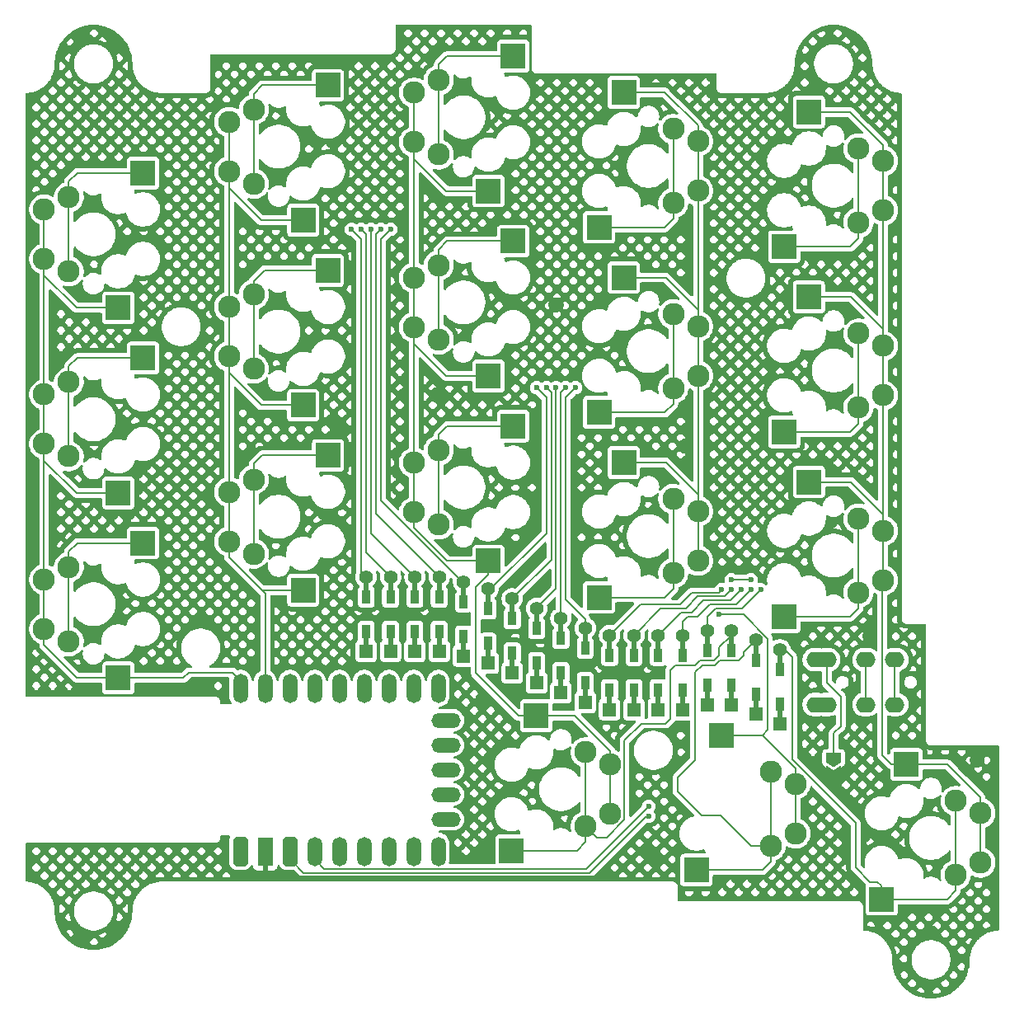
<source format=gbr>
%TF.GenerationSoftware,KiCad,Pcbnew,9.0.4*%
%TF.CreationDate,2025-11-05T06:43:45+09:00*%
%TF.ProjectId,boardloaf,626f6172-646c-46f6-9166-2e6b69636164,rev?*%
%TF.SameCoordinates,Original*%
%TF.FileFunction,Copper,L1,Top*%
%TF.FilePolarity,Positive*%
%FSLAX46Y46*%
G04 Gerber Fmt 4.6, Leading zero omitted, Abs format (unit mm)*
G04 Created by KiCad (PCBNEW 9.0.4) date 2025-11-05 06:43:45*
%MOMM*%
%LPD*%
G01*
G04 APERTURE LIST*
G04 Aperture macros list*
%AMOutline5P*
0 Free polygon, 5 corners , with rotation*
0 The origin of the aperture is its center*
0 number of corners: always 5*
0 $1 to $10 corner X, Y*
0 $11 Rotation angle, in degrees counterclockwise*
0 create outline with 5 corners*
4,1,5,$1,$2,$3,$4,$5,$6,$7,$8,$9,$10,$1,$2,$11*%
%AMOutline6P*
0 Free polygon, 6 corners , with rotation*
0 The origin of the aperture is its center*
0 number of corners: always 6*
0 $1 to $12 corner X, Y*
0 $13 Rotation angle, in degrees counterclockwise*
0 create outline with 6 corners*
4,1,6,$1,$2,$3,$4,$5,$6,$7,$8,$9,$10,$11,$12,$1,$2,$13*%
%AMOutline7P*
0 Free polygon, 7 corners , with rotation*
0 The origin of the aperture is its center*
0 number of corners: always 7*
0 $1 to $14 corner X, Y*
0 $15 Rotation angle, in degrees counterclockwise*
0 create outline with 7 corners*
4,1,7,$1,$2,$3,$4,$5,$6,$7,$8,$9,$10,$11,$12,$13,$14,$1,$2,$15*%
%AMOutline8P*
0 Free polygon, 8 corners , with rotation*
0 The origin of the aperture is its center*
0 number of corners: always 8*
0 $1 to $16 corner X, Y*
0 $17 Rotation angle, in degrees counterclockwise*
0 create outline with 8 corners*
4,1,8,$1,$2,$3,$4,$5,$6,$7,$8,$9,$10,$11,$12,$13,$14,$15,$16,$1,$2,$17*%
%AMFreePoly0*
4,1,6,1.000000,0.000000,0.500000,-0.750000,-0.500000,-0.750000,-0.500000,0.750000,0.500000,0.750000,1.000000,0.000000,1.000000,0.000000,$1*%
%AMFreePoly1*
4,1,6,0.500000,-0.750000,-0.650000,-0.750000,-0.150000,0.000000,-0.650000,0.750000,0.500000,0.750000,0.500000,-0.750000,0.500000,-0.750000,$1*%
G04 Aperture macros list end*
%TA.AperFunction,SMDPad,CuDef*%
%ADD10R,2.500000X2.550000*%
%TD*%
%TA.AperFunction,ComponentPad*%
%ADD11C,2.286000*%
%TD*%
%TA.AperFunction,ComponentPad*%
%ADD12R,1.397000X1.397000*%
%TD*%
%TA.AperFunction,SMDPad,CuDef*%
%ADD13R,0.500000X2.000000*%
%TD*%
%TA.AperFunction,SMDPad,CuDef*%
%ADD14R,0.940000X1.400000*%
%TD*%
%TA.AperFunction,ComponentPad*%
%ADD15C,1.397000*%
%TD*%
%TA.AperFunction,SMDPad,CuDef*%
%ADD16FreePoly0,270.000000*%
%TD*%
%TA.AperFunction,SMDPad,CuDef*%
%ADD17FreePoly1,270.000000*%
%TD*%
%TA.AperFunction,ComponentPad*%
%ADD18O,1.500000X3.000000*%
%TD*%
%TA.AperFunction,ComponentPad*%
%ADD19O,3.000000X1.500000*%
%TD*%
%TA.AperFunction,ComponentPad*%
%ADD20Outline8P,-1.500000X0.450000X-1.200000X0.750000X1.200000X0.750000X1.500000X0.450000X1.500000X-0.450000X1.200000X-0.750000X-1.200000X-0.750000X-1.500000X-0.450000X90.000000*%
%TD*%
%TA.AperFunction,ComponentPad*%
%ADD21R,1.500000X3.000000*%
%TD*%
%TA.AperFunction,ComponentPad*%
%ADD22O,2.000000X1.600000*%
%TD*%
%TA.AperFunction,ViaPad*%
%ADD23C,0.600000*%
%TD*%
%TA.AperFunction,Conductor*%
%ADD24C,0.200000*%
%TD*%
G04 APERTURE END LIST*
D10*
%TO.P,SW16,1,1*%
%TO.N,Net-(D16-A)*%
X117420001Y-133289999D03*
D11*
X125040000Y-130810000D03*
X125040000Y-123190000D03*
%TO.P,SW16,2,2*%
%TO.N,COL3*%
X127580001Y-129540002D03*
X127579998Y-124460000D03*
D10*
X119960000Y-119440000D03*
%TD*%
D12*
%TO.P,D9,1,K*%
%TO.N,ROW2*%
X122500000Y-117059999D03*
D13*
X122500000Y-116000000D03*
D14*
X122500001Y-115024999D03*
%TO.P,D9,2,A*%
%TO.N,Net-(D9-A)*%
X122499999Y-111475001D03*
D13*
X122500000Y-110500000D03*
D15*
X122500000Y-109440001D03*
%TD*%
D10*
%TO.P,SW9,1,1*%
%TO.N,Net-(D9-A)*%
X126420001Y-88289999D03*
D11*
X134040000Y-85810000D03*
X134040000Y-78190000D03*
%TO.P,SW9,2,2*%
%TO.N,COL4*%
X136580001Y-84540002D03*
X136579998Y-79460000D03*
D10*
X128960000Y-74440000D03*
%TD*%
D12*
%TO.P,D7,1,K*%
%TO.N,ROW2*%
X117500000Y-115059999D03*
D13*
X117500000Y-114000000D03*
D14*
X117500001Y-113024999D03*
%TO.P,D7,2,A*%
%TO.N,Net-(D7-A)*%
X117499999Y-109475001D03*
D13*
X117500000Y-108500000D03*
D15*
X117500000Y-107440001D03*
%TD*%
D12*
%TO.P,D14,1,K*%
%TO.N,ROW3*%
X135000000Y-118809999D03*
D13*
X135000000Y-117750000D03*
D14*
X135000001Y-116774999D03*
%TO.P,D14,2,A*%
%TO.N,Net-(D14-A)*%
X134999999Y-113225001D03*
D13*
X135000000Y-112250000D03*
D15*
X135000000Y-111190001D03*
%TD*%
D12*
%TO.P,D1,1,K*%
%TO.N,ROW1*%
X102500000Y-112809999D03*
D13*
X102500000Y-111750000D03*
D14*
X102500001Y-110774999D03*
%TO.P,D1,2,A*%
%TO.N,Net-(D1-A)*%
X102499999Y-107225001D03*
D13*
X102500000Y-106250000D03*
D15*
X102500000Y-105190001D03*
%TD*%
D12*
%TO.P,D17,1,K*%
%TO.N,ROW4*%
X142500000Y-119309999D03*
D13*
X142500000Y-118250000D03*
D14*
X142500001Y-117274999D03*
%TO.P,D17,2,A*%
%TO.N,Net-(D17-A)*%
X142499999Y-113725001D03*
D13*
X142500000Y-112750000D03*
D15*
X142500000Y-111690001D03*
%TD*%
D12*
%TO.P,D8,1,K*%
%TO.N,ROW2*%
X120000000Y-116059999D03*
D13*
X120000000Y-115000000D03*
D14*
X120000001Y-114024999D03*
%TO.P,D8,2,A*%
%TO.N,Net-(D8-A)*%
X119999999Y-110475001D03*
D13*
X120000000Y-109500000D03*
D15*
X120000000Y-108440001D03*
%TD*%
D10*
%TO.P,SW15,1,1*%
%TO.N,Net-(D15-A)*%
X145420001Y-109289999D03*
D11*
X153040000Y-106810000D03*
X153040000Y-99190000D03*
%TO.P,SW15,2,2*%
%TO.N,COL5*%
X155580001Y-105540002D03*
X155579998Y-100460000D03*
D10*
X147960000Y-95440000D03*
%TD*%
D16*
%TO.P,JP2,1,A*%
%TO.N,Net-(JP2-A)*%
X150500000Y-123775000D03*
D17*
%TO.P,JP2,2,B*%
%TO.N,GND*%
X150500000Y-125225000D03*
%TD*%
D10*
%TO.P,SW4,1,1*%
%TO.N,Net-(D4-A)*%
X126420001Y-69289999D03*
D11*
X134040000Y-66810000D03*
X134040000Y-59190000D03*
%TO.P,SW4,2,2*%
%TO.N,COL4*%
X136580001Y-65540002D03*
X136579998Y-60460000D03*
D10*
X128960000Y-55440000D03*
%TD*%
D12*
%TO.P,D12,1,K*%
%TO.N,ROW3*%
X130000000Y-118809999D03*
D13*
X130000000Y-117750000D03*
D14*
X130000001Y-116774999D03*
%TO.P,D12,2,A*%
%TO.N,Net-(D12-A)*%
X129999999Y-113225001D03*
D13*
X130000000Y-112250000D03*
D15*
X130000000Y-111190001D03*
%TD*%
D12*
%TO.P,D3,1,K*%
%TO.N,ROW1*%
X107500000Y-112809999D03*
D13*
X107500000Y-111750000D03*
D14*
X107500001Y-110774999D03*
%TO.P,D3,2,A*%
%TO.N,Net-(D3-A)*%
X107499999Y-107225001D03*
D13*
X107500000Y-106250000D03*
D15*
X107500000Y-105190001D03*
%TD*%
D12*
%TO.P,D13,1,K*%
%TO.N,ROW3*%
X132500000Y-118809999D03*
D13*
X132500000Y-117750000D03*
D14*
X132500001Y-116774999D03*
%TO.P,D13,2,A*%
%TO.N,Net-(D13-A)*%
X132499999Y-113225001D03*
D13*
X132500000Y-112250000D03*
D15*
X132500000Y-111190001D03*
%TD*%
D10*
%TO.P,SW6,1,1*%
%TO.N,Net-(D6-A)*%
X79579999Y-82710001D03*
D11*
X71960000Y-85190000D03*
X71960000Y-92810000D03*
%TO.P,SW6,2,2*%
%TO.N,COL1*%
X69420001Y-86459998D03*
X69420001Y-91540002D03*
D10*
X77040000Y-96560000D03*
%TD*%
D12*
%TO.P,D6,1,K*%
%TO.N,ROW2*%
X115000000Y-114059999D03*
D13*
X115000000Y-113000000D03*
D14*
X115000001Y-112024999D03*
%TO.P,D6,2,A*%
%TO.N,Net-(D6-A)*%
X114999999Y-108475001D03*
D13*
X115000000Y-107500000D03*
D15*
X115000000Y-106440001D03*
%TD*%
D12*
%TO.P,D11,1,K*%
%TO.N,ROW3*%
X127500000Y-118809999D03*
D13*
X127500000Y-117750000D03*
D14*
X127500001Y-116774999D03*
%TO.P,D11,2,A*%
%TO.N,Net-(D11-A)*%
X127499999Y-113225001D03*
D13*
X127500000Y-112250000D03*
D15*
X127500000Y-111190001D03*
%TD*%
D12*
%TO.P,D16,1,K*%
%TO.N,ROW4*%
X140000000Y-118309999D03*
D13*
X140000000Y-117250000D03*
D14*
X140000001Y-116274999D03*
%TO.P,D16,2,A*%
%TO.N,Net-(D16-A)*%
X139999999Y-112725001D03*
D13*
X140000000Y-111750000D03*
D15*
X140000000Y-110690001D03*
%TD*%
D12*
%TO.P,D2,1,K*%
%TO.N,ROW1*%
X105000000Y-112809999D03*
D13*
X105000000Y-111750000D03*
D14*
X105000001Y-110774999D03*
%TO.P,D2,2,A*%
%TO.N,Net-(D2-A)*%
X104999999Y-107225001D03*
D13*
X105000000Y-106250000D03*
D15*
X105000000Y-105190001D03*
%TD*%
D12*
%TO.P,D18,1,K*%
%TO.N,ROW4*%
X145000000Y-120309999D03*
D13*
X145000000Y-119250000D03*
D14*
X145000001Y-118274999D03*
%TO.P,D18,2,A*%
%TO.N,Net-(D18-A)*%
X144999999Y-114725001D03*
D13*
X145000000Y-113750000D03*
D15*
X145000000Y-112690001D03*
%TD*%
D10*
%TO.P,SW5,1,1*%
%TO.N,Net-(D5-A)*%
X145420001Y-71289999D03*
D11*
X153040000Y-68810000D03*
X153040000Y-61190000D03*
%TO.P,SW5,2,2*%
%TO.N,COL5*%
X155580001Y-67540002D03*
X155579998Y-62460000D03*
D10*
X147960000Y-57440000D03*
%TD*%
%TO.P,SW18,1,1*%
%TO.N,Net-(D18-A)*%
X155420001Y-138289999D03*
D11*
X163040000Y-135810000D03*
X163040000Y-128190000D03*
%TO.P,SW18,2,2*%
%TO.N,COL5*%
X165580001Y-134540002D03*
X165579998Y-129460000D03*
D10*
X157960000Y-124440000D03*
%TD*%
%TO.P,SW11,1,1*%
%TO.N,Net-(D11-A)*%
X79580000Y-101710001D03*
D11*
X71960001Y-104190000D03*
X71960001Y-111810000D03*
%TO.P,SW11,2,2*%
%TO.N,COL1*%
X69420002Y-105459998D03*
X69420002Y-110540002D03*
D10*
X77040001Y-115560000D03*
%TD*%
D18*
%TO.P,U1,0,0*%
%TO.N,COL1*%
X89590000Y-116630000D03*
%TO.P,U1,1,1*%
%TO.N,COL2*%
X92130000Y-116630000D03*
%TO.P,U1,2,2*%
%TO.N,COL3*%
X94670000Y-116630000D03*
%TO.P,U1,3,3*%
%TO.N,COL4*%
X97209999Y-116630000D03*
%TO.P,U1,4,4*%
%TO.N,COL5*%
X99750000Y-116630000D03*
%TO.P,U1,5,5*%
%TO.N,ROW1*%
X102290000Y-116630001D03*
%TO.P,U1,6,6*%
%TO.N,ROW2*%
X104830000Y-116630000D03*
%TO.P,U1,7,7*%
%TO.N,unconnected-(U1-Pad7)*%
X107370000Y-116630000D03*
%TO.P,U1,8,8*%
%TO.N,unconnected-(U1-Pad8)*%
X109909999Y-116630000D03*
D19*
%TO.P,U1,9,9*%
%TO.N,unconnected-(U1-Pad9)*%
X110659999Y-119919999D03*
%TO.P,U1,10,10*%
%TO.N,unconnected-(U1-Pad10)*%
X110660000Y-122460000D03*
%TO.P,U1,11,11*%
%TO.N,unconnected-(U1-Pad11)*%
X110660001Y-125000001D03*
%TO.P,U1,12,12*%
%TO.N,unconnected-(U1-Pad12)*%
X110660000Y-127540000D03*
%TO.P,U1,13,13*%
%TO.N,unconnected-(U1-Pad13)*%
X110659999Y-130080000D03*
D18*
%TO.P,U1,14,14*%
%TO.N,unconnected-(U1-Pad14)*%
X109910000Y-133370000D03*
%TO.P,U1,15,15*%
%TO.N,unconnected-(U1-Pad15)*%
X107370000Y-133370000D03*
%TO.P,U1,26,26*%
%TO.N,ROW3*%
X104830000Y-133370000D03*
%TO.P,U1,27,27*%
%TO.N,ROW4*%
X102290001Y-133370000D03*
%TO.P,U1,28,28*%
%TO.N,unconnected-(U1-Pad28)*%
X99750000Y-133370000D03*
%TO.P,U1,29,29*%
%TO.N,SERIAL*%
X97210000Y-133369999D03*
D20*
%TO.P,U1,30,3V3*%
%TO.N,VCC*%
X94670000Y-133370000D03*
D21*
%TO.P,U1,31,GND*%
%TO.N,GND*%
X92130000Y-133370000D03*
D20*
%TO.P,U1,32,5V*%
%TO.N,unconnected-(U1-5V-Pad32)*%
X89590001Y-133370000D03*
%TD*%
D10*
%TO.P,SW14,1,1*%
%TO.N,Net-(D14-A)*%
X126420001Y-107289999D03*
D11*
X134040000Y-104810000D03*
X134040000Y-97190000D03*
%TO.P,SW14,2,2*%
%TO.N,COL4*%
X136580001Y-103540002D03*
X136579998Y-98460000D03*
D10*
X128960000Y-93440000D03*
%TD*%
%TO.P,SW2,1,1*%
%TO.N,Net-(D2-A)*%
X98580003Y-54710009D03*
D11*
X90960004Y-57190008D03*
X90960004Y-64810008D03*
%TO.P,SW2,2,2*%
%TO.N,COL2*%
X88420003Y-58460006D03*
X88420006Y-63540008D03*
D10*
X96040004Y-68560008D03*
%TD*%
%TO.P,SW13,1,1*%
%TO.N,Net-(D13-A)*%
X117580003Y-89710009D03*
D11*
X109960004Y-92190008D03*
X109960004Y-99810008D03*
%TO.P,SW13,2,2*%
%TO.N,COL3*%
X107420003Y-93460006D03*
X107420006Y-98540008D03*
D10*
X115040004Y-103560008D03*
%TD*%
D12*
%TO.P,D10,1,K*%
%TO.N,ROW2*%
X125000000Y-118059999D03*
D13*
X125000000Y-117000000D03*
D14*
X125000001Y-116024999D03*
%TO.P,D10,2,A*%
%TO.N,Net-(D10-A)*%
X124999999Y-112475001D03*
D13*
X125000000Y-111500000D03*
D15*
X125000000Y-110440001D03*
%TD*%
D10*
%TO.P,SW17,1,1*%
%TO.N,Net-(D17-A)*%
X136420001Y-135289999D03*
D11*
X144040000Y-132810000D03*
X144040000Y-125190000D03*
%TO.P,SW17,2,2*%
%TO.N,COL4*%
X146580001Y-131540002D03*
X146579998Y-126460000D03*
D10*
X138960000Y-121440000D03*
%TD*%
%TO.P,SW7,1,1*%
%TO.N,Net-(D7-A)*%
X98580003Y-73710009D03*
D11*
X90960004Y-76190008D03*
X90960004Y-83810008D03*
%TO.P,SW7,2,2*%
%TO.N,COL2*%
X88420003Y-77460006D03*
X88420006Y-82540008D03*
D10*
X96040004Y-87560008D03*
%TD*%
%TO.P,SW12,1,1*%
%TO.N,Net-(D12-A)*%
X98580003Y-92710009D03*
D11*
X90960004Y-95190008D03*
X90960004Y-102810008D03*
%TO.P,SW12,2,2*%
%TO.N,COL2*%
X88420003Y-96460006D03*
X88420006Y-101540008D03*
D10*
X96040004Y-106560008D03*
%TD*%
D22*
%TO.P,J1,R1*%
%TO.N,SERIAL*%
X153800000Y-118300000D03*
%TO.P,J1,R2*%
%TO.N,VCC*%
X156800000Y-118300000D03*
%TO.P,J1,S*%
%TO.N,Net-(JP2-A)*%
X148700000Y-113700000D03*
%TO.P,J1,T*%
%TO.N,Net-(JP1-A)*%
X149800000Y-118300000D03*
%TD*%
D10*
%TO.P,SW8,1,1*%
%TO.N,Net-(D8-A)*%
X117580003Y-70710009D03*
D11*
X109960004Y-73190008D03*
X109960004Y-80810008D03*
%TO.P,SW8,2,2*%
%TO.N,COL3*%
X107420003Y-74460006D03*
X107420006Y-79540008D03*
D10*
X115040004Y-84560008D03*
%TD*%
D12*
%TO.P,D5,1,K*%
%TO.N,ROW1*%
X112500000Y-113309999D03*
D13*
X112500000Y-112250000D03*
D14*
X112500001Y-111274999D03*
%TO.P,D5,2,A*%
%TO.N,Net-(D5-A)*%
X112499999Y-107725001D03*
D13*
X112500000Y-106750000D03*
D15*
X112500000Y-105690001D03*
%TD*%
D12*
%TO.P,D15,1,K*%
%TO.N,ROW3*%
X137500000Y-118309999D03*
D13*
X137500000Y-117250000D03*
D14*
X137500001Y-116274999D03*
%TO.P,D15,2,A*%
%TO.N,Net-(D15-A)*%
X137499999Y-112725001D03*
D13*
X137500000Y-111750000D03*
D15*
X137500000Y-110690001D03*
%TD*%
D12*
%TO.P,D4,1,K*%
%TO.N,ROW1*%
X110000000Y-112809999D03*
D13*
X110000000Y-111750000D03*
D14*
X110000001Y-110774999D03*
%TO.P,D4,2,A*%
%TO.N,Net-(D4-A)*%
X109999999Y-107225001D03*
D13*
X110000000Y-106250000D03*
D15*
X110000000Y-105190001D03*
%TD*%
D10*
%TO.P,SW1,1,1*%
%TO.N,Net-(D1-A)*%
X79579997Y-63710000D03*
D11*
X71959998Y-66189999D03*
X71959998Y-73809999D03*
%TO.P,SW1,2,2*%
%TO.N,COL1*%
X69419999Y-67459997D03*
X69419999Y-72540001D03*
D10*
X77039998Y-77559999D03*
%TD*%
%TO.P,SW3,1,1*%
%TO.N,Net-(D3-A)*%
X117580003Y-51710009D03*
D11*
X109960004Y-54190008D03*
X109960004Y-61810008D03*
%TO.P,SW3,2,2*%
%TO.N,COL3*%
X107420003Y-55460006D03*
X107420006Y-60540008D03*
D10*
X115040004Y-65560008D03*
%TD*%
%TO.P,SW10,1,1*%
%TO.N,Net-(D10-A)*%
X145420001Y-90289999D03*
D11*
X153040000Y-87810000D03*
X153040000Y-80190000D03*
%TO.P,SW10,2,2*%
%TO.N,COL5*%
X155580001Y-86540002D03*
X155579998Y-81460000D03*
D10*
X147960000Y-76440000D03*
%TD*%
D22*
%TO.P,J2,R1*%
%TO.N,SERIAL*%
X153800000Y-113700000D03*
%TO.P,J2,R2*%
%TO.N,VCC*%
X156800000Y-113700000D03*
%TO.P,J2,S*%
%TO.N,Net-(JP1-A)*%
X148700000Y-118300000D03*
%TO.P,J2,T*%
%TO.N,Net-(JP2-A)*%
X149800000Y-113700000D03*
%TD*%
D23*
%TO.N,Net-(D1-A)*%
X101000000Y-69500000D03*
%TO.N,Net-(D2-A)*%
X102000000Y-69500000D03*
%TO.N,Net-(D3-A)*%
X103000000Y-69500000D03*
%TO.N,Net-(D4-A)*%
X104000000Y-69500000D03*
%TO.N,Net-(D5-A)*%
X105000000Y-69500000D03*
%TO.N,Net-(D6-A)*%
X120000000Y-85750000D03*
%TO.N,Net-(D7-A)*%
X121000000Y-85750000D03*
%TO.N,Net-(D8-A)*%
X122000000Y-85750000D03*
%TO.N,Net-(D9-A)*%
X123000000Y-85750000D03*
%TO.N,Net-(D10-A)*%
X124000000Y-85750000D03*
%TO.N,Net-(D11-A)*%
X139000000Y-106500000D03*
%TO.N,Net-(D12-A)*%
X140000000Y-106500000D03*
%TO.N,Net-(D13-A)*%
X141000000Y-106500000D03*
%TO.N,Net-(D14-A)*%
X142000000Y-105500000D03*
X142000000Y-106500000D03*
X140000000Y-105500000D03*
%TO.N,Net-(D15-A)*%
X143000000Y-106500000D03*
%TO.N,GND*%
X122000000Y-77250000D03*
X165250000Y-124000000D03*
X85500000Y-109500000D03*
X93500000Y-135750000D03*
X85500000Y-116250000D03*
X114250000Y-134000000D03*
X120250000Y-106750000D03*
X118750000Y-104250000D03*
X160500000Y-141750000D03*
X126750000Y-135750000D03*
X109750000Y-86500000D03*
X138000000Y-105500000D03*
X124000000Y-104250000D03*
X131750000Y-133750000D03*
X99500000Y-89750000D03*
X114500000Y-117750000D03*
X135250000Y-91750000D03*
X106500000Y-86500000D03*
X154250000Y-111250000D03*
%TO.N,COL4*%
X138750000Y-109000000D03*
%TO.N,VCC*%
X131500000Y-129750000D03*
%TO.N,SERIAL*%
X131500000Y-128750000D03*
%TD*%
D24*
%TO.N,Net-(D1-A)*%
X102000000Y-70500000D02*
X102000000Y-104690001D01*
X72823551Y-63710000D02*
X71959998Y-64573553D01*
X101000000Y-69500000D02*
X102000000Y-70500000D01*
X79579997Y-63710000D02*
X72823551Y-63710000D01*
X102000000Y-104690001D02*
X102500000Y-105190001D01*
X71959998Y-66189999D02*
X71959998Y-73809999D01*
X71959998Y-64573553D02*
X71959998Y-66189999D01*
%TO.N,Net-(D2-A)*%
X91823557Y-54710009D02*
X90960004Y-55573562D01*
X90960004Y-57190008D02*
X90960004Y-64810008D01*
X102500000Y-102690001D02*
X105000000Y-105190001D01*
X102000000Y-69500000D02*
X102500000Y-70000000D01*
X102500000Y-70000000D02*
X102500000Y-102690001D01*
X90960004Y-55573562D02*
X90960004Y-57190008D01*
X98580003Y-54710009D02*
X91823557Y-54710009D01*
%TO.N,Net-(D3-A)*%
X109960004Y-54190008D02*
X109960004Y-61810008D01*
X117580003Y-51710009D02*
X110789991Y-51710009D01*
X110789991Y-51710009D02*
X109960004Y-52539996D01*
X103000000Y-100690001D02*
X107500000Y-105190001D01*
X109960004Y-52539996D02*
X109960004Y-54190008D01*
X103000000Y-69500000D02*
X103000000Y-100690001D01*
%TO.N,Net-(D4-A)*%
X103500000Y-98690001D02*
X110000000Y-105190001D01*
X133176447Y-69289999D02*
X134040000Y-68426446D01*
X104000000Y-69500000D02*
X103500000Y-70000000D01*
X103500000Y-70000000D02*
X103500000Y-98690001D01*
X134040000Y-59190000D02*
X134040000Y-66810000D01*
X126420001Y-69289999D02*
X133176447Y-69289999D01*
X134040000Y-68426446D02*
X134040000Y-66810000D01*
%TO.N,Net-(D5-A)*%
X104000000Y-97317100D02*
X112372901Y-105690001D01*
X153040000Y-61190000D02*
X153040000Y-68810000D01*
X112372901Y-105690001D02*
X112500000Y-105690001D01*
X153040000Y-70426446D02*
X153040000Y-68810000D01*
X145420001Y-71289999D02*
X152176447Y-71289999D01*
X152176447Y-71289999D02*
X153040000Y-70426446D01*
X104000000Y-70500000D02*
X104000000Y-97317100D01*
X105000000Y-69500000D02*
X104000000Y-70500000D01*
%TO.N,Net-(D6-A)*%
X71960000Y-83573554D02*
X71960000Y-85190000D01*
X121000000Y-100720000D02*
X115029999Y-106690001D01*
X79579999Y-82710001D02*
X72823553Y-82710001D01*
X71960000Y-85190000D02*
X71960000Y-92810000D01*
X120000000Y-85750000D02*
X121000000Y-86750000D01*
X115029999Y-106690001D02*
X115000000Y-106690001D01*
X72823553Y-82710001D02*
X71960000Y-83573554D01*
X121000000Y-86750000D02*
X121000000Y-100720000D01*
%TO.N,Net-(D7-A)*%
X90960004Y-74789996D02*
X90960004Y-76190008D01*
X92039991Y-73710009D02*
X90960004Y-74789996D01*
X121500000Y-103440001D02*
X117500000Y-107440001D01*
X121500000Y-86250000D02*
X121500000Y-103440001D01*
X98580003Y-73710009D02*
X92039991Y-73710009D01*
X90960004Y-76190008D02*
X90960004Y-83810008D01*
X121000000Y-85750000D02*
X121500000Y-86250000D01*
%TO.N,Net-(D8-A)*%
X122000000Y-106375000D02*
X120000000Y-108375000D01*
X110823557Y-70710009D02*
X109960004Y-71573562D01*
X109960004Y-73190008D02*
X109960004Y-80810008D01*
X117580003Y-70710009D02*
X110823557Y-70710009D01*
X109960004Y-71573562D02*
X109960004Y-73190008D01*
X122000000Y-85750000D02*
X122000000Y-106375000D01*
%TO.N,Net-(D9-A)*%
X134040000Y-87426446D02*
X134040000Y-85810000D01*
X133176447Y-88289999D02*
X134040000Y-87426446D01*
X126420001Y-88289999D02*
X133176447Y-88289999D01*
X122500000Y-86250000D02*
X122500000Y-109690001D01*
X134040000Y-78190000D02*
X134040000Y-85810000D01*
X123000000Y-85750000D02*
X122500000Y-86250000D01*
%TO.N,Net-(D10-A)*%
X153040000Y-89426446D02*
X153040000Y-87810000D01*
X125000000Y-109500000D02*
X125000000Y-110690001D01*
X123000000Y-86750000D02*
X123000000Y-107500000D01*
X124000000Y-85750000D02*
X123000000Y-86750000D01*
X145420001Y-90289999D02*
X152176447Y-90289999D01*
X152176447Y-90289999D02*
X153040000Y-89426446D01*
X153040000Y-80190000D02*
X153040000Y-87810000D01*
X123000000Y-107500000D02*
X125000000Y-109500000D01*
%TO.N,Net-(D11-A)*%
X139000000Y-106500000D02*
X138705000Y-106795000D01*
X79580000Y-101710001D02*
X72823554Y-101710001D01*
X134703000Y-108047000D02*
X130643001Y-108047000D01*
X71960001Y-104190000D02*
X71960001Y-111810000D01*
X72823554Y-101710001D02*
X71960001Y-102573554D01*
X71960001Y-102573554D02*
X71960001Y-104190000D01*
X135955000Y-106795000D02*
X134703000Y-108047000D01*
X130643001Y-108047000D02*
X127500000Y-111190001D01*
X138705000Y-106795000D02*
X135955000Y-106795000D01*
%TO.N,Net-(D12-A)*%
X136554000Y-107196000D02*
X135302000Y-108448000D01*
X91823557Y-92710009D02*
X90960004Y-93573562D01*
X132742001Y-108448000D02*
X135302000Y-108448000D01*
X98580003Y-92710009D02*
X91823557Y-92710009D01*
X130000000Y-111190001D02*
X132742001Y-108448000D01*
X139304000Y-107196000D02*
X136554000Y-107196000D01*
X140000000Y-106500000D02*
X139304000Y-107196000D01*
X90960004Y-93573562D02*
X90960004Y-95190008D01*
X90960004Y-95190008D02*
X90960004Y-102810008D01*
%TO.N,Net-(D13-A)*%
X139903000Y-107597000D02*
X137153000Y-107597000D01*
X132500000Y-111190001D02*
X134841001Y-108849000D01*
X110823557Y-89710009D02*
X109960004Y-90573562D01*
X109960004Y-90573562D02*
X109960004Y-92190008D01*
X117580003Y-89710009D02*
X110823557Y-89710009D01*
X141000000Y-106500000D02*
X139903000Y-107597000D01*
X134841001Y-108849000D02*
X135901000Y-108849000D01*
X137153000Y-107597000D02*
X135901000Y-108849000D01*
X109960004Y-92190008D02*
X109960004Y-99810008D01*
%TO.N,Net-(D14-A)*%
X133176447Y-107289999D02*
X134040000Y-106426446D01*
X140000000Y-105500000D02*
X142000000Y-105500000D01*
X134040000Y-97190000D02*
X134040000Y-104810000D01*
X134040000Y-106426446D02*
X134040000Y-104810000D01*
X142000000Y-106500000D02*
X140502000Y-107998000D01*
X137752000Y-107998000D02*
X136500000Y-109250000D01*
X135500000Y-109250000D02*
X136500000Y-109250000D01*
X140502000Y-107998000D02*
X137752000Y-107998000D01*
X135000000Y-111190001D02*
X135000000Y-109750000D01*
X135000000Y-109750000D02*
X135500000Y-109250000D01*
X126420001Y-107289999D02*
X133176447Y-107289999D01*
%TO.N,Net-(D15-A)*%
X138351000Y-108399000D02*
X141101000Y-108399000D01*
X137500000Y-109250000D02*
X138351000Y-108399000D01*
X153040000Y-99190000D02*
X153040000Y-106810000D01*
X145420001Y-109289999D02*
X152176447Y-109289999D01*
X152176447Y-109289999D02*
X153040000Y-108426446D01*
X137500000Y-109250000D02*
X137500000Y-111190001D01*
X153040000Y-108426446D02*
X153040000Y-106810000D01*
X141101000Y-108399000D02*
X143000000Y-106500000D01*
%TO.N,Net-(D16-A)*%
X133750000Y-114750000D02*
X133750000Y-119750000D01*
X136250000Y-114250000D02*
X134250000Y-114250000D01*
X136750000Y-113750000D02*
X138247000Y-113750000D01*
X125040000Y-130810000D02*
X125040000Y-132426446D01*
X127209128Y-131953000D02*
X126183000Y-131953000D01*
X129024001Y-130138127D02*
X127209128Y-131953000D01*
X134250000Y-114250000D02*
X133750000Y-114750000D01*
X133750000Y-119750000D02*
X133250000Y-120250000D01*
X130730902Y-120250000D02*
X129024001Y-121956901D01*
X126183000Y-131953000D02*
X125040000Y-130810000D01*
X138750000Y-113247000D02*
X138750000Y-112440001D01*
X136250000Y-114250000D02*
X136750000Y-113750000D01*
X125040000Y-123190000D02*
X125040000Y-130810000D01*
X140000000Y-111190001D02*
X138750000Y-112440001D01*
X138247000Y-113750000D02*
X138750000Y-113247000D01*
X125040000Y-132426446D02*
X124176447Y-133289999D01*
X133250000Y-120250000D02*
X130730902Y-120250000D01*
X129024001Y-121956901D02*
X129024001Y-130138127D01*
X124176447Y-133289999D02*
X117420001Y-133289999D01*
%TO.N,Net-(D17-A)*%
X144040000Y-125190000D02*
X144040000Y-132810000D01*
X141250000Y-113247000D02*
X140747000Y-113750000D01*
X144040000Y-134426446D02*
X143176447Y-135289999D01*
X138814100Y-113750000D02*
X138314100Y-114250000D01*
X141993811Y-132810000D02*
X144040000Y-132810000D01*
X134500000Y-127250000D02*
X136939000Y-129689000D01*
X138872811Y-129689000D02*
X141993811Y-132810000D01*
X134500000Y-125750000D02*
X134500000Y-127250000D01*
X136261500Y-114988500D02*
X136261500Y-123988500D01*
X143176447Y-135289999D02*
X136420001Y-135289999D01*
X142500000Y-111690001D02*
X141250000Y-112940001D01*
X144040000Y-132810000D02*
X144040000Y-134426446D01*
X137000000Y-114250000D02*
X136261500Y-114988500D01*
X138314100Y-114250000D02*
X137000000Y-114250000D01*
X141250000Y-112940001D02*
X141250000Y-113247000D01*
X136939000Y-129689000D02*
X138872811Y-129689000D01*
X140747000Y-113750000D02*
X138814100Y-113750000D01*
X136261500Y-123988500D02*
X134500000Y-125750000D01*
%TO.N,Net-(D18-A)*%
X145000000Y-112190001D02*
X146250000Y-113440001D01*
X155420001Y-138289999D02*
X162176447Y-138289999D01*
X154250000Y-136500000D02*
X155000000Y-136500000D01*
X155000000Y-136500000D02*
X155420001Y-136920001D01*
X163040000Y-137426446D02*
X163040000Y-135810000D01*
X155420001Y-136920001D02*
X155420001Y-138289999D01*
X152750000Y-130446456D02*
X152750000Y-135000000D01*
X163040000Y-128190000D02*
X163040000Y-135810000D01*
X152750000Y-135000000D02*
X154250000Y-136500000D01*
X162176447Y-138289999D02*
X163040000Y-137426446D01*
X146250000Y-123946456D02*
X152750000Y-130446456D01*
X146250000Y-113440001D02*
X146250000Y-123946456D01*
%TO.N,GND*%
X126527000Y-135973000D02*
X126750000Y-135750000D01*
X93500000Y-135750000D02*
X93723000Y-135973000D01*
X93723000Y-135973000D02*
X126527000Y-135973000D01*
%TO.N,COL1*%
X83690000Y-115560000D02*
X77540000Y-115560000D01*
X69420002Y-110540002D02*
X69420002Y-105459998D01*
X84250000Y-115000000D02*
X83690000Y-115560000D01*
X77040000Y-96560000D02*
X72730001Y-96560000D01*
X69419999Y-72540001D02*
X69419999Y-67459997D01*
X69420002Y-105459998D02*
X69420001Y-93250000D01*
X88750000Y-115000000D02*
X84250000Y-115000000D01*
X89590000Y-115840000D02*
X88750000Y-115000000D01*
X72730000Y-77559999D02*
X69420001Y-74250000D01*
X77040001Y-115560000D02*
X72810001Y-115560000D01*
X69420001Y-93250000D02*
X69420001Y-91540002D01*
X72810001Y-115560000D02*
X69420002Y-112170001D01*
X77039998Y-77559999D02*
X72730000Y-77559999D01*
X69420001Y-74250000D02*
X69420001Y-72540003D01*
X69420001Y-86459998D02*
X69420001Y-91540002D01*
X69420002Y-112170001D02*
X69420002Y-110540002D01*
X89590000Y-117330000D02*
X89590000Y-115840000D01*
X69420001Y-86459998D02*
X69420001Y-74250000D01*
X69420001Y-72540003D02*
X69419999Y-72540001D01*
X72730001Y-96560000D02*
X69420001Y-93250000D01*
%TO.N,COL2*%
X96040004Y-106560008D02*
X91810008Y-106560008D01*
X88420003Y-101540005D02*
X88420006Y-101540008D01*
X92130000Y-106880000D02*
X92130000Y-117330000D01*
X88420003Y-77460006D02*
X88420003Y-82540005D01*
X96040004Y-68560008D02*
X91730011Y-68560008D01*
X88420003Y-63540005D02*
X88420006Y-63540008D01*
X88420006Y-103170006D02*
X88420006Y-101540008D01*
X88420006Y-82540008D02*
X88420006Y-84250000D01*
X96040004Y-87560008D02*
X91730014Y-87560008D01*
X88420003Y-96460006D02*
X88420003Y-101540005D01*
X88420003Y-77460006D02*
X88420003Y-65250000D01*
X88420003Y-58460006D02*
X88420003Y-63540005D01*
X88420003Y-65250000D02*
X88420003Y-63540011D01*
X91810008Y-106560008D02*
X92130000Y-106880000D01*
X88420003Y-82540005D02*
X88420006Y-82540008D01*
X91730014Y-87560008D02*
X88420006Y-84250000D01*
X88420006Y-96460003D02*
X88420003Y-96460006D01*
X91810008Y-106560008D02*
X88420006Y-103170006D01*
X91730011Y-68560008D02*
X88420003Y-65250000D01*
X88420003Y-63540011D02*
X88420006Y-63540008D01*
X88420006Y-84250000D02*
X88420006Y-96460003D01*
%TO.N,COL3*%
X107420006Y-62250000D02*
X107420006Y-74460003D01*
X115040004Y-84560008D02*
X110730014Y-84560008D01*
X115040004Y-103560008D02*
X115040004Y-104959996D01*
X119960000Y-119440000D02*
X123940000Y-119440000D01*
X107420003Y-93460006D02*
X107420003Y-98540005D01*
X107420003Y-55460006D02*
X107420003Y-60540005D01*
X107420006Y-93460003D02*
X107420003Y-93460006D01*
X127579998Y-123079998D02*
X127579998Y-124460000D01*
X107420006Y-98540008D02*
X107420006Y-100170006D01*
X110810008Y-103560008D02*
X115040004Y-103560008D01*
X110730014Y-84560008D02*
X107420006Y-81250000D01*
X107420006Y-100170006D02*
X110810008Y-103560008D01*
X107420006Y-81250000D02*
X107420006Y-93460003D01*
X107420003Y-98540005D02*
X107420006Y-98540008D01*
X107420003Y-60540005D02*
X107420006Y-60540008D01*
X113750000Y-106250000D02*
X113750000Y-115058999D01*
X123940000Y-119440000D02*
X127579998Y-123079998D01*
X107420003Y-79540005D02*
X107420006Y-79540008D01*
X107420006Y-60540008D02*
X107420006Y-62250000D01*
X107420006Y-74460003D02*
X107420003Y-74460006D01*
X115040004Y-65560008D02*
X110730014Y-65560008D01*
X118131001Y-119440000D02*
X119960000Y-119440000D01*
X127579998Y-129539999D02*
X127580001Y-129540002D01*
X127579998Y-124460000D02*
X127579998Y-129539999D01*
X115040004Y-104959996D02*
X113750000Y-106250000D01*
X113750000Y-115058999D02*
X118131001Y-119440000D01*
X110730014Y-65560008D02*
X107420006Y-62250000D01*
X107420003Y-74460006D02*
X107420003Y-79540005D01*
X107420006Y-79540008D02*
X107420006Y-81250000D01*
%TO.N,COL4*%
X136579998Y-84539999D02*
X136580001Y-84540002D01*
X141223506Y-109000000D02*
X143750000Y-111526494D01*
X136580001Y-79459997D02*
X136579998Y-79460000D01*
X136579998Y-58843554D02*
X136579998Y-60460000D01*
X136580001Y-77750000D02*
X136580001Y-79459997D01*
X138750000Y-109000000D02*
X141223506Y-109000000D01*
X136580001Y-84540002D02*
X136580001Y-96750000D01*
X146486444Y-124750000D02*
X146579998Y-124843554D01*
X133270001Y-74440000D02*
X136580001Y-77750000D01*
X128960000Y-55440000D02*
X133176444Y-55440000D01*
X136579998Y-65539999D02*
X136580001Y-65540002D01*
X136580001Y-98459997D02*
X136579998Y-98460000D01*
X143750000Y-120866444D02*
X143176444Y-121440000D01*
X143750000Y-111526494D02*
X143750000Y-120866444D01*
X128960000Y-93440000D02*
X133270001Y-93440000D01*
X138960000Y-121440000D02*
X143176444Y-121440000D01*
X146579998Y-131539999D02*
X146580001Y-131540002D01*
X146579998Y-126460000D02*
X146579998Y-131539999D01*
X133270001Y-93440000D02*
X136580001Y-96750000D01*
X143176444Y-121440000D02*
X146486444Y-124750000D01*
X136579998Y-79460000D02*
X136579998Y-84539999D01*
X136579998Y-60460000D02*
X136579998Y-65539999D01*
X128960000Y-74440000D02*
X133270001Y-74440000D01*
X136580001Y-96750000D02*
X136580001Y-98459997D01*
X136580001Y-65540002D02*
X136580001Y-77750000D01*
X136579998Y-103539999D02*
X136580001Y-103540002D01*
X136579998Y-98460000D02*
X136579998Y-103539999D01*
X133176444Y-55440000D02*
X136579998Y-58843554D01*
X146579998Y-124843554D02*
X146579998Y-126460000D01*
%TO.N,COL5*%
X155580001Y-100459997D02*
X155579998Y-100460000D01*
X165579998Y-127843554D02*
X165579998Y-129460000D01*
X147960000Y-95440000D02*
X152270001Y-95440000D01*
X155580001Y-98750000D02*
X155580001Y-100459997D01*
X155579998Y-100460000D02*
X155579998Y-105539999D01*
X155580001Y-81460003D02*
X155579998Y-81460000D01*
X155580001Y-81459997D02*
X155579998Y-81460000D01*
X155580001Y-86540002D02*
X155580001Y-98750000D01*
X162176444Y-124440000D02*
X165579998Y-127843554D01*
X155580001Y-79750000D02*
X155580001Y-81459997D01*
X152270001Y-76440000D02*
X155580001Y-79750000D01*
X147960000Y-76440000D02*
X152270001Y-76440000D01*
X155579998Y-60843554D02*
X155579998Y-62460000D01*
X165579998Y-129460000D02*
X165579998Y-134539999D01*
X156440000Y-124440000D02*
X157960000Y-124440000D01*
X155579998Y-105539999D02*
X155580001Y-105540002D01*
X155580001Y-67540002D02*
X155580001Y-62460003D01*
X152176444Y-57440000D02*
X155579998Y-60843554D01*
X155499000Y-123499000D02*
X156440000Y-124440000D01*
X152270001Y-95440000D02*
X155580001Y-98750000D01*
X155499000Y-105621003D02*
X155499000Y-123499000D01*
X155580001Y-86540002D02*
X155580001Y-81460003D01*
X157960000Y-124440000D02*
X162176444Y-124440000D01*
X155580001Y-67540002D02*
X155580001Y-79750000D01*
X155580001Y-105540002D02*
X155499000Y-105621003D01*
X165579998Y-134539999D02*
X165580001Y-134540002D01*
X147960000Y-57440000D02*
X152176444Y-57440000D01*
X155580001Y-62460003D02*
X155579998Y-62460000D01*
%TO.N,VCC*%
X125428000Y-135572000D02*
X131250000Y-129750000D01*
X94670000Y-132670000D02*
X94670000Y-134170000D01*
X131250000Y-129750000D02*
X131500000Y-129750000D01*
X156800000Y-113700000D02*
X156800000Y-118300000D01*
X94670000Y-134170000D02*
X96072000Y-135572000D01*
X96072000Y-135572000D02*
X125428000Y-135572000D01*
%TO.N,SERIAL*%
X125079000Y-135171000D02*
X131500000Y-128750000D01*
X97210000Y-132669999D02*
X97210000Y-134210000D01*
X98171000Y-135171000D02*
X125079000Y-135171000D01*
X153800000Y-113700000D02*
X153800000Y-118300000D01*
X97210000Y-134210000D02*
X98171000Y-135171000D01*
%TO.N,Net-(JP2-A)*%
X151250000Y-117500000D02*
X151250000Y-120500000D01*
X151250000Y-120500000D02*
X150500000Y-121250000D01*
X149800000Y-113700000D02*
X149800000Y-116050000D01*
X149800000Y-116050000D02*
X151250000Y-117500000D01*
X150500000Y-121250000D02*
X150500000Y-123775000D01*
%TD*%
%TA.AperFunction,Conductor*%
%TO.N,GND*%
G36*
X119442539Y-48520185D02*
G01*
X119488294Y-48572989D01*
X119499500Y-48624500D01*
X119499500Y-53056398D01*
X119524594Y-53166341D01*
X119524598Y-53166353D01*
X119529819Y-53177195D01*
X119532640Y-53184793D01*
X119532958Y-53184662D01*
X119536067Y-53192168D01*
X119539548Y-53198197D01*
X119543878Y-53206390D01*
X119573532Y-53267966D01*
X119590556Y-53289315D01*
X119600988Y-53304614D01*
X119601607Y-53305687D01*
X119601610Y-53305691D01*
X119601612Y-53305694D01*
X119601615Y-53305697D01*
X119606597Y-53310679D01*
X119615863Y-53321047D01*
X119643850Y-53356142D01*
X119643851Y-53356143D01*
X119643852Y-53356144D01*
X119643854Y-53356146D01*
X119676512Y-53382190D01*
X119678951Y-53384135D01*
X119689317Y-53393400D01*
X119694302Y-53398385D01*
X119694304Y-53398386D01*
X119694306Y-53398388D01*
X119695375Y-53399005D01*
X119710686Y-53409443D01*
X119732033Y-53426467D01*
X119793617Y-53456124D01*
X119801807Y-53460454D01*
X119807831Y-53463932D01*
X119815341Y-53467043D01*
X119815208Y-53467362D01*
X119822813Y-53470184D01*
X119833649Y-53475403D01*
X119943607Y-53500500D01*
X119999793Y-53500500D01*
X138375500Y-53500500D01*
X138442539Y-53520185D01*
X138488294Y-53572989D01*
X138499500Y-53624500D01*
X138499500Y-55056398D01*
X138524594Y-55166341D01*
X138524598Y-55166353D01*
X138529819Y-55177195D01*
X138532640Y-55184793D01*
X138532958Y-55184662D01*
X138536067Y-55192168D01*
X138539548Y-55198197D01*
X138543878Y-55206390D01*
X138573532Y-55267966D01*
X138590556Y-55289315D01*
X138600988Y-55304614D01*
X138601607Y-55305687D01*
X138601610Y-55305691D01*
X138601612Y-55305694D01*
X138601614Y-55305696D01*
X138601615Y-55305697D01*
X138606597Y-55310679D01*
X138615863Y-55321047D01*
X138643850Y-55356142D01*
X138643851Y-55356143D01*
X138643852Y-55356144D01*
X138643854Y-55356146D01*
X138674235Y-55380374D01*
X138678951Y-55384135D01*
X138689317Y-55393400D01*
X138694302Y-55398385D01*
X138694304Y-55398386D01*
X138694306Y-55398388D01*
X138695375Y-55399005D01*
X138710686Y-55409443D01*
X138732033Y-55426467D01*
X138793617Y-55456124D01*
X138801807Y-55460454D01*
X138807831Y-55463932D01*
X138815341Y-55467043D01*
X138815208Y-55467362D01*
X138822813Y-55470184D01*
X138833649Y-55475403D01*
X138943607Y-55500500D01*
X138943609Y-55500500D01*
X143657245Y-55500500D01*
X143657250Y-55500500D01*
X143970026Y-55467626D01*
X144270412Y-55403777D01*
X144277648Y-55402239D01*
X144277649Y-55402238D01*
X144277652Y-55402238D01*
X144324584Y-55386988D01*
X144328568Y-55385768D01*
X144331125Y-55385031D01*
X144331161Y-55385023D01*
X144336781Y-55383056D01*
X144339234Y-55382228D01*
X144576759Y-55305053D01*
X144634734Y-55279240D01*
X144644193Y-55275488D01*
X144648955Y-55273822D01*
X144655464Y-55270687D01*
X146261703Y-55270687D01*
X146274915Y-55337109D01*
X146295436Y-55367821D01*
X146376055Y-55326744D01*
X146384896Y-55322669D01*
X146403043Y-55315152D01*
X146412177Y-55311782D01*
X146449424Y-55299679D01*
X146458790Y-55297037D01*
X146477896Y-55292449D01*
X146487453Y-55290547D01*
X146610245Y-55271100D01*
X146613236Y-55270687D01*
X149655816Y-55270687D01*
X149669028Y-55337109D01*
X149713573Y-55403775D01*
X149751290Y-55441492D01*
X149756892Y-55445562D01*
X149764540Y-55451591D01*
X149779482Y-55464352D01*
X149786634Y-55470963D01*
X149904037Y-55588366D01*
X149910648Y-55595518D01*
X149923409Y-55610460D01*
X149929439Y-55618109D01*
X149933507Y-55623709D01*
X149943787Y-55633989D01*
X150010453Y-55678534D01*
X150076875Y-55691746D01*
X150143296Y-55678534D01*
X150209962Y-55633989D01*
X150440176Y-55403775D01*
X150484721Y-55337109D01*
X150497933Y-55270687D01*
X151352872Y-55270687D01*
X151366084Y-55337109D01*
X151410629Y-55403775D01*
X151640843Y-55633989D01*
X151707509Y-55678534D01*
X151773931Y-55691746D01*
X151840352Y-55678534D01*
X151907018Y-55633989D01*
X152137233Y-55403775D01*
X152181778Y-55337109D01*
X152194990Y-55270687D01*
X153049928Y-55270687D01*
X153063140Y-55337109D01*
X153107685Y-55403775D01*
X153337899Y-55633989D01*
X153404565Y-55678534D01*
X153470987Y-55691746D01*
X153537409Y-55678534D01*
X153604075Y-55633989D01*
X153834289Y-55403775D01*
X153878834Y-55337109D01*
X153892046Y-55270687D01*
X154746984Y-55270687D01*
X154760196Y-55337109D01*
X154804741Y-55403775D01*
X155034956Y-55633989D01*
X155101622Y-55678534D01*
X155168044Y-55691746D01*
X155234465Y-55678534D01*
X155301131Y-55633989D01*
X155531345Y-55403775D01*
X155535709Y-55397243D01*
X155504548Y-55374603D01*
X155491761Y-55366569D01*
X155488841Y-55364676D01*
X155483007Y-55360778D01*
X155480143Y-55358806D01*
X155468745Y-55350719D01*
X155465931Y-55348663D01*
X155460328Y-55344446D01*
X155457582Y-55342318D01*
X155431676Y-55321659D01*
X155311142Y-55234086D01*
X155308537Y-55232141D01*
X155303344Y-55228156D01*
X155300795Y-55226146D01*
X155290661Y-55217939D01*
X155288166Y-55215864D01*
X155283189Y-55211613D01*
X155280751Y-55209475D01*
X155201319Y-55137955D01*
X155183431Y-55123689D01*
X155180755Y-55121494D01*
X155175408Y-55116980D01*
X155172780Y-55114697D01*
X155162360Y-55105387D01*
X155159801Y-55103035D01*
X155154692Y-55098206D01*
X155152186Y-55095769D01*
X155131588Y-55075170D01*
X155037341Y-54990309D01*
X155034965Y-54988112D01*
X155030217Y-54983607D01*
X155027885Y-54981335D01*
X155018665Y-54972115D01*
X155016393Y-54969783D01*
X155011888Y-54965035D01*
X155009691Y-54962658D01*
X154995473Y-54946868D01*
X154804741Y-55137600D01*
X154760196Y-55204265D01*
X154746984Y-55270687D01*
X153892046Y-55270687D01*
X153878834Y-55204265D01*
X153834289Y-55137600D01*
X153604075Y-54907385D01*
X153537409Y-54862840D01*
X153470987Y-54849628D01*
X153404565Y-54862840D01*
X153337899Y-54907385D01*
X153107685Y-55137600D01*
X153063140Y-55204265D01*
X153049928Y-55270687D01*
X152194990Y-55270687D01*
X152181778Y-55204265D01*
X152137233Y-55137600D01*
X151907018Y-54907385D01*
X151840352Y-54862840D01*
X151773931Y-54849628D01*
X151707509Y-54862840D01*
X151640843Y-54907385D01*
X151410629Y-55137600D01*
X151366084Y-55204265D01*
X151352872Y-55270687D01*
X150497933Y-55270687D01*
X150484721Y-55204265D01*
X150440176Y-55137600D01*
X150295744Y-54993168D01*
X150035799Y-54958945D01*
X150031784Y-54958349D01*
X150023711Y-54957016D01*
X150019721Y-54956290D01*
X150003734Y-54953110D01*
X149999762Y-54952253D01*
X149991795Y-54950395D01*
X149987864Y-54949410D01*
X149919958Y-54931214D01*
X149713573Y-55137600D01*
X149669028Y-55204265D01*
X149655816Y-55270687D01*
X146613236Y-55270687D01*
X146615075Y-55270433D01*
X146624830Y-55269279D01*
X146629673Y-55268802D01*
X146649174Y-55267268D01*
X146654033Y-55266981D01*
X146663838Y-55266596D01*
X146668703Y-55266501D01*
X147102988Y-55266500D01*
X147090609Y-55204265D01*
X147046064Y-55137600D01*
X146815849Y-54907385D01*
X146749184Y-54862840D01*
X146682762Y-54849628D01*
X146616340Y-54862840D01*
X146549674Y-54907385D01*
X146319460Y-55137600D01*
X146274915Y-55204265D01*
X146261703Y-55270687D01*
X144655464Y-55270687D01*
X144672497Y-55262484D01*
X144675686Y-55261007D01*
X144864068Y-55177134D01*
X144932178Y-55137810D01*
X144940330Y-55133503D01*
X144952300Y-55127739D01*
X144980679Y-55109906D01*
X144984560Y-55107567D01*
X145136432Y-55019885D01*
X145212975Y-54964272D01*
X145219792Y-54959662D01*
X145237382Y-54948610D01*
X145264407Y-54927057D01*
X145268751Y-54923749D01*
X145390867Y-54835027D01*
X145473825Y-54760330D01*
X145479378Y-54755624D01*
X145500615Y-54738689D01*
X145523242Y-54716061D01*
X145527875Y-54711663D01*
X145624586Y-54624586D01*
X145711663Y-54527875D01*
X145716061Y-54523242D01*
X145738689Y-54500615D01*
X145755624Y-54479378D01*
X145760330Y-54473825D01*
X145806851Y-54422159D01*
X147110231Y-54422159D01*
X147123443Y-54488581D01*
X147167988Y-54555246D01*
X147398203Y-54785461D01*
X147464868Y-54830006D01*
X147531290Y-54843218D01*
X147597712Y-54830006D01*
X147664378Y-54785461D01*
X147894592Y-54555246D01*
X147939137Y-54488581D01*
X147952349Y-54422159D01*
X147939137Y-54355737D01*
X147894592Y-54289071D01*
X147664378Y-54058857D01*
X147597712Y-54014312D01*
X147531290Y-54001100D01*
X147464868Y-54014312D01*
X147398203Y-54058857D01*
X147167988Y-54289071D01*
X147123443Y-54355737D01*
X147110231Y-54422159D01*
X145806851Y-54422159D01*
X145835027Y-54390867D01*
X145923749Y-54268751D01*
X145927057Y-54264407D01*
X145948610Y-54237382D01*
X145959662Y-54219792D01*
X145964272Y-54212975D01*
X146019885Y-54136432D01*
X146107567Y-53984560D01*
X146109906Y-53980679D01*
X146127739Y-53952300D01*
X146133503Y-53940330D01*
X146137810Y-53932178D01*
X146177134Y-53864068D01*
X146261007Y-53675686D01*
X146262484Y-53672497D01*
X146273822Y-53648955D01*
X146275490Y-53644189D01*
X146279240Y-53634734D01*
X146305053Y-53576759D01*
X146382228Y-53339234D01*
X146383056Y-53336781D01*
X146385023Y-53331161D01*
X146385031Y-53331125D01*
X146385768Y-53328568D01*
X146386988Y-53324584D01*
X146402238Y-53277652D01*
X146467626Y-52970026D01*
X146493368Y-52725103D01*
X147110231Y-52725103D01*
X147123443Y-52791524D01*
X147167988Y-52858190D01*
X147398203Y-53088405D01*
X147464868Y-53132949D01*
X147531290Y-53146161D01*
X147597712Y-53132949D01*
X147664380Y-53088403D01*
X147894592Y-52858190D01*
X147939137Y-52791524D01*
X147952349Y-52725103D01*
X147939137Y-52658681D01*
X147894592Y-52592015D01*
X147671449Y-52368872D01*
X148499500Y-52368872D01*
X148499500Y-52631127D01*
X148516414Y-52759591D01*
X148533730Y-52891116D01*
X148601602Y-53144418D01*
X148601605Y-53144428D01*
X148619110Y-53186687D01*
X148623524Y-53199198D01*
X148623706Y-53199820D01*
X148631850Y-53217653D01*
X148633615Y-53221708D01*
X148701953Y-53386690D01*
X148701957Y-53386697D01*
X148724077Y-53425011D01*
X148732943Y-53440366D01*
X148738350Y-53450854D01*
X148742398Y-53459719D01*
X148757710Y-53483546D01*
X148760779Y-53488582D01*
X148833071Y-53613795D01*
X148833082Y-53613811D01*
X148881302Y-53676653D01*
X148887242Y-53685100D01*
X148896871Y-53700084D01*
X148896873Y-53700086D01*
X148915522Y-53721609D01*
X148920179Y-53727318D01*
X148987543Y-53815107D01*
X148992718Y-53821851D01*
X149061982Y-53891115D01*
X149068006Y-53897586D01*
X149083972Y-53916012D01*
X149083976Y-53916015D01*
X149083980Y-53916020D01*
X149102423Y-53932001D01*
X149108871Y-53938004D01*
X149151521Y-53980654D01*
X149178151Y-54007284D01*
X149272688Y-54079825D01*
X149278384Y-54084471D01*
X149299913Y-54103126D01*
X149299914Y-54103127D01*
X149314908Y-54112763D01*
X149323355Y-54118703D01*
X149386191Y-54166920D01*
X149386197Y-54166924D01*
X149511455Y-54239241D01*
X149516451Y-54242287D01*
X149540278Y-54257600D01*
X149549140Y-54261647D01*
X149559630Y-54267055D01*
X149613291Y-54298037D01*
X149613299Y-54298040D01*
X149613303Y-54298043D01*
X149708987Y-54337677D01*
X149778280Y-54366379D01*
X149782331Y-54368142D01*
X149800179Y-54376293D01*
X149800556Y-54376403D01*
X149800788Y-54376472D01*
X149813300Y-54380884D01*
X149855581Y-54398398D01*
X150108884Y-54466270D01*
X150368880Y-54500500D01*
X150368887Y-54500500D01*
X150631113Y-54500500D01*
X150631120Y-54500500D01*
X150891116Y-54466270D01*
X151055741Y-54422159D01*
X152201400Y-54422159D01*
X152214612Y-54488581D01*
X152259157Y-54555246D01*
X152489371Y-54785461D01*
X152556037Y-54830006D01*
X152622459Y-54843218D01*
X152688881Y-54830006D01*
X152755546Y-54785461D01*
X152985761Y-54555246D01*
X153030306Y-54488581D01*
X153043518Y-54422159D01*
X153898456Y-54422159D01*
X153911668Y-54488581D01*
X153956213Y-54555246D01*
X154186428Y-54785461D01*
X154253094Y-54830006D01*
X154319516Y-54843218D01*
X154385937Y-54830006D01*
X154452603Y-54785461D01*
X154674525Y-54563538D01*
X154657681Y-54542418D01*
X154655544Y-54539658D01*
X154651325Y-54534051D01*
X154649278Y-54531250D01*
X154641193Y-54519855D01*
X154639211Y-54516978D01*
X154635318Y-54511150D01*
X154633437Y-54508246D01*
X154625402Y-54495459D01*
X154573392Y-54423875D01*
X154571512Y-54421214D01*
X154567802Y-54415815D01*
X154566001Y-54413120D01*
X154558899Y-54402183D01*
X154557170Y-54399442D01*
X154553753Y-54393866D01*
X154552093Y-54391076D01*
X154464681Y-54239676D01*
X154446874Y-54211335D01*
X154445070Y-54208371D01*
X154441509Y-54202335D01*
X154439782Y-54199312D01*
X154433024Y-54187085D01*
X154431382Y-54184014D01*
X154428162Y-54177781D01*
X154426610Y-54174669D01*
X154423896Y-54169034D01*
X154388324Y-54107420D01*
X154386737Y-54104586D01*
X154383613Y-54098832D01*
X154382104Y-54095964D01*
X154376184Y-54084346D01*
X154374740Y-54081417D01*
X154371924Y-54075511D01*
X154370573Y-54072580D01*
X154340616Y-54005297D01*
X154319515Y-54001100D01*
X154253094Y-54014312D01*
X154186428Y-54058857D01*
X153956213Y-54289071D01*
X153911668Y-54355737D01*
X153898456Y-54422159D01*
X153043518Y-54422159D01*
X153030306Y-54355737D01*
X152985761Y-54289071D01*
X152755546Y-54058857D01*
X152688881Y-54014312D01*
X152622459Y-54001100D01*
X152556037Y-54014312D01*
X152489371Y-54058857D01*
X152259157Y-54289071D01*
X152214612Y-54355737D01*
X152201400Y-54422159D01*
X151055741Y-54422159D01*
X151144419Y-54398398D01*
X151186702Y-54380883D01*
X151199216Y-54376471D01*
X151199619Y-54376352D01*
X151199821Y-54376293D01*
X151217677Y-54368138D01*
X151221717Y-54366380D01*
X151386697Y-54298043D01*
X151440378Y-54267050D01*
X151450858Y-54261648D01*
X151459722Y-54257600D01*
X151483571Y-54242273D01*
X151488534Y-54239247D01*
X151613803Y-54166924D01*
X151676659Y-54118691D01*
X151685094Y-54112761D01*
X151700086Y-54103127D01*
X151721655Y-54084436D01*
X151727282Y-54079847D01*
X151821851Y-54007282D01*
X151891143Y-53937989D01*
X151897595Y-53931985D01*
X151916020Y-53916020D01*
X151931994Y-53897584D01*
X151937989Y-53891143D01*
X152007282Y-53821851D01*
X152079847Y-53727282D01*
X152084436Y-53721655D01*
X152103127Y-53700086D01*
X152112761Y-53685094D01*
X152118696Y-53676654D01*
X152119369Y-53675778D01*
X152166924Y-53613803D01*
X152190117Y-53573631D01*
X153049928Y-53573631D01*
X153063140Y-53640052D01*
X153107685Y-53706718D01*
X153337899Y-53936933D01*
X153404565Y-53981478D01*
X153470987Y-53994690D01*
X153537409Y-53981478D01*
X153604075Y-53936933D01*
X153834289Y-53706718D01*
X153878834Y-53640052D01*
X153892046Y-53573631D01*
X153878834Y-53507209D01*
X153834289Y-53440543D01*
X153604075Y-53210329D01*
X153537409Y-53165784D01*
X153470987Y-53152572D01*
X153404565Y-53165784D01*
X153337899Y-53210329D01*
X153107685Y-53440543D01*
X153063140Y-53507209D01*
X153049928Y-53573631D01*
X152190117Y-53573631D01*
X152239247Y-53488534D01*
X152242273Y-53483571D01*
X152257600Y-53459722D01*
X152261650Y-53450854D01*
X152267054Y-53440371D01*
X152274834Y-53426896D01*
X152298043Y-53386697D01*
X152366384Y-53221708D01*
X152368148Y-53217655D01*
X152371495Y-53210328D01*
X152376293Y-53199821D01*
X152376471Y-53199216D01*
X152380883Y-53186702D01*
X152398398Y-53144419D01*
X152466270Y-52891116D01*
X152500500Y-52631120D01*
X152500500Y-52368880D01*
X152466270Y-52108884D01*
X152404023Y-51876575D01*
X153049928Y-51876575D01*
X153063140Y-51942996D01*
X153107685Y-52009662D01*
X153337899Y-52239876D01*
X153404565Y-52284421D01*
X153470987Y-52297633D01*
X153537409Y-52284421D01*
X153604075Y-52239876D01*
X153834289Y-52009662D01*
X153878834Y-51942996D01*
X153892046Y-51876575D01*
X153878834Y-51810153D01*
X153834289Y-51743487D01*
X153604075Y-51513273D01*
X153537409Y-51468728D01*
X153470987Y-51455516D01*
X153404565Y-51468728D01*
X153337899Y-51513273D01*
X153107685Y-51743487D01*
X153063140Y-51810153D01*
X153049928Y-51876575D01*
X152404023Y-51876575D01*
X152398398Y-51855581D01*
X152380884Y-51813300D01*
X152376472Y-51800788D01*
X152376293Y-51800180D01*
X152376293Y-51800179D01*
X152368142Y-51782331D01*
X152366379Y-51778280D01*
X152324662Y-51677568D01*
X152298043Y-51613303D01*
X152298040Y-51613299D01*
X152298037Y-51613291D01*
X152267055Y-51559630D01*
X152261643Y-51549132D01*
X152257602Y-51540282D01*
X152257601Y-51540281D01*
X152257600Y-51540278D01*
X152242287Y-51516451D01*
X152239241Y-51511455D01*
X152166924Y-51386197D01*
X152166916Y-51386187D01*
X152130713Y-51339006D01*
X152118699Y-51323349D01*
X152112763Y-51314908D01*
X152103127Y-51299914D01*
X152103126Y-51299913D01*
X152093935Y-51289306D01*
X152084471Y-51278384D01*
X152079825Y-51272688D01*
X152007284Y-51178151D01*
X151979780Y-51150647D01*
X151938004Y-51108871D01*
X151932001Y-51102423D01*
X151916020Y-51083980D01*
X151916015Y-51083976D01*
X151916012Y-51083972D01*
X151897586Y-51068006D01*
X151891116Y-51061983D01*
X151821851Y-50992718D01*
X151810376Y-50983913D01*
X151727318Y-50920179D01*
X151721602Y-50915517D01*
X151700084Y-50896871D01*
X151685100Y-50887242D01*
X151676653Y-50881302D01*
X151613811Y-50833082D01*
X151613809Y-50833080D01*
X151613803Y-50833076D01*
X151613798Y-50833073D01*
X151613795Y-50833071D01*
X151574443Y-50810351D01*
X152343764Y-50810351D01*
X152365183Y-50831770D01*
X152368009Y-50834690D01*
X152373603Y-50840663D01*
X152376326Y-50843668D01*
X152387074Y-50855924D01*
X152389698Y-50859017D01*
X152394888Y-50865341D01*
X152397411Y-50868520D01*
X152468137Y-50960692D01*
X152485308Y-50980507D01*
X152488154Y-50983913D01*
X152493758Y-50990868D01*
X152496471Y-50994360D01*
X152507129Y-51008598D01*
X152509714Y-51012182D01*
X152514803Y-51019511D01*
X152517267Y-51023199D01*
X152523278Y-51032553D01*
X152566973Y-51089496D01*
X152569386Y-51092750D01*
X152574152Y-51099400D01*
X152576467Y-51102744D01*
X152585524Y-51116299D01*
X152587725Y-51119713D01*
X152592047Y-51126664D01*
X152594131Y-51130141D01*
X152666054Y-51254720D01*
X152681345Y-51278510D01*
X152683669Y-51282270D01*
X152688222Y-51289942D01*
X152690418Y-51293799D01*
X152698944Y-51309413D01*
X152700996Y-51313336D01*
X152704999Y-51321333D01*
X152706912Y-51325332D01*
X152707243Y-51326057D01*
X152733398Y-51371358D01*
X152735373Y-51374913D01*
X152739231Y-51382132D01*
X152741082Y-51385736D01*
X152746748Y-51397227D01*
X152755546Y-51391348D01*
X152985761Y-51161134D01*
X153030306Y-51094468D01*
X153043518Y-51028047D01*
X153030306Y-50961625D01*
X152985761Y-50894959D01*
X152755546Y-50664745D01*
X152688881Y-50620200D01*
X152622459Y-50606988D01*
X152556037Y-50620200D01*
X152489371Y-50664745D01*
X152343764Y-50810351D01*
X151574443Y-50810351D01*
X151488582Y-50760779D01*
X151483546Y-50757710D01*
X151459719Y-50742398D01*
X151450854Y-50738350D01*
X151440371Y-50732945D01*
X151386697Y-50701957D01*
X151386695Y-50701956D01*
X151386690Y-50701953D01*
X151221708Y-50633615D01*
X151217653Y-50631850D01*
X151199820Y-50623706D01*
X151199198Y-50623524D01*
X151186687Y-50619110D01*
X151144428Y-50601605D01*
X151144421Y-50601603D01*
X151144419Y-50601602D01*
X150891116Y-50533730D01*
X150833339Y-50526123D01*
X150631127Y-50499500D01*
X150631120Y-50499500D01*
X150368880Y-50499500D01*
X150368872Y-50499500D01*
X150137772Y-50529926D01*
X150108884Y-50533730D01*
X149909104Y-50587260D01*
X149855577Y-50601603D01*
X149813301Y-50619113D01*
X149800822Y-50623517D01*
X149800193Y-50623701D01*
X149800182Y-50623705D01*
X149782339Y-50631853D01*
X149778291Y-50633615D01*
X149613304Y-50701956D01*
X149613301Y-50701957D01*
X149559620Y-50732949D01*
X149549147Y-50738349D01*
X149540278Y-50742400D01*
X149540276Y-50742401D01*
X149516457Y-50757708D01*
X149511422Y-50760777D01*
X149386197Y-50833076D01*
X149386187Y-50833082D01*
X149323349Y-50881300D01*
X149314906Y-50887237D01*
X149299917Y-50896869D01*
X149278389Y-50915523D01*
X149272679Y-50920181D01*
X149178141Y-50992724D01*
X149178139Y-50992726D01*
X149108881Y-51061983D01*
X149102407Y-51068011D01*
X149083979Y-51083979D01*
X149068011Y-51102407D01*
X149061983Y-51108881D01*
X148992726Y-51178139D01*
X148992724Y-51178141D01*
X148920181Y-51272679D01*
X148915523Y-51278389D01*
X148896869Y-51299917D01*
X148887237Y-51314906D01*
X148881300Y-51323349D01*
X148833082Y-51386187D01*
X148833076Y-51386197D01*
X148760777Y-51511422D01*
X148757708Y-51516457D01*
X148742401Y-51540276D01*
X148742400Y-51540278D01*
X148738349Y-51549147D01*
X148732949Y-51559620D01*
X148701957Y-51613301D01*
X148701956Y-51613304D01*
X148633615Y-51778291D01*
X148631853Y-51782339D01*
X148623705Y-51800182D01*
X148623701Y-51800193D01*
X148623517Y-51800822D01*
X148619113Y-51813301D01*
X148601603Y-51855577D01*
X148533730Y-52108885D01*
X148499500Y-52368872D01*
X147671449Y-52368872D01*
X147664378Y-52361801D01*
X147597712Y-52317256D01*
X147531290Y-52304044D01*
X147464868Y-52317256D01*
X147398203Y-52361801D01*
X147167988Y-52592015D01*
X147123443Y-52658681D01*
X147110231Y-52725103D01*
X146493368Y-52725103D01*
X146500500Y-52657250D01*
X146500500Y-52503051D01*
X146500649Y-52496967D01*
X146504641Y-52415712D01*
X146517678Y-52150338D01*
X146518164Y-52143891D01*
X146526016Y-52066679D01*
X146526715Y-52061080D01*
X146571590Y-51758556D01*
X146572763Y-51751921D01*
X146588126Y-51677160D01*
X146589270Y-51672143D01*
X146664021Y-51373721D01*
X146665959Y-51366845D01*
X146688063Y-51296394D01*
X146689586Y-51291860D01*
X146710724Y-51232784D01*
X147239638Y-51232784D01*
X147398203Y-51391348D01*
X147464868Y-51435893D01*
X147531290Y-51449105D01*
X147597712Y-51435893D01*
X147664378Y-51391348D01*
X147894592Y-51161134D01*
X147939137Y-51094468D01*
X147952349Y-51028047D01*
X147939137Y-50961625D01*
X147894592Y-50894959D01*
X147664378Y-50664745D01*
X147597712Y-50620200D01*
X147555106Y-50611726D01*
X147428364Y-50823183D01*
X147405720Y-50863981D01*
X147279493Y-51130866D01*
X147259117Y-51178347D01*
X147239638Y-51232784D01*
X146710724Y-51232784D01*
X146794141Y-50999649D01*
X146796898Y-50992631D01*
X146824585Y-50928112D01*
X146826359Y-50924178D01*
X146960739Y-50640056D01*
X146964375Y-50632972D01*
X146996025Y-50575950D01*
X146997958Y-50572601D01*
X147162229Y-50298530D01*
X147166746Y-50291544D01*
X147200159Y-50243539D01*
X147202230Y-50240656D01*
X147247572Y-50179519D01*
X147958759Y-50179519D01*
X147971971Y-50245940D01*
X148016516Y-50312606D01*
X148246731Y-50542820D01*
X148313397Y-50587365D01*
X148379819Y-50600577D01*
X148446240Y-50587365D01*
X148512906Y-50542820D01*
X148743120Y-50312606D01*
X148787665Y-50245940D01*
X148800877Y-50179519D01*
X148795253Y-50151244D01*
X151358496Y-50151244D01*
X151362972Y-50153098D01*
X151365537Y-50154004D01*
X151382190Y-50160216D01*
X151386293Y-50161830D01*
X151394535Y-50165243D01*
X151398600Y-50167012D01*
X151418448Y-50176075D01*
X151584808Y-50244985D01*
X151588533Y-50246600D01*
X151595990Y-50249979D01*
X151599659Y-50251715D01*
X151614278Y-50258925D01*
X151617891Y-50260781D01*
X151625102Y-50264636D01*
X151628640Y-50266602D01*
X151673940Y-50292756D01*
X151674696Y-50293101D01*
X151678689Y-50295012D01*
X151686671Y-50299008D01*
X151690591Y-50301058D01*
X151706195Y-50309579D01*
X151710034Y-50311766D01*
X151717705Y-50316317D01*
X151721473Y-50318644D01*
X151745285Y-50333946D01*
X151869861Y-50405871D01*
X151873338Y-50407955D01*
X151880284Y-50412274D01*
X151883693Y-50414472D01*
X151897246Y-50423527D01*
X151900590Y-50425841D01*
X151907242Y-50430608D01*
X151910497Y-50433022D01*
X151967454Y-50476726D01*
X151970899Y-50478940D01*
X152137233Y-50312606D01*
X152181778Y-50245940D01*
X152194990Y-50179519D01*
X152181778Y-50113097D01*
X152137233Y-50046431D01*
X151907018Y-49816216D01*
X151840352Y-49771671D01*
X151773931Y-49758459D01*
X151707509Y-49771671D01*
X151640843Y-49816216D01*
X151410629Y-50046431D01*
X151366084Y-50113097D01*
X151358496Y-50151244D01*
X148795253Y-50151244D01*
X148787665Y-50113097D01*
X148743120Y-50046431D01*
X148512906Y-49816216D01*
X148446240Y-49771671D01*
X148379819Y-49758459D01*
X148313397Y-49771671D01*
X148275467Y-49797015D01*
X148173673Y-49889274D01*
X148016514Y-50046433D01*
X147971971Y-50113097D01*
X147958759Y-50179519D01*
X147247572Y-50179519D01*
X147396661Y-49978497D01*
X147402142Y-49971633D01*
X147434376Y-49934085D01*
X147436437Y-49931748D01*
X147661759Y-49683142D01*
X147668178Y-49676569D01*
X147695387Y-49650706D01*
X147697387Y-49648848D01*
X147949153Y-49420662D01*
X148836035Y-49420662D01*
X148865046Y-49464080D01*
X149095259Y-49694292D01*
X149161925Y-49738837D01*
X149228347Y-49752049D01*
X149294768Y-49738837D01*
X149361434Y-49694292D01*
X149591648Y-49464078D01*
X149636193Y-49397412D01*
X149649405Y-49330990D01*
X150504344Y-49330990D01*
X150517556Y-49397412D01*
X150562101Y-49464078D01*
X150792315Y-49694292D01*
X150858981Y-49738837D01*
X150925403Y-49752049D01*
X150991824Y-49738837D01*
X151058490Y-49694292D01*
X151288703Y-49464080D01*
X151333249Y-49397412D01*
X151346461Y-49330990D01*
X151333249Y-49264567D01*
X151288705Y-49197903D01*
X151152672Y-49061870D01*
X150843158Y-49015959D01*
X150748686Y-49011317D01*
X150562099Y-49197906D01*
X150517556Y-49264568D01*
X150504344Y-49330990D01*
X149649405Y-49330990D01*
X149636193Y-49264568D01*
X149591650Y-49197906D01*
X149531603Y-49137859D01*
X149483731Y-49149851D01*
X149160267Y-49265587D01*
X148849676Y-49412486D01*
X148836035Y-49420662D01*
X147949153Y-49420662D01*
X147954982Y-49415379D01*
X147962281Y-49409262D01*
X147979143Y-49396209D01*
X147980843Y-49394921D01*
X148273138Y-49178139D01*
X148283193Y-49171422D01*
X148609438Y-48975878D01*
X148620130Y-48970163D01*
X148963977Y-48807536D01*
X148975166Y-48802901D01*
X149333280Y-48674765D01*
X149344910Y-48671238D01*
X149713845Y-48578824D01*
X149725747Y-48576457D01*
X150101957Y-48520652D01*
X150114053Y-48519460D01*
X150493934Y-48500798D01*
X150506066Y-48500798D01*
X150885944Y-48519460D01*
X150898044Y-48520652D01*
X151274248Y-48576456D01*
X151286158Y-48578825D01*
X151593015Y-48655689D01*
X151655089Y-48671238D01*
X151666724Y-48674767D01*
X152024826Y-48802898D01*
X152036029Y-48807539D01*
X152379861Y-48970159D01*
X152390569Y-48975883D01*
X152716786Y-49171410D01*
X152726879Y-49178153D01*
X153019055Y-49394846D01*
X153020949Y-49396282D01*
X153037692Y-49409241D01*
X153045042Y-49415402D01*
X153183739Y-49541109D01*
X153302508Y-49648754D01*
X153304668Y-49650759D01*
X153331813Y-49676563D01*
X153338258Y-49683163D01*
X153563470Y-49931646D01*
X153565679Y-49934150D01*
X153597846Y-49971621D01*
X153603357Y-49978523D01*
X153797721Y-50240592D01*
X153799897Y-50243620D01*
X153833225Y-50291503D01*
X153837795Y-50298572D01*
X153984191Y-50542820D01*
X154001980Y-50572498D01*
X154004024Y-50576041D01*
X154018213Y-50601603D01*
X154035600Y-50632929D01*
X154039275Y-50640088D01*
X154173603Y-50924100D01*
X154175453Y-50928205D01*
X154203075Y-50992570D01*
X154205875Y-50999696D01*
X154310392Y-51291801D01*
X154311954Y-51296453D01*
X154334022Y-51366787D01*
X154335993Y-51373779D01*
X154410710Y-51672066D01*
X154411888Y-51677235D01*
X154427223Y-51751855D01*
X154428419Y-51758622D01*
X154473279Y-52061055D01*
X154473985Y-52066704D01*
X154481834Y-52143890D01*
X154482321Y-52150350D01*
X154499351Y-52496967D01*
X154499500Y-52503051D01*
X154499500Y-52657250D01*
X154532374Y-52970026D01*
X154532375Y-52970031D01*
X154597760Y-53277644D01*
X154597765Y-53277663D01*
X154612994Y-53324532D01*
X154614217Y-53328524D01*
X154614976Y-53331161D01*
X154616915Y-53336702D01*
X154617801Y-53339329D01*
X154694944Y-53576752D01*
X154694946Y-53576758D01*
X154720751Y-53634717D01*
X154724510Y-53644189D01*
X154726178Y-53648955D01*
X154737483Y-53672431D01*
X154739015Y-53675738D01*
X154769980Y-53745285D01*
X154822869Y-53864075D01*
X154862169Y-53932144D01*
X154866502Y-53940342D01*
X154872258Y-53952295D01*
X154890077Y-53980654D01*
X154892469Y-53984625D01*
X154980113Y-54136430D01*
X154980113Y-54136431D01*
X155025067Y-54198303D01*
X155035690Y-54212925D01*
X155035698Y-54212935D01*
X155040372Y-54219848D01*
X155051390Y-54237382D01*
X155060528Y-54248841D01*
X155072928Y-54264390D01*
X155076298Y-54268817D01*
X155164967Y-54390860D01*
X155164974Y-54390869D01*
X155239620Y-54473771D01*
X155244404Y-54479415D01*
X155261219Y-54500500D01*
X155261315Y-54500620D01*
X155283902Y-54523206D01*
X155288373Y-54527917D01*
X155375414Y-54624586D01*
X155441546Y-54684131D01*
X155472081Y-54711625D01*
X155476792Y-54716096D01*
X155499378Y-54738683D01*
X155499381Y-54738685D01*
X155499385Y-54738689D01*
X155518453Y-54753895D01*
X155520576Y-54755588D01*
X155526209Y-54760362D01*
X155603557Y-54830006D01*
X155609139Y-54835032D01*
X155731181Y-54923700D01*
X155735606Y-54927069D01*
X155762618Y-54948610D01*
X155780172Y-54959640D01*
X155787066Y-54964303D01*
X155863568Y-55019885D01*
X156015414Y-55107553D01*
X156019314Y-55109903D01*
X156047700Y-55127739D01*
X156059665Y-55133501D01*
X156067837Y-55137819D01*
X156135932Y-55177134D01*
X156324260Y-55260983D01*
X156327586Y-55262525D01*
X156351042Y-55273821D01*
X156351045Y-55273822D01*
X156355809Y-55275489D01*
X156365281Y-55279247D01*
X156423241Y-55305053D01*
X156423246Y-55305054D01*
X156423247Y-55305055D01*
X156425208Y-55305692D01*
X156660707Y-55382210D01*
X156663278Y-55383077D01*
X156668839Y-55385023D01*
X156668843Y-55385024D01*
X156671468Y-55385780D01*
X156675449Y-55387000D01*
X156722348Y-55402238D01*
X156722351Y-55402238D01*
X156722352Y-55402239D01*
X156729588Y-55403777D01*
X157029974Y-55467626D01*
X157342750Y-55500500D01*
X157375500Y-55500500D01*
X157442539Y-55520185D01*
X157488294Y-55572989D01*
X157499500Y-55624500D01*
X157499500Y-109556398D01*
X157524594Y-109666341D01*
X157524598Y-109666353D01*
X157529819Y-109677195D01*
X157532640Y-109684793D01*
X157532958Y-109684662D01*
X157536067Y-109692168D01*
X157539548Y-109698197D01*
X157543878Y-109706390D01*
X157573532Y-109767966D01*
X157590556Y-109789315D01*
X157600988Y-109804614D01*
X157601607Y-109805687D01*
X157601610Y-109805691D01*
X157601612Y-109805694D01*
X157601615Y-109805697D01*
X157606597Y-109810679D01*
X157615863Y-109821047D01*
X157643850Y-109856142D01*
X157643851Y-109856143D01*
X157643852Y-109856144D01*
X157643854Y-109856146D01*
X157678951Y-109884135D01*
X157689317Y-109893400D01*
X157694302Y-109898385D01*
X157694304Y-109898386D01*
X157694306Y-109898388D01*
X157695375Y-109899005D01*
X157710686Y-109909443D01*
X157732033Y-109926467D01*
X157793617Y-109956124D01*
X157801807Y-109960454D01*
X157807831Y-109963932D01*
X157815341Y-109967043D01*
X157815208Y-109967362D01*
X157822813Y-109970184D01*
X157833649Y-109975403D01*
X157943607Y-110000500D01*
X157999793Y-110000500D01*
X159875500Y-110000500D01*
X159942539Y-110020185D01*
X159988294Y-110072989D01*
X159999500Y-110124500D01*
X159999500Y-122056398D01*
X160024594Y-122166341D01*
X160024598Y-122166353D01*
X160029819Y-122177195D01*
X160032640Y-122184793D01*
X160032958Y-122184662D01*
X160036067Y-122192168D01*
X160039548Y-122198197D01*
X160043878Y-122206390D01*
X160073532Y-122267966D01*
X160090556Y-122289315D01*
X160100988Y-122304614D01*
X160101607Y-122305687D01*
X160101610Y-122305691D01*
X160101612Y-122305694D01*
X160101615Y-122305697D01*
X160106597Y-122310679D01*
X160115863Y-122321047D01*
X160143850Y-122356142D01*
X160143851Y-122356143D01*
X160143852Y-122356144D01*
X160143854Y-122356146D01*
X160178951Y-122384135D01*
X160189317Y-122393400D01*
X160194302Y-122398385D01*
X160194304Y-122398386D01*
X160194306Y-122398388D01*
X160195375Y-122399005D01*
X160210686Y-122409443D01*
X160232033Y-122426467D01*
X160293617Y-122456124D01*
X160301807Y-122460454D01*
X160307831Y-122463932D01*
X160315341Y-122467043D01*
X160315208Y-122467362D01*
X160322813Y-122470184D01*
X160333649Y-122475403D01*
X160443607Y-122500500D01*
X160499793Y-122500500D01*
X167375500Y-122500500D01*
X167442539Y-122520185D01*
X167488294Y-122572989D01*
X167499500Y-122624500D01*
X167499500Y-141375500D01*
X167479815Y-141442539D01*
X167427011Y-141488294D01*
X167375500Y-141499500D01*
X167342751Y-141499500D01*
X167029975Y-141532374D01*
X167029971Y-141532374D01*
X167029969Y-141532375D01*
X166722356Y-141597760D01*
X166722342Y-141597763D01*
X166675479Y-141612990D01*
X166671522Y-141614203D01*
X166668843Y-141614975D01*
X166663277Y-141616922D01*
X166660664Y-141617803D01*
X166423246Y-141694945D01*
X166423235Y-141694949D01*
X166365280Y-141720752D01*
X166355813Y-141724509D01*
X166351049Y-141726176D01*
X166327572Y-141737480D01*
X166324216Y-141739034D01*
X166135946Y-141822858D01*
X166135932Y-141822865D01*
X166067839Y-141862177D01*
X166059658Y-141866501D01*
X166047699Y-141872261D01*
X166047693Y-141872264D01*
X166019379Y-141890055D01*
X166015413Y-141892445D01*
X165863565Y-141980117D01*
X165787072Y-142035691D01*
X165780168Y-142040360D01*
X165762624Y-142051384D01*
X165735620Y-142072919D01*
X165731196Y-142076286D01*
X165609144Y-142164963D01*
X165609131Y-142164974D01*
X165526222Y-142239625D01*
X165520565Y-142244421D01*
X165499388Y-142261309D01*
X165476808Y-142283888D01*
X165472104Y-142288352D01*
X165407167Y-142346823D01*
X165375415Y-142375413D01*
X165375412Y-142375416D01*
X165375409Y-142375419D01*
X165375403Y-142375425D01*
X165288361Y-142472094D01*
X165283895Y-142476800D01*
X165261315Y-142499380D01*
X165244427Y-142520556D01*
X165239635Y-142526209D01*
X165164975Y-142609128D01*
X165076291Y-142731192D01*
X165072921Y-142735618D01*
X165051397Y-142762607D01*
X165051393Y-142762614D01*
X165040366Y-142780160D01*
X165035698Y-142787061D01*
X164980115Y-142863567D01*
X164980113Y-142863569D01*
X164892460Y-143015389D01*
X164890068Y-143019358D01*
X164872264Y-143047692D01*
X164872259Y-143047702D01*
X164866498Y-143059664D01*
X164862171Y-143067851D01*
X164822870Y-143135923D01*
X164822860Y-143135943D01*
X164739038Y-143324209D01*
X164737481Y-143327570D01*
X164726179Y-143351039D01*
X164726174Y-143351052D01*
X164724505Y-143355822D01*
X164720748Y-143365290D01*
X164694945Y-143423247D01*
X164617789Y-143660705D01*
X164616907Y-143663318D01*
X164614975Y-143668841D01*
X164614200Y-143671529D01*
X164612992Y-143675470D01*
X164597763Y-143722339D01*
X164597760Y-143722353D01*
X164547609Y-143958295D01*
X164532374Y-144029972D01*
X164501032Y-144328177D01*
X164499500Y-144342752D01*
X164499500Y-144496947D01*
X164499351Y-144503032D01*
X164482243Y-144851260D01*
X164481756Y-144857720D01*
X164474257Y-144931465D01*
X164473551Y-144937115D01*
X164428190Y-145242911D01*
X164426994Y-145249677D01*
X164412374Y-145320819D01*
X164411196Y-145325987D01*
X164335640Y-145627627D01*
X164333669Y-145634619D01*
X164312681Y-145701512D01*
X164311120Y-145706165D01*
X164205417Y-146001587D01*
X164202616Y-146008714D01*
X164176448Y-146069692D01*
X164174592Y-146073808D01*
X164038717Y-146361090D01*
X164035042Y-146368249D01*
X164005361Y-146421726D01*
X164003299Y-146425299D01*
X163837153Y-146702498D01*
X163832569Y-146709588D01*
X163801584Y-146754104D01*
X163799408Y-146757132D01*
X163602643Y-147022439D01*
X163597132Y-147029341D01*
X163567814Y-147063493D01*
X163565605Y-147065997D01*
X163337488Y-147317687D01*
X163331041Y-147324289D01*
X163307335Y-147346823D01*
X163305177Y-147348826D01*
X163044236Y-147585328D01*
X163036863Y-147591507D01*
X163024352Y-147601191D01*
X163022319Y-147602732D01*
X162726892Y-147821837D01*
X162716774Y-147828597D01*
X162390582Y-148024110D01*
X162379850Y-148029847D01*
X162036041Y-148192456D01*
X162024798Y-148197112D01*
X161666736Y-148325229D01*
X161655092Y-148328762D01*
X161286171Y-148421172D01*
X161274235Y-148423546D01*
X160898048Y-148479347D01*
X160885939Y-148480540D01*
X160506085Y-148499202D01*
X160493915Y-148499202D01*
X160114060Y-148480540D01*
X160101951Y-148479347D01*
X159725764Y-148423546D01*
X159713828Y-148421172D01*
X159344907Y-148328762D01*
X159333263Y-148325229D01*
X158975201Y-148197112D01*
X158963958Y-148192456D01*
X158620149Y-148029847D01*
X158609422Y-148024112D01*
X158381490Y-147887495D01*
X158283225Y-147828597D01*
X158273107Y-147821837D01*
X158065801Y-147668088D01*
X159020039Y-147668088D01*
X159160268Y-147734411D01*
X159483731Y-147850149D01*
X159750385Y-147916942D01*
X159773988Y-147893339D01*
X159818531Y-147826676D01*
X159831743Y-147760254D01*
X160686681Y-147760254D01*
X160699893Y-147826676D01*
X160744436Y-147893339D01*
X160835513Y-147984415D01*
X160843158Y-147984039D01*
X161182986Y-147933631D01*
X161496613Y-147855072D01*
X161515587Y-147826676D01*
X161528799Y-147760254D01*
X161515587Y-147693832D01*
X161471042Y-147627167D01*
X161240828Y-147396952D01*
X161174162Y-147352407D01*
X161107741Y-147339195D01*
X161041319Y-147352407D01*
X160974653Y-147396952D01*
X160744438Y-147627167D01*
X160699893Y-147693832D01*
X160686681Y-147760254D01*
X159831743Y-147760254D01*
X159818531Y-147693832D01*
X159773986Y-147627167D01*
X159543772Y-147396952D01*
X159477106Y-147352407D01*
X159410684Y-147339195D01*
X159344262Y-147352407D01*
X159277596Y-147396952D01*
X159047382Y-147627167D01*
X159020039Y-147668088D01*
X158065801Y-147668088D01*
X157977679Y-147602732D01*
X157975646Y-147601191D01*
X157963135Y-147591507D01*
X157955762Y-147585328D01*
X157694821Y-147348826D01*
X157692663Y-147346823D01*
X157668947Y-147324279D01*
X157662521Y-147317698D01*
X157434385Y-147065987D01*
X157432184Y-147063493D01*
X157402866Y-147029341D01*
X157397355Y-147022439D01*
X157315245Y-146911726D01*
X158141097Y-146911726D01*
X158154309Y-146978148D01*
X158198854Y-147044813D01*
X158429068Y-147275028D01*
X158495734Y-147319573D01*
X158562156Y-147332785D01*
X158628578Y-147319573D01*
X158695243Y-147275028D01*
X158925458Y-147044813D01*
X158970003Y-146978148D01*
X158983215Y-146911726D01*
X161535210Y-146911726D01*
X161548422Y-146978149D01*
X161592966Y-147044813D01*
X161823181Y-147275028D01*
X161889847Y-147319573D01*
X161956269Y-147332785D01*
X162022690Y-147319573D01*
X162089356Y-147275028D01*
X162319570Y-147044813D01*
X162364115Y-146978148D01*
X162377327Y-146911726D01*
X162364115Y-146845304D01*
X162319570Y-146778638D01*
X162089356Y-146548424D01*
X162022690Y-146503879D01*
X162001401Y-146499645D01*
X161991408Y-146507126D01*
X161987815Y-146509717D01*
X161980475Y-146514813D01*
X161976783Y-146517279D01*
X161967437Y-146523283D01*
X161910506Y-146566970D01*
X161907251Y-146569385D01*
X161900605Y-146574148D01*
X161897269Y-146576457D01*
X161883713Y-146585516D01*
X161880293Y-146587721D01*
X161873339Y-146592045D01*
X161869861Y-146594130D01*
X161745282Y-146666053D01*
X161721490Y-146681346D01*
X161717717Y-146683677D01*
X161710023Y-146688242D01*
X161706166Y-146690438D01*
X161690550Y-146698963D01*
X161686622Y-146701017D01*
X161678650Y-146705006D01*
X161674659Y-146706915D01*
X161673930Y-146707247D01*
X161651280Y-146720324D01*
X161592966Y-146778639D01*
X161548422Y-146845304D01*
X161535210Y-146911726D01*
X158983215Y-146911726D01*
X158970003Y-146845304D01*
X158925458Y-146778638D01*
X158695243Y-146548424D01*
X158628578Y-146503879D01*
X158562156Y-146490667D01*
X158495734Y-146503879D01*
X158429068Y-146548424D01*
X158198854Y-146778638D01*
X158154309Y-146845304D01*
X158141097Y-146911726D01*
X157315245Y-146911726D01*
X157200590Y-146757132D01*
X157198414Y-146754104D01*
X157167413Y-146709563D01*
X157162845Y-146702498D01*
X156996688Y-146425281D01*
X156994669Y-146421783D01*
X156964953Y-146368243D01*
X156961281Y-146361090D01*
X156905091Y-146242287D01*
X156825390Y-146073773D01*
X156823574Y-146069746D01*
X156797366Y-146008675D01*
X156794604Y-146001646D01*
X156782175Y-145966908D01*
X157325738Y-145966908D01*
X157406273Y-146137184D01*
X157427059Y-146174633D01*
X157574249Y-146420207D01*
X157580544Y-146426502D01*
X157647206Y-146471045D01*
X157713628Y-146484257D01*
X157780049Y-146471045D01*
X157846715Y-146426500D01*
X158076930Y-146196285D01*
X158121475Y-146129619D01*
X158134687Y-146063198D01*
X158121475Y-145996776D01*
X158076930Y-145930110D01*
X157846715Y-145699896D01*
X157780049Y-145655351D01*
X157713628Y-145642139D01*
X157647206Y-145655351D01*
X157580540Y-145699896D01*
X157350326Y-145930110D01*
X157325738Y-145966908D01*
X156782175Y-145966908D01*
X156688860Y-145706111D01*
X156687317Y-145701512D01*
X156686869Y-145700084D01*
X156666324Y-145634601D01*
X156664363Y-145627645D01*
X156588797Y-145325968D01*
X156587624Y-145320819D01*
X156573004Y-145249677D01*
X156571808Y-145242911D01*
X156526444Y-144937091D01*
X156525744Y-144931490D01*
X156518240Y-144857695D01*
X156517757Y-144851286D01*
X156500649Y-144503031D01*
X156500500Y-144496947D01*
X156500500Y-144366142D01*
X157292569Y-144366142D01*
X157305781Y-144432563D01*
X157350326Y-144499229D01*
X157580540Y-144729443D01*
X157647206Y-144773988D01*
X157713628Y-144787200D01*
X157780049Y-144773988D01*
X157846715Y-144729443D01*
X158001500Y-144574659D01*
X158001500Y-144368872D01*
X158499500Y-144368872D01*
X158499500Y-144631127D01*
X158518309Y-144773988D01*
X158533730Y-144891116D01*
X158601602Y-145144418D01*
X158601605Y-145144428D01*
X158619110Y-145186687D01*
X158623524Y-145199198D01*
X158623706Y-145199820D01*
X158631850Y-145217653D01*
X158633615Y-145221708D01*
X158701953Y-145386690D01*
X158701958Y-145386699D01*
X158732943Y-145440366D01*
X158738350Y-145450854D01*
X158742398Y-145459719D01*
X158757710Y-145483546D01*
X158760779Y-145488582D01*
X158833071Y-145613795D01*
X158833082Y-145613811D01*
X158881302Y-145676653D01*
X158887242Y-145685100D01*
X158896871Y-145700084D01*
X158902140Y-145706165D01*
X158915522Y-145721609D01*
X158920179Y-145727318D01*
X158933964Y-145745282D01*
X158992718Y-145821851D01*
X159061982Y-145891115D01*
X159068006Y-145897586D01*
X159083972Y-145916012D01*
X159083976Y-145916015D01*
X159083980Y-145916020D01*
X159102423Y-145932001D01*
X159108871Y-145938004D01*
X159147650Y-145976783D01*
X159178151Y-146007284D01*
X159272688Y-146079825D01*
X159278384Y-146084471D01*
X159299913Y-146103126D01*
X159299914Y-146103127D01*
X159314908Y-146112763D01*
X159323355Y-146118703D01*
X159386191Y-146166920D01*
X159386197Y-146166924D01*
X159511455Y-146239241D01*
X159516451Y-146242287D01*
X159540278Y-146257600D01*
X159549140Y-146261647D01*
X159559630Y-146267055D01*
X159613291Y-146298037D01*
X159613299Y-146298040D01*
X159613303Y-146298043D01*
X159708987Y-146337677D01*
X159778280Y-146366379D01*
X159782331Y-146368142D01*
X159800179Y-146376293D01*
X159800556Y-146376403D01*
X159800788Y-146376472D01*
X159813300Y-146380884D01*
X159855581Y-146398398D01*
X160108884Y-146466270D01*
X160368880Y-146500500D01*
X160368887Y-146500500D01*
X160631113Y-146500500D01*
X160631120Y-146500500D01*
X160891116Y-146466270D01*
X161144419Y-146398398D01*
X161186702Y-146380883D01*
X161199216Y-146376471D01*
X161199619Y-146376352D01*
X161199821Y-146376293D01*
X161217677Y-146368138D01*
X161221717Y-146366380D01*
X161386697Y-146298043D01*
X161440378Y-146267050D01*
X161450858Y-146261648D01*
X161459722Y-146257600D01*
X161483571Y-146242273D01*
X161488534Y-146239247D01*
X161613803Y-146166924D01*
X161660704Y-146130934D01*
X162397829Y-146130934D01*
X162441495Y-146196285D01*
X162671709Y-146426500D01*
X162738375Y-146471045D01*
X162804797Y-146484257D01*
X162871218Y-146471045D01*
X162937884Y-146426500D01*
X163168098Y-146196285D01*
X163212643Y-146129619D01*
X163225855Y-146063198D01*
X163212643Y-145996776D01*
X163168098Y-145930110D01*
X162937884Y-145699896D01*
X162871218Y-145655351D01*
X162804797Y-145642139D01*
X162738373Y-145655352D01*
X162705710Y-145677176D01*
X162705006Y-145678650D01*
X162701017Y-145686622D01*
X162698963Y-145690550D01*
X162690438Y-145706166D01*
X162688242Y-145710023D01*
X162683677Y-145717717D01*
X162681346Y-145721490D01*
X162666053Y-145745282D01*
X162594130Y-145869861D01*
X162592045Y-145873339D01*
X162587721Y-145880293D01*
X162585516Y-145883713D01*
X162576457Y-145897269D01*
X162574148Y-145900605D01*
X162569385Y-145907251D01*
X162566970Y-145910506D01*
X162523283Y-145967437D01*
X162517279Y-145976783D01*
X162514813Y-145980475D01*
X162509717Y-145987815D01*
X162507126Y-145991408D01*
X162496463Y-146005652D01*
X162493737Y-146009160D01*
X162488134Y-146016111D01*
X162485303Y-146019498D01*
X162468123Y-146039322D01*
X162397829Y-146130934D01*
X161660704Y-146130934D01*
X161676659Y-146118691D01*
X161685094Y-146112761D01*
X161700086Y-146103127D01*
X161721655Y-146084436D01*
X161727282Y-146079847D01*
X161821851Y-146007282D01*
X161891143Y-145937989D01*
X161897595Y-145931985D01*
X161916020Y-145916020D01*
X161931994Y-145897584D01*
X161937989Y-145891143D01*
X162007282Y-145821851D01*
X162079847Y-145727282D01*
X162084436Y-145721655D01*
X162103127Y-145700086D01*
X162112761Y-145685094D01*
X162118696Y-145676654D01*
X162166920Y-145613808D01*
X162166924Y-145613803D01*
X162239247Y-145488534D01*
X162242273Y-145483571D01*
X162257600Y-145459722D01*
X162261650Y-145450854D01*
X162267054Y-145440371D01*
X162267057Y-145440366D01*
X162298043Y-145386697D01*
X162366384Y-145221708D01*
X162368148Y-145217655D01*
X162369512Y-145214670D01*
X163232266Y-145214670D01*
X163245478Y-145281091D01*
X163290023Y-145347757D01*
X163520235Y-145577970D01*
X163586903Y-145622516D01*
X163653325Y-145635728D01*
X163719746Y-145622516D01*
X163786410Y-145577972D01*
X163849207Y-145515176D01*
X163855228Y-145495986D01*
X163926172Y-145212757D01*
X163937102Y-145159571D01*
X163957448Y-145022403D01*
X163786413Y-144851368D01*
X163719746Y-144806823D01*
X163653325Y-144793611D01*
X163586903Y-144806823D01*
X163520237Y-144851368D01*
X163290023Y-145081582D01*
X163245478Y-145148248D01*
X163232266Y-145214670D01*
X162369512Y-145214670D01*
X162376293Y-145199821D01*
X162376471Y-145199216D01*
X162380883Y-145186702D01*
X162398398Y-145144419D01*
X162466270Y-144891116D01*
X162500500Y-144631120D01*
X162500500Y-144368880D01*
X162466270Y-144108884D01*
X162398398Y-143855581D01*
X162380884Y-143813300D01*
X162376472Y-143800788D01*
X162376293Y-143800180D01*
X162376293Y-143800179D01*
X162368146Y-143782340D01*
X162366379Y-143778280D01*
X162322139Y-143671476D01*
X162298043Y-143613303D01*
X162298040Y-143613299D01*
X162298037Y-143613291D01*
X162267055Y-143559630D01*
X162261643Y-143549132D01*
X162257602Y-143540282D01*
X162257601Y-143540281D01*
X162257600Y-143540278D01*
X162243034Y-143517614D01*
X163232266Y-143517614D01*
X163245478Y-143584035D01*
X163290023Y-143650701D01*
X163520237Y-143880915D01*
X163586903Y-143925460D01*
X163653325Y-143938672D01*
X163719746Y-143925460D01*
X163786412Y-143880915D01*
X164016625Y-143650703D01*
X164061171Y-143584035D01*
X164074383Y-143517614D01*
X164061171Y-143451192D01*
X164016625Y-143384524D01*
X163786414Y-143154313D01*
X163719746Y-143109767D01*
X163653325Y-143096555D01*
X163586903Y-143109767D01*
X163520235Y-143154313D01*
X163290023Y-143384526D01*
X163245478Y-143451192D01*
X163232266Y-143517614D01*
X162243034Y-143517614D01*
X162242287Y-143516451D01*
X162239241Y-143511455D01*
X162166924Y-143386197D01*
X162166916Y-143386187D01*
X162121939Y-143327572D01*
X162118699Y-143323349D01*
X162112763Y-143314908D01*
X162103127Y-143299914D01*
X162103126Y-143299913D01*
X162084471Y-143278384D01*
X162079825Y-143272688D01*
X162007284Y-143178151D01*
X161983444Y-143154311D01*
X161938004Y-143108871D01*
X161932001Y-143102423D01*
X161916020Y-143083980D01*
X161916015Y-143083976D01*
X161916012Y-143083972D01*
X161897586Y-143068006D01*
X161891116Y-143061983D01*
X161821851Y-142992718D01*
X161817533Y-142989405D01*
X161727318Y-142920179D01*
X161721602Y-142915517D01*
X161700084Y-142896871D01*
X161685100Y-142887242D01*
X161676653Y-142881302D01*
X161613811Y-142833082D01*
X161613809Y-142833080D01*
X161613803Y-142833076D01*
X161613798Y-142833073D01*
X161613795Y-142833071D01*
X161488582Y-142760779D01*
X161483546Y-142757710D01*
X161459719Y-142742398D01*
X161450854Y-142738350D01*
X161440371Y-142732945D01*
X161386697Y-142701957D01*
X161386695Y-142701956D01*
X161386690Y-142701953D01*
X161307342Y-142669086D01*
X162383738Y-142669086D01*
X162396950Y-142735507D01*
X162441495Y-142802173D01*
X162671709Y-143032387D01*
X162738375Y-143076932D01*
X162804797Y-143090144D01*
X162871218Y-143076932D01*
X162937884Y-143032387D01*
X163168098Y-142802173D01*
X163212643Y-142735507D01*
X163225855Y-142669086D01*
X164080794Y-142669086D01*
X164094006Y-142735507D01*
X164138551Y-142802173D01*
X164337678Y-143001300D01*
X164370576Y-142927414D01*
X164371932Y-142924472D01*
X164374752Y-142918559D01*
X164376195Y-142915632D01*
X164382115Y-142904016D01*
X164383624Y-142901149D01*
X164386743Y-142895405D01*
X164388325Y-142892580D01*
X164423899Y-142830959D01*
X164426628Y-142825296D01*
X164428178Y-142822191D01*
X164431392Y-142815971D01*
X164433026Y-142812914D01*
X164439778Y-142800697D01*
X164441501Y-142797680D01*
X164445063Y-142791641D01*
X164446871Y-142788670D01*
X164464678Y-142760326D01*
X164552097Y-142608916D01*
X164553752Y-142606134D01*
X164557174Y-142600549D01*
X164558917Y-142597788D01*
X164566019Y-142586854D01*
X164567816Y-142584165D01*
X164571519Y-142578777D01*
X164573390Y-142576128D01*
X164625418Y-142504512D01*
X164633456Y-142491724D01*
X164635341Y-142488817D01*
X164639220Y-142483012D01*
X164641181Y-142480163D01*
X164649259Y-142468775D01*
X164651317Y-142465959D01*
X164655543Y-142460343D01*
X164657673Y-142457593D01*
X164678338Y-142431676D01*
X164713053Y-142383896D01*
X164634940Y-142305783D01*
X164568274Y-142261238D01*
X164501853Y-142248026D01*
X164435431Y-142261238D01*
X164368765Y-142305783D01*
X164138551Y-142535998D01*
X164094006Y-142602664D01*
X164080794Y-142669086D01*
X163225855Y-142669086D01*
X163212643Y-142602664D01*
X163168098Y-142535998D01*
X162937884Y-142305783D01*
X162871218Y-142261238D01*
X162804797Y-142248026D01*
X162738375Y-142261238D01*
X162671709Y-142305783D01*
X162441495Y-142535998D01*
X162396950Y-142602664D01*
X162383738Y-142669086D01*
X161307342Y-142669086D01*
X161221708Y-142633615D01*
X161217653Y-142631850D01*
X161199820Y-142623706D01*
X161199198Y-142623524D01*
X161186687Y-142619110D01*
X161144428Y-142601605D01*
X161144421Y-142601603D01*
X161144419Y-142601602D01*
X160891116Y-142533730D01*
X160833339Y-142526123D01*
X160631127Y-142499500D01*
X160631120Y-142499500D01*
X160368880Y-142499500D01*
X160368872Y-142499500D01*
X160137772Y-142529926D01*
X160108884Y-142533730D01*
X159920657Y-142584165D01*
X159855577Y-142601603D01*
X159813301Y-142619113D01*
X159800822Y-142623517D01*
X159800193Y-142623701D01*
X159800182Y-142623705D01*
X159782339Y-142631853D01*
X159778291Y-142633615D01*
X159613304Y-142701956D01*
X159613301Y-142701957D01*
X159559620Y-142732949D01*
X159549147Y-142738349D01*
X159540278Y-142742400D01*
X159540276Y-142742401D01*
X159516457Y-142757708D01*
X159511422Y-142760777D01*
X159386197Y-142833076D01*
X159386187Y-142833082D01*
X159323349Y-142881300D01*
X159314906Y-142887237D01*
X159299917Y-142896869D01*
X159278389Y-142915523D01*
X159272679Y-142920181D01*
X159178141Y-142992724D01*
X159178139Y-142992726D01*
X159108881Y-143061983D01*
X159102407Y-143068011D01*
X159083979Y-143083979D01*
X159068011Y-143102407D01*
X159061983Y-143108881D01*
X158992726Y-143178139D01*
X158992724Y-143178141D01*
X158920181Y-143272679D01*
X158915523Y-143278389D01*
X158896869Y-143299917D01*
X158887237Y-143314906D01*
X158881300Y-143323349D01*
X158833082Y-143386187D01*
X158833076Y-143386197D01*
X158760777Y-143511422D01*
X158757708Y-143516457D01*
X158742401Y-143540276D01*
X158742400Y-143540278D01*
X158738349Y-143549147D01*
X158732949Y-143559620D01*
X158701957Y-143613301D01*
X158701956Y-143613304D01*
X158633615Y-143778291D01*
X158631853Y-143782339D01*
X158623705Y-143800182D01*
X158623701Y-143800193D01*
X158623517Y-143800822D01*
X158619113Y-143813301D01*
X158601603Y-143855577D01*
X158533730Y-144108885D01*
X158499500Y-144368872D01*
X158001500Y-144368872D01*
X158001500Y-144360730D01*
X158001567Y-144356668D01*
X158001835Y-144348491D01*
X158002033Y-144344444D01*
X158003099Y-144328177D01*
X158003431Y-144324132D01*
X158004233Y-144315989D01*
X158004697Y-144311957D01*
X158022280Y-144178404D01*
X157846716Y-144002840D01*
X157780049Y-143958295D01*
X157713628Y-143945083D01*
X157647206Y-143958295D01*
X157580540Y-144002840D01*
X157350326Y-144233054D01*
X157305781Y-144299720D01*
X157292569Y-144366142D01*
X156500500Y-144366142D01*
X156500500Y-144342753D01*
X156500500Y-144342749D01*
X156467626Y-144029972D01*
X156413438Y-143775038D01*
X156402239Y-143722350D01*
X156402238Y-143722349D01*
X156402238Y-143722346D01*
X156387000Y-143675450D01*
X156385783Y-143671476D01*
X156385026Y-143668848D01*
X156383091Y-143663318D01*
X156383069Y-143663256D01*
X156382211Y-143660710D01*
X156305052Y-143423240D01*
X156279249Y-143365285D01*
X156275493Y-143355819D01*
X156273825Y-143351052D01*
X156273824Y-143351049D01*
X156273822Y-143351044D01*
X156262518Y-143327572D01*
X156260982Y-143324257D01*
X156185522Y-143154770D01*
X156731554Y-143154770D01*
X156736586Y-143166918D01*
X156737868Y-143170141D01*
X156740119Y-143176036D01*
X156762647Y-143226635D01*
X156763925Y-143229612D01*
X156766426Y-143235649D01*
X156767628Y-143238660D01*
X156772302Y-143250833D01*
X156773428Y-143253886D01*
X156775617Y-143260067D01*
X156776662Y-143263144D01*
X156854530Y-143502799D01*
X156857381Y-143510945D01*
X156858486Y-143514250D01*
X156860617Y-143520936D01*
X156861633Y-143524286D01*
X156862572Y-143527550D01*
X156877878Y-143574653D01*
X156878841Y-143577758D01*
X156880699Y-143584031D01*
X156881579Y-143587151D01*
X156884954Y-143599746D01*
X156885753Y-143602891D01*
X156887282Y-143609259D01*
X156887999Y-143612428D01*
X156951674Y-143911994D01*
X156998187Y-143880915D01*
X157228401Y-143650701D01*
X157272946Y-143584035D01*
X157286158Y-143517614D01*
X157272946Y-143451192D01*
X157228401Y-143384526D01*
X156998189Y-143154313D01*
X156931521Y-143109767D01*
X156865100Y-143096555D01*
X156798678Y-143109767D01*
X156732013Y-143154311D01*
X156731554Y-143154770D01*
X156185522Y-143154770D01*
X156177134Y-143135931D01*
X156137819Y-143067837D01*
X156133500Y-143059664D01*
X156127738Y-143047699D01*
X156109925Y-143019351D01*
X156107539Y-143015390D01*
X156107538Y-143015389D01*
X156080934Y-142969309D01*
X156019886Y-142863569D01*
X155964302Y-142787065D01*
X155959639Y-142780171D01*
X155948609Y-142762617D01*
X155927041Y-142735572D01*
X155923738Y-142731234D01*
X155878585Y-142669086D01*
X157292569Y-142669086D01*
X157305781Y-142735507D01*
X157350326Y-142802173D01*
X157580540Y-143032387D01*
X157647206Y-143076932D01*
X157713628Y-143090144D01*
X157780049Y-143076932D01*
X157846715Y-143032387D01*
X158076930Y-142802173D01*
X158121475Y-142735507D01*
X158134687Y-142669086D01*
X158121475Y-142602664D01*
X158076930Y-142535998D01*
X157846715Y-142305783D01*
X157780049Y-142261238D01*
X157713628Y-142248026D01*
X157647206Y-142261238D01*
X157580540Y-142305783D01*
X157350326Y-142535998D01*
X157305781Y-142602664D01*
X157292569Y-142669086D01*
X155878585Y-142669086D01*
X155835026Y-142609132D01*
X155835024Y-142609129D01*
X155835022Y-142609127D01*
X155760378Y-142526226D01*
X155755582Y-142520569D01*
X155748607Y-142511824D01*
X155738688Y-142499385D01*
X155716097Y-142476794D01*
X155711628Y-142472085D01*
X155706112Y-142465959D01*
X155624585Y-142375414D01*
X155527912Y-142288369D01*
X155523203Y-142283900D01*
X155500610Y-142261307D01*
X155479430Y-142244416D01*
X155473773Y-142239621D01*
X155390871Y-142164976D01*
X155390867Y-142164973D01*
X155268756Y-142076254D01*
X155264411Y-142072945D01*
X155237381Y-142051389D01*
X155237382Y-142051389D01*
X155237380Y-142051388D01*
X155237379Y-142051387D01*
X155219826Y-142040357D01*
X155212919Y-142035686D01*
X155194686Y-142022439D01*
X155136432Y-141980115D01*
X155136426Y-141980111D01*
X155136424Y-141980110D01*
X154984598Y-141892453D01*
X154980643Y-141890070D01*
X154952299Y-141872261D01*
X154940353Y-141866508D01*
X154932162Y-141862178D01*
X154864073Y-141822868D01*
X154864062Y-141822862D01*
X154858885Y-141820557D01*
X156444041Y-141820557D01*
X156457253Y-141886979D01*
X156501798Y-141953645D01*
X156732012Y-142183859D01*
X156798678Y-142228404D01*
X156865100Y-142241616D01*
X156931521Y-142228404D01*
X156998187Y-142183859D01*
X157228401Y-141953645D01*
X157272946Y-141886979D01*
X157286158Y-141820557D01*
X158141097Y-141820557D01*
X158154309Y-141886979D01*
X158198854Y-141953645D01*
X158429068Y-142183859D01*
X158495734Y-142228404D01*
X158562156Y-142241616D01*
X158628578Y-142228404D01*
X158695243Y-142183859D01*
X158925458Y-141953645D01*
X158970003Y-141886979D01*
X158983215Y-141820557D01*
X161535210Y-141820557D01*
X161548422Y-141886979D01*
X161592968Y-141953647D01*
X161823181Y-142183859D01*
X161889847Y-142228404D01*
X161956269Y-142241616D01*
X162022690Y-142228404D01*
X162089356Y-142183859D01*
X162319570Y-141953645D01*
X162364115Y-141886979D01*
X162377327Y-141820557D01*
X163232266Y-141820557D01*
X163245478Y-141886979D01*
X163290023Y-141953645D01*
X163520237Y-142183859D01*
X163586903Y-142228404D01*
X163653325Y-142241616D01*
X163719746Y-142228404D01*
X163786412Y-142183859D01*
X164016625Y-141953647D01*
X164061171Y-141886979D01*
X164074383Y-141820557D01*
X164061171Y-141754135D01*
X164016627Y-141687470D01*
X163786412Y-141457255D01*
X163719746Y-141412710D01*
X163653325Y-141399498D01*
X163586903Y-141412710D01*
X163520237Y-141457255D01*
X163290023Y-141687470D01*
X163245478Y-141754135D01*
X163232266Y-141820557D01*
X162377327Y-141820557D01*
X162364115Y-141754135D01*
X162319570Y-141687470D01*
X162089356Y-141457255D01*
X162022690Y-141412710D01*
X161956269Y-141399498D01*
X161889847Y-141412710D01*
X161823181Y-141457255D01*
X161592966Y-141687470D01*
X161548422Y-141754134D01*
X161535210Y-141820557D01*
X158983215Y-141820557D01*
X158970003Y-141754135D01*
X158925458Y-141687470D01*
X158695243Y-141457255D01*
X158628578Y-141412710D01*
X158562156Y-141399498D01*
X158495734Y-141412710D01*
X158429068Y-141457255D01*
X158198854Y-141687470D01*
X158154309Y-141754135D01*
X158141097Y-141820557D01*
X157286158Y-141820557D01*
X157272946Y-141754135D01*
X157228401Y-141687470D01*
X156998187Y-141457255D01*
X156931521Y-141412710D01*
X156865100Y-141399498D01*
X156798678Y-141412710D01*
X156732012Y-141457255D01*
X156501798Y-141687470D01*
X156457253Y-141754135D01*
X156444041Y-141820557D01*
X154858885Y-141820557D01*
X154675755Y-141739023D01*
X154672388Y-141737463D01*
X154648951Y-141726176D01*
X154648952Y-141726176D01*
X154644192Y-141724511D01*
X154634716Y-141720751D01*
X154576757Y-141694946D01*
X154576751Y-141694944D01*
X154339328Y-141617801D01*
X154336700Y-141616914D01*
X154331172Y-141614980D01*
X154328538Y-141614221D01*
X154324563Y-141613003D01*
X154277651Y-141597761D01*
X154019189Y-141542824D01*
X153970026Y-141532374D01*
X153657249Y-141499500D01*
X153657244Y-141499500D01*
X153624500Y-141499500D01*
X153557461Y-141479815D01*
X153511706Y-141427011D01*
X153500500Y-141375500D01*
X153500500Y-140796655D01*
X153998500Y-140796655D01*
X153998500Y-141034623D01*
X154028567Y-141037784D01*
X154031777Y-141038164D01*
X154038269Y-141039018D01*
X154041498Y-141039486D01*
X154054376Y-141041526D01*
X154057582Y-141042077D01*
X154064016Y-141043270D01*
X154067190Y-141043902D01*
X154387566Y-141112000D01*
X154390720Y-141112713D01*
X154397079Y-141114239D01*
X154400237Y-141115041D01*
X154412829Y-141118415D01*
X154415938Y-141119292D01*
X154422217Y-141121151D01*
X154425330Y-141122117D01*
X154472488Y-141137438D01*
X154475783Y-141138388D01*
X154479092Y-141139392D01*
X154485752Y-141141515D01*
X154489029Y-141142610D01*
X154497222Y-141145475D01*
X154606840Y-141181092D01*
X154682819Y-141105114D01*
X154727362Y-141038451D01*
X154740574Y-140972029D01*
X155595513Y-140972029D01*
X155608725Y-141038451D01*
X155653270Y-141105117D01*
X155883484Y-141335331D01*
X155950150Y-141379876D01*
X156016572Y-141393088D01*
X156082993Y-141379876D01*
X156149659Y-141335331D01*
X156379873Y-141105117D01*
X156424418Y-141038451D01*
X156437630Y-140972029D01*
X157292569Y-140972029D01*
X157305781Y-141038451D01*
X157350326Y-141105117D01*
X157580540Y-141335331D01*
X157647206Y-141379876D01*
X157713628Y-141393088D01*
X157780049Y-141379876D01*
X157846715Y-141335331D01*
X158076930Y-141105117D01*
X158121475Y-141038451D01*
X158134687Y-140972029D01*
X158989625Y-140972029D01*
X159002837Y-141038451D01*
X159047382Y-141105117D01*
X159277596Y-141335331D01*
X159344262Y-141379876D01*
X159410684Y-141393088D01*
X159477106Y-141379876D01*
X159543772Y-141335331D01*
X159773986Y-141105117D01*
X159818531Y-141038451D01*
X159831743Y-140972029D01*
X160686681Y-140972029D01*
X160692289Y-141000218D01*
X160782985Y-141024521D01*
X160812891Y-141036909D01*
X160961109Y-141122483D01*
X160986790Y-141142189D01*
X161107811Y-141263210D01*
X161127517Y-141288891D01*
X161178409Y-141377038D01*
X161240828Y-141335331D01*
X161471042Y-141105117D01*
X161515587Y-141038451D01*
X161528799Y-140972029D01*
X162383738Y-140972029D01*
X162396950Y-141038451D01*
X162441495Y-141105117D01*
X162671709Y-141335331D01*
X162738375Y-141379876D01*
X162804797Y-141393088D01*
X162871218Y-141379876D01*
X162937884Y-141335331D01*
X163168098Y-141105117D01*
X163212643Y-141038451D01*
X163225855Y-140972029D01*
X164080794Y-140972029D01*
X164094006Y-141038451D01*
X164138551Y-141105117D01*
X164368765Y-141335331D01*
X164435431Y-141379876D01*
X164501853Y-141393088D01*
X164568274Y-141379876D01*
X164634940Y-141335331D01*
X164865155Y-141105117D01*
X164909700Y-141038451D01*
X164922912Y-140972029D01*
X165777850Y-140972029D01*
X165791062Y-141038451D01*
X165835607Y-141105117D01*
X166047567Y-141317077D01*
X166116582Y-141286349D01*
X166141295Y-141274452D01*
X166144441Y-141272991D01*
X166150831Y-141270132D01*
X166154017Y-141268759D01*
X166166908Y-141263419D01*
X166170140Y-141262133D01*
X166176000Y-141259895D01*
X166226650Y-141237347D01*
X166229628Y-141236067D01*
X166235673Y-141233563D01*
X166238684Y-141232362D01*
X166250856Y-141227689D01*
X166253905Y-141226564D01*
X166260075Y-141224379D01*
X166263150Y-141223335D01*
X166502814Y-141145462D01*
X166511014Y-141142596D01*
X166514273Y-141141507D01*
X166520899Y-141139395D01*
X166524184Y-141138398D01*
X166527522Y-141137434D01*
X166531033Y-141136294D01*
X166562213Y-141105114D01*
X166606756Y-141038451D01*
X166619968Y-140972029D01*
X166606756Y-140905607D01*
X166562211Y-140838941D01*
X166331997Y-140608727D01*
X166265331Y-140564182D01*
X166198909Y-140550970D01*
X166132487Y-140564182D01*
X166065822Y-140608727D01*
X165835607Y-140838941D01*
X165791062Y-140905607D01*
X165777850Y-140972029D01*
X164922912Y-140972029D01*
X164909700Y-140905607D01*
X164865155Y-140838941D01*
X164634940Y-140608727D01*
X164568274Y-140564182D01*
X164501853Y-140550970D01*
X164435431Y-140564182D01*
X164368765Y-140608727D01*
X164138551Y-140838941D01*
X164094006Y-140905607D01*
X164080794Y-140972029D01*
X163225855Y-140972029D01*
X163212643Y-140905607D01*
X163168098Y-140838941D01*
X162937884Y-140608727D01*
X162871218Y-140564182D01*
X162804797Y-140550970D01*
X162738375Y-140564182D01*
X162671709Y-140608727D01*
X162441495Y-140838941D01*
X162396950Y-140905607D01*
X162383738Y-140972029D01*
X161528799Y-140972029D01*
X161515587Y-140905607D01*
X161471042Y-140838941D01*
X161240828Y-140608727D01*
X161174162Y-140564182D01*
X161107741Y-140550970D01*
X161041319Y-140564182D01*
X160974653Y-140608727D01*
X160744438Y-140838941D01*
X160699893Y-140905607D01*
X160686681Y-140972029D01*
X159831743Y-140972029D01*
X159818531Y-140905607D01*
X159773986Y-140838941D01*
X159543772Y-140608727D01*
X159477106Y-140564182D01*
X159410684Y-140550970D01*
X159344262Y-140564182D01*
X159277596Y-140608727D01*
X159047382Y-140838941D01*
X159002837Y-140905607D01*
X158989625Y-140972029D01*
X158134687Y-140972029D01*
X158121475Y-140905607D01*
X158076930Y-140838941D01*
X157846715Y-140608727D01*
X157780049Y-140564182D01*
X157713628Y-140550970D01*
X157647206Y-140564182D01*
X157580540Y-140608727D01*
X157350326Y-140838941D01*
X157305781Y-140905607D01*
X157292569Y-140972029D01*
X156437630Y-140972029D01*
X156424418Y-140905607D01*
X156379873Y-140838941D01*
X156149659Y-140608727D01*
X156082993Y-140564182D01*
X156016572Y-140550970D01*
X155950150Y-140564182D01*
X155883484Y-140608727D01*
X155653270Y-140838941D01*
X155608725Y-140905607D01*
X155595513Y-140972029D01*
X154740574Y-140972029D01*
X154727362Y-140905607D01*
X154682817Y-140838941D01*
X154452603Y-140608727D01*
X154385937Y-140564182D01*
X154319516Y-140550970D01*
X154253094Y-140564182D01*
X154186427Y-140608727D01*
X153998500Y-140796655D01*
X153500500Y-140796655D01*
X153500500Y-140123501D01*
X158141097Y-140123501D01*
X158154309Y-140189922D01*
X158198854Y-140256588D01*
X158429068Y-140486803D01*
X158495734Y-140531348D01*
X158562156Y-140544560D01*
X158628578Y-140531348D01*
X158695243Y-140486803D01*
X158925458Y-140256588D01*
X158970003Y-140189922D01*
X158983215Y-140123501D01*
X159838153Y-140123501D01*
X159851365Y-140189922D01*
X159895910Y-140256588D01*
X160126125Y-140486803D01*
X160192790Y-140531348D01*
X160259212Y-140544560D01*
X160325634Y-140531348D01*
X160392300Y-140486803D01*
X160622514Y-140256588D01*
X160667059Y-140189922D01*
X160680271Y-140123501D01*
X161535210Y-140123501D01*
X161548422Y-140189922D01*
X161592968Y-140256590D01*
X161823181Y-140486803D01*
X161889847Y-140531348D01*
X161956269Y-140544560D01*
X162022690Y-140531348D01*
X162089356Y-140486803D01*
X162319570Y-140256588D01*
X162364115Y-140189922D01*
X162377327Y-140123501D01*
X163232266Y-140123501D01*
X163245478Y-140189922D01*
X163290023Y-140256588D01*
X163520237Y-140486803D01*
X163586903Y-140531348D01*
X163653325Y-140544560D01*
X163719746Y-140531348D01*
X163786412Y-140486803D01*
X164016625Y-140256590D01*
X164061171Y-140189922D01*
X164074383Y-140123501D01*
X164929322Y-140123501D01*
X164942534Y-140189922D01*
X164987079Y-140256588D01*
X165217293Y-140486803D01*
X165283959Y-140531348D01*
X165350381Y-140544560D01*
X165416803Y-140531348D01*
X165483468Y-140486803D01*
X165713683Y-140256588D01*
X165758228Y-140189922D01*
X165771440Y-140123501D01*
X165758228Y-140057079D01*
X165713683Y-139990413D01*
X165483468Y-139760199D01*
X165416803Y-139715654D01*
X165350381Y-139702442D01*
X165283959Y-139715654D01*
X165217293Y-139760199D01*
X164987079Y-139990413D01*
X164942534Y-140057079D01*
X164929322Y-140123501D01*
X164074383Y-140123501D01*
X164061171Y-140057079D01*
X164016625Y-139990411D01*
X163786412Y-139760199D01*
X163719746Y-139715654D01*
X163653325Y-139702442D01*
X163586903Y-139715654D01*
X163520237Y-139760199D01*
X163290023Y-139990413D01*
X163245478Y-140057079D01*
X163232266Y-140123501D01*
X162377327Y-140123501D01*
X162364115Y-140057079D01*
X162319570Y-139990413D01*
X162089356Y-139760199D01*
X162022690Y-139715654D01*
X161956269Y-139702442D01*
X161889847Y-139715654D01*
X161823181Y-139760199D01*
X161592968Y-139990411D01*
X161548422Y-140057079D01*
X161535210Y-140123501D01*
X160680271Y-140123501D01*
X160667059Y-140057079D01*
X160622514Y-139990413D01*
X160392300Y-139760199D01*
X160325634Y-139715654D01*
X160259212Y-139702442D01*
X160192790Y-139715654D01*
X160126125Y-139760199D01*
X159895910Y-139990413D01*
X159851365Y-140057079D01*
X159838153Y-140123501D01*
X158983215Y-140123501D01*
X158970003Y-140057079D01*
X158925458Y-139990413D01*
X158695243Y-139760199D01*
X158628578Y-139715654D01*
X158562156Y-139702442D01*
X158495734Y-139715654D01*
X158429068Y-139760199D01*
X158198854Y-139990413D01*
X158154309Y-140057079D01*
X158141097Y-140123501D01*
X153500500Y-140123501D01*
X153500500Y-138943608D01*
X153500499Y-138943603D01*
X153493211Y-138911671D01*
X153475403Y-138833649D01*
X153470184Y-138822813D01*
X153467362Y-138815208D01*
X153467043Y-138815341D01*
X153463932Y-138807831D01*
X153460454Y-138801807D01*
X153456124Y-138793617D01*
X153426467Y-138732033D01*
X153409443Y-138710686D01*
X153399005Y-138695375D01*
X153398388Y-138694306D01*
X153398386Y-138694304D01*
X153398385Y-138694302D01*
X153393400Y-138689317D01*
X153384135Y-138678951D01*
X153356146Y-138643854D01*
X153356144Y-138643852D01*
X153356143Y-138643851D01*
X153356142Y-138643850D01*
X153321047Y-138615863D01*
X153310679Y-138606597D01*
X153305697Y-138601615D01*
X153305694Y-138601612D01*
X153305691Y-138601610D01*
X153305687Y-138601607D01*
X153304614Y-138600988D01*
X153289315Y-138590556D01*
X153267966Y-138573532D01*
X153267967Y-138573532D01*
X153206390Y-138543878D01*
X153198197Y-138539548D01*
X153192168Y-138536067D01*
X153184662Y-138532958D01*
X153184793Y-138532640D01*
X153177195Y-138529819D01*
X153166353Y-138524598D01*
X153166351Y-138524597D01*
X153166347Y-138524596D01*
X153166341Y-138524594D01*
X153056398Y-138499500D01*
X153056393Y-138499500D01*
X153000207Y-138499500D01*
X134624500Y-138499500D01*
X134557461Y-138479815D01*
X134511706Y-138427011D01*
X134500500Y-138375500D01*
X134500500Y-137577917D01*
X135230837Y-137577917D01*
X135244049Y-137644338D01*
X135288594Y-137711004D01*
X135518809Y-137941218D01*
X135585474Y-137985763D01*
X135651896Y-137998975D01*
X135718318Y-137985763D01*
X135784984Y-137941218D01*
X136015198Y-137711004D01*
X136059743Y-137644338D01*
X136072955Y-137577917D01*
X136927894Y-137577917D01*
X136941106Y-137644338D01*
X136985651Y-137711004D01*
X137215865Y-137941218D01*
X137282531Y-137985763D01*
X137348953Y-137998975D01*
X137415374Y-137985763D01*
X137482040Y-137941218D01*
X137712254Y-137711004D01*
X137756799Y-137644338D01*
X137770011Y-137577917D01*
X138624950Y-137577917D01*
X138638162Y-137644338D01*
X138682707Y-137711004D01*
X138912921Y-137941218D01*
X138979587Y-137985763D01*
X139046009Y-137998975D01*
X139112430Y-137985763D01*
X139179096Y-137941218D01*
X139409311Y-137711004D01*
X139453856Y-137644338D01*
X139467068Y-137577917D01*
X140322006Y-137577917D01*
X140335218Y-137644338D01*
X140379763Y-137711004D01*
X140609977Y-137941218D01*
X140676643Y-137985763D01*
X140743065Y-137998975D01*
X140809487Y-137985763D01*
X140876153Y-137941218D01*
X141106367Y-137711004D01*
X141150912Y-137644338D01*
X141164124Y-137577917D01*
X142019062Y-137577917D01*
X142032274Y-137644338D01*
X142076819Y-137711004D01*
X142307034Y-137941218D01*
X142373700Y-137985763D01*
X142440122Y-137998975D01*
X142506543Y-137985763D01*
X142573209Y-137941218D01*
X142803423Y-137711004D01*
X142847968Y-137644338D01*
X142861180Y-137577917D01*
X143716119Y-137577917D01*
X143729331Y-137644338D01*
X143773876Y-137711004D01*
X144004090Y-137941218D01*
X144070756Y-137985763D01*
X144137178Y-137998975D01*
X144203599Y-137985763D01*
X144270265Y-137941218D01*
X144500479Y-137711004D01*
X144545024Y-137644338D01*
X144558236Y-137577917D01*
X145413175Y-137577917D01*
X145426387Y-137644338D01*
X145470932Y-137711004D01*
X145701146Y-137941218D01*
X145767812Y-137985763D01*
X145834234Y-137998975D01*
X145900655Y-137985763D01*
X145967321Y-137941218D01*
X146197536Y-137711004D01*
X146242081Y-137644338D01*
X146255293Y-137577917D01*
X147110231Y-137577917D01*
X147123443Y-137644338D01*
X147167988Y-137711004D01*
X147398203Y-137941218D01*
X147464868Y-137985763D01*
X147531290Y-137998975D01*
X147597712Y-137985763D01*
X147664378Y-137941218D01*
X147894592Y-137711004D01*
X147939137Y-137644338D01*
X147952349Y-137577917D01*
X148807288Y-137577917D01*
X148820500Y-137644338D01*
X148865046Y-137711006D01*
X149095259Y-137941218D01*
X149161925Y-137985763D01*
X149228347Y-137998975D01*
X149294768Y-137985763D01*
X149361434Y-137941218D01*
X149591648Y-137711004D01*
X149636193Y-137644338D01*
X149649405Y-137577917D01*
X150504344Y-137577917D01*
X150517556Y-137644338D01*
X150562101Y-137711004D01*
X150792315Y-137941218D01*
X150858981Y-137985763D01*
X150925403Y-137998975D01*
X150991824Y-137985763D01*
X151058490Y-137941218D01*
X151288703Y-137711006D01*
X151333249Y-137644338D01*
X151346461Y-137577917D01*
X152201400Y-137577917D01*
X152214612Y-137644338D01*
X152259157Y-137711004D01*
X152489371Y-137941218D01*
X152556037Y-137985763D01*
X152622459Y-137998975D01*
X152688881Y-137985763D01*
X152755546Y-137941218D01*
X152985761Y-137711004D01*
X153030306Y-137644338D01*
X153043518Y-137577917D01*
X153030306Y-137511495D01*
X152985761Y-137444829D01*
X152755546Y-137214615D01*
X152688881Y-137170070D01*
X152622459Y-137156858D01*
X152556037Y-137170070D01*
X152489371Y-137214615D01*
X152259157Y-137444829D01*
X152214612Y-137511495D01*
X152201400Y-137577917D01*
X151346461Y-137577917D01*
X151333249Y-137511495D01*
X151288703Y-137444827D01*
X151058490Y-137214615D01*
X150991824Y-137170070D01*
X150925403Y-137156858D01*
X150858981Y-137170070D01*
X150792315Y-137214615D01*
X150562101Y-137444829D01*
X150517556Y-137511495D01*
X150504344Y-137577917D01*
X149649405Y-137577917D01*
X149636193Y-137511495D01*
X149591648Y-137444829D01*
X149361434Y-137214615D01*
X149294768Y-137170070D01*
X149228347Y-137156858D01*
X149161925Y-137170070D01*
X149095259Y-137214615D01*
X148865046Y-137444827D01*
X148820500Y-137511495D01*
X148807288Y-137577917D01*
X147952349Y-137577917D01*
X147939137Y-137511495D01*
X147894592Y-137444829D01*
X147664378Y-137214615D01*
X147597712Y-137170070D01*
X147531290Y-137156858D01*
X147464868Y-137170070D01*
X147398203Y-137214615D01*
X147167988Y-137444829D01*
X147123443Y-137511495D01*
X147110231Y-137577917D01*
X146255293Y-137577917D01*
X146242081Y-137511495D01*
X146197536Y-137444829D01*
X145967321Y-137214615D01*
X145900655Y-137170070D01*
X145834234Y-137156858D01*
X145767812Y-137170070D01*
X145701146Y-137214615D01*
X145470932Y-137444829D01*
X145426387Y-137511495D01*
X145413175Y-137577917D01*
X144558236Y-137577917D01*
X144545024Y-137511495D01*
X144500479Y-137444829D01*
X144270265Y-137214615D01*
X144203599Y-137170070D01*
X144137178Y-137156858D01*
X144070756Y-137170070D01*
X144004090Y-137214615D01*
X143773876Y-137444829D01*
X143729331Y-137511495D01*
X143716119Y-137577917D01*
X142861180Y-137577917D01*
X142847968Y-137511495D01*
X142803423Y-137444829D01*
X142573209Y-137214615D01*
X142506543Y-137170070D01*
X142440122Y-137156858D01*
X142373700Y-137170070D01*
X142307034Y-137214615D01*
X142076819Y-137444829D01*
X142032274Y-137511495D01*
X142019062Y-137577917D01*
X141164124Y-137577917D01*
X141150912Y-137511495D01*
X141106367Y-137444829D01*
X140876153Y-137214615D01*
X140809487Y-137170070D01*
X140743065Y-137156858D01*
X140676643Y-137170070D01*
X140609977Y-137214615D01*
X140379763Y-137444829D01*
X140335218Y-137511495D01*
X140322006Y-137577917D01*
X139467068Y-137577917D01*
X139453856Y-137511495D01*
X139409311Y-137444829D01*
X139179096Y-137214615D01*
X139112430Y-137170070D01*
X139046009Y-137156858D01*
X138979587Y-137170070D01*
X138912921Y-137214615D01*
X138682707Y-137444829D01*
X138638162Y-137511495D01*
X138624950Y-137577917D01*
X137770011Y-137577917D01*
X137756799Y-137511495D01*
X137724447Y-137463077D01*
X137716163Y-137463403D01*
X137711298Y-137463498D01*
X136973178Y-137463498D01*
X136941106Y-137511495D01*
X136927894Y-137577917D01*
X136072955Y-137577917D01*
X136059743Y-137511495D01*
X136027672Y-137463498D01*
X135276121Y-137463498D01*
X135244049Y-137511495D01*
X135230837Y-137577917D01*
X134500500Y-137577917D01*
X134500500Y-136943608D01*
X134500499Y-136943603D01*
X134491085Y-136902357D01*
X134475403Y-136833649D01*
X134470184Y-136822813D01*
X134467362Y-136815208D01*
X134467043Y-136815341D01*
X134463932Y-136807831D01*
X134460454Y-136801807D01*
X134456124Y-136793617D01*
X134426467Y-136732033D01*
X134409443Y-136710686D01*
X134399005Y-136695375D01*
X134398388Y-136694306D01*
X134398386Y-136694304D01*
X134398385Y-136694302D01*
X134393400Y-136689317D01*
X134384135Y-136678951D01*
X134356146Y-136643854D01*
X134356144Y-136643852D01*
X134356143Y-136643851D01*
X134356142Y-136643850D01*
X134321047Y-136615863D01*
X134310679Y-136606597D01*
X134305697Y-136601615D01*
X134305694Y-136601612D01*
X134305691Y-136601610D01*
X134305687Y-136601607D01*
X134304614Y-136600988D01*
X134289315Y-136590556D01*
X134267966Y-136573532D01*
X134267967Y-136573532D01*
X134206390Y-136543878D01*
X134198197Y-136539548D01*
X134192168Y-136536067D01*
X134184662Y-136532958D01*
X134184793Y-136532640D01*
X134177195Y-136529819D01*
X134166353Y-136524598D01*
X134166351Y-136524597D01*
X134166347Y-136524596D01*
X134166341Y-136524594D01*
X134056398Y-136499500D01*
X134056393Y-136499500D01*
X134000207Y-136499500D01*
X81499797Y-136499500D01*
X81475140Y-136499500D01*
X81475125Y-136499503D01*
X81342755Y-136499503D01*
X81029978Y-136532376D01*
X81029974Y-136532376D01*
X81029972Y-136532377D01*
X80722359Y-136597762D01*
X80722344Y-136597766D01*
X80676845Y-136612548D01*
X80672142Y-136613849D01*
X80672165Y-136613927D01*
X80668834Y-136614886D01*
X80659473Y-136618161D01*
X80656857Y-136619043D01*
X80423238Y-136694951D01*
X80366294Y-136720304D01*
X80356826Y-136724061D01*
X80351035Y-136726087D01*
X80351018Y-136726094D01*
X80351015Y-136726096D01*
X80346521Y-136728260D01*
X80324832Y-136738703D01*
X80321476Y-136740257D01*
X80135944Y-136822862D01*
X80135929Y-136822870D01*
X80068903Y-136861568D01*
X80060709Y-136865899D01*
X80058420Y-136867001D01*
X80047654Y-136872186D01*
X80017272Y-136891276D01*
X80013304Y-136893667D01*
X79863570Y-136980116D01*
X79788150Y-137034912D01*
X79781242Y-137039585D01*
X79762572Y-137051316D01*
X79762570Y-137051317D01*
X79734000Y-137074100D01*
X79729578Y-137077466D01*
X79609147Y-137164965D01*
X79609134Y-137164975D01*
X79527352Y-137238611D01*
X79521699Y-137243403D01*
X79499331Y-137261242D01*
X79499327Y-137261246D01*
X79475510Y-137285061D01*
X79470807Y-137289524D01*
X79375421Y-137375411D01*
X79375406Y-137375426D01*
X79289528Y-137470802D01*
X79285065Y-137475505D01*
X79261251Y-137499321D01*
X79243417Y-137521684D01*
X79238621Y-137527341D01*
X79164983Y-137609124D01*
X79164974Y-137609136D01*
X79077461Y-137729584D01*
X79074093Y-137734007D01*
X79051325Y-137762558D01*
X79039588Y-137781237D01*
X79034915Y-137788145D01*
X78980119Y-137863565D01*
X78893670Y-138013299D01*
X78891279Y-138017267D01*
X78872189Y-138047649D01*
X78865903Y-138060703D01*
X78861571Y-138068898D01*
X78822873Y-138135924D01*
X78822865Y-138135939D01*
X78740267Y-138321457D01*
X78738710Y-138324819D01*
X78726096Y-138351012D01*
X78724062Y-138356825D01*
X78720308Y-138366284D01*
X78694950Y-138423240D01*
X78619027Y-138656906D01*
X78618141Y-138659532D01*
X78614896Y-138668806D01*
X78613931Y-138672157D01*
X78613850Y-138672133D01*
X78612549Y-138676845D01*
X78597768Y-138722334D01*
X78597763Y-138722353D01*
X78538641Y-139000500D01*
X78532377Y-139029972D01*
X78499646Y-139341394D01*
X78499503Y-139342753D01*
X78499503Y-139496947D01*
X78499354Y-139503032D01*
X78482246Y-139851260D01*
X78481759Y-139857720D01*
X78474260Y-139931465D01*
X78473554Y-139937115D01*
X78428193Y-140242911D01*
X78426997Y-140249677D01*
X78412377Y-140320819D01*
X78411199Y-140325987D01*
X78335643Y-140627627D01*
X78333672Y-140634619D01*
X78312684Y-140701512D01*
X78311123Y-140706165D01*
X78205420Y-141001587D01*
X78202619Y-141008714D01*
X78176451Y-141069692D01*
X78174595Y-141073808D01*
X78038720Y-141361090D01*
X78035045Y-141368249D01*
X78005364Y-141421726D01*
X78003302Y-141425299D01*
X77837156Y-141702498D01*
X77832572Y-141709588D01*
X77801587Y-141754104D01*
X77799411Y-141757132D01*
X77602646Y-142022439D01*
X77597135Y-142029341D01*
X77567817Y-142063493D01*
X77565608Y-142065997D01*
X77337491Y-142317687D01*
X77331044Y-142324289D01*
X77307338Y-142346823D01*
X77305180Y-142348826D01*
X77044239Y-142585328D01*
X77036866Y-142591507D01*
X77024355Y-142601191D01*
X77022322Y-142602732D01*
X76726895Y-142821837D01*
X76716777Y-142828597D01*
X76390585Y-143024110D01*
X76379853Y-143029847D01*
X76036044Y-143192456D01*
X76024801Y-143197112D01*
X75666739Y-143325229D01*
X75655095Y-143328762D01*
X75286174Y-143421172D01*
X75274238Y-143423546D01*
X74898051Y-143479347D01*
X74885942Y-143480540D01*
X74506088Y-143499202D01*
X74493918Y-143499202D01*
X74114063Y-143480540D01*
X74101954Y-143479347D01*
X73725767Y-143423546D01*
X73713831Y-143421172D01*
X73344910Y-143328762D01*
X73333266Y-143325229D01*
X72975204Y-143197112D01*
X72963961Y-143192456D01*
X72789129Y-143109767D01*
X72620148Y-143029845D01*
X72609425Y-143024112D01*
X72381062Y-142887237D01*
X72283228Y-142828597D01*
X72273110Y-142821837D01*
X72067150Y-142669086D01*
X74136811Y-142669086D01*
X74150023Y-142735507D01*
X74194568Y-142802173D01*
X74387781Y-142995385D01*
X74500002Y-143000899D01*
X74733939Y-142989405D01*
X74921172Y-142802173D01*
X74965717Y-142735507D01*
X74978929Y-142669086D01*
X74965717Y-142602664D01*
X74921172Y-142535998D01*
X74690958Y-142305783D01*
X74624292Y-142261238D01*
X74557871Y-142248026D01*
X74491449Y-142261238D01*
X74424783Y-142305783D01*
X74194568Y-142535998D01*
X74150023Y-142602664D01*
X74136811Y-142669086D01*
X72067150Y-142669086D01*
X71977682Y-142602732D01*
X71975649Y-142601191D01*
X71963138Y-142591507D01*
X71955765Y-142585328D01*
X71948537Y-142578777D01*
X71694807Y-142348810D01*
X71692666Y-142346823D01*
X71668950Y-142324279D01*
X71662524Y-142317698D01*
X71434388Y-142065987D01*
X71432187Y-142063493D01*
X71421795Y-142051388D01*
X71402869Y-142029341D01*
X71397358Y-142022439D01*
X71200593Y-141757132D01*
X71198417Y-141754104D01*
X71195573Y-141750018D01*
X71167416Y-141709563D01*
X71162848Y-141702498D01*
X71112557Y-141618593D01*
X71717860Y-141618593D01*
X71789418Y-141715077D01*
X71806786Y-141735308D01*
X72022151Y-141972929D01*
X72032563Y-141982826D01*
X72197194Y-142132038D01*
X72375588Y-141953645D01*
X72382689Y-141943017D01*
X75035995Y-141943017D01*
X75043098Y-141953647D01*
X75273311Y-142183859D01*
X75339977Y-142228404D01*
X75406399Y-142241616D01*
X75472820Y-142228404D01*
X75539486Y-142183859D01*
X75769700Y-141953645D01*
X75814245Y-141886979D01*
X75827457Y-141820557D01*
X75814245Y-141754135D01*
X75769700Y-141687470D01*
X75747185Y-141664955D01*
X75745300Y-141666043D01*
X75721493Y-141681346D01*
X75717720Y-141683677D01*
X75710026Y-141688242D01*
X75706169Y-141690438D01*
X75690553Y-141698963D01*
X75686625Y-141701017D01*
X75678653Y-141705006D01*
X75674662Y-141706915D01*
X75673936Y-141707246D01*
X75628649Y-141733394D01*
X75625105Y-141735364D01*
X75617901Y-141739215D01*
X75614300Y-141741065D01*
X75599680Y-141748277D01*
X75596000Y-141750018D01*
X75588536Y-141753400D01*
X75584811Y-141755015D01*
X75418470Y-141823913D01*
X75398622Y-141832979D01*
X75394562Y-141834746D01*
X75386318Y-141838161D01*
X75382201Y-141839781D01*
X75365521Y-141846003D01*
X75362956Y-141846907D01*
X75327479Y-141861604D01*
X75323704Y-141863096D01*
X75316042Y-141865980D01*
X75312222Y-141867347D01*
X75296784Y-141872588D01*
X75292919Y-141873830D01*
X75285090Y-141876205D01*
X75281186Y-141877320D01*
X75035995Y-141943017D01*
X72382689Y-141943017D01*
X72420133Y-141886979D01*
X72433345Y-141820557D01*
X72420133Y-141754135D01*
X72375588Y-141687470D01*
X72145373Y-141457255D01*
X72078707Y-141412710D01*
X72012286Y-141399498D01*
X71945864Y-141412710D01*
X71879198Y-141457255D01*
X71717860Y-141618593D01*
X71112557Y-141618593D01*
X70996691Y-141425281D01*
X70994672Y-141421783D01*
X70964956Y-141368243D01*
X70961284Y-141361090D01*
X70918264Y-141270132D01*
X70825393Y-141073773D01*
X70823577Y-141069746D01*
X70797369Y-141008675D01*
X70794607Y-141001646D01*
X70688863Y-140706111D01*
X70687320Y-140701512D01*
X70686872Y-140700084D01*
X70666327Y-140634601D01*
X70664366Y-140627645D01*
X70588800Y-140325968D01*
X70587627Y-140320819D01*
X70582687Y-140296781D01*
X70573004Y-140249662D01*
X70571811Y-140242911D01*
X70554098Y-140123501D01*
X71591227Y-140123501D01*
X71604439Y-140189922D01*
X71648984Y-140256588D01*
X71879198Y-140486803D01*
X71945864Y-140531348D01*
X72012286Y-140544560D01*
X72078707Y-140531348D01*
X72145370Y-140486805D01*
X72187105Y-140445069D01*
X72176082Y-140418458D01*
X72167015Y-140398600D01*
X72165246Y-140394535D01*
X72161833Y-140386293D01*
X72160219Y-140382190D01*
X72154007Y-140365537D01*
X72153101Y-140362972D01*
X72138392Y-140327460D01*
X72136901Y-140323687D01*
X72134015Y-140316019D01*
X72132643Y-140312186D01*
X72127405Y-140296750D01*
X72126168Y-140292897D01*
X72123796Y-140285077D01*
X72122682Y-140281177D01*
X72050593Y-140012135D01*
X72049608Y-140008205D01*
X72047750Y-140000238D01*
X72046893Y-139996266D01*
X72043713Y-139980279D01*
X72042987Y-139976289D01*
X72041654Y-139968216D01*
X72041058Y-139964201D01*
X72006741Y-139703545D01*
X71945864Y-139715654D01*
X71879198Y-139760199D01*
X71648984Y-139990413D01*
X71604439Y-140057079D01*
X71591227Y-140123501D01*
X70554098Y-140123501D01*
X70526447Y-139937091D01*
X70525747Y-139931490D01*
X70518243Y-139857695D01*
X70517760Y-139851286D01*
X70500652Y-139503031D01*
X70500503Y-139496947D01*
X70500503Y-139448160D01*
X70500500Y-139448133D01*
X70500500Y-139342753D01*
X70500500Y-139342749D01*
X70467626Y-139029973D01*
X70456855Y-138979299D01*
X70963042Y-138979299D01*
X70996453Y-139297176D01*
X70996749Y-139300397D01*
X70997263Y-139306920D01*
X70997476Y-139310166D01*
X70998159Y-139323187D01*
X70998287Y-139326444D01*
X70998458Y-139332990D01*
X70998500Y-139336228D01*
X70998500Y-139398391D01*
X70998503Y-139398408D01*
X70998503Y-139487758D01*
X71004616Y-139612221D01*
X71030670Y-139638275D01*
X71097336Y-139682820D01*
X71163758Y-139696032D01*
X71230179Y-139682820D01*
X71296845Y-139638275D01*
X71527060Y-139408060D01*
X71553245Y-139368872D01*
X72499503Y-139368872D01*
X72499503Y-139631127D01*
X72526126Y-139833339D01*
X72533733Y-139891116D01*
X72601605Y-140144418D01*
X72601608Y-140144428D01*
X72619113Y-140186687D01*
X72623527Y-140199198D01*
X72623709Y-140199820D01*
X72631853Y-140217653D01*
X72633618Y-140221708D01*
X72701956Y-140386690D01*
X72701961Y-140386699D01*
X72732946Y-140440366D01*
X72738353Y-140450854D01*
X72742401Y-140459719D01*
X72757713Y-140483546D01*
X72760782Y-140488582D01*
X72833074Y-140613795D01*
X72833085Y-140613811D01*
X72881305Y-140676653D01*
X72887245Y-140685100D01*
X72896874Y-140700084D01*
X72902143Y-140706165D01*
X72915525Y-140721609D01*
X72920182Y-140727318D01*
X72973387Y-140796655D01*
X72992721Y-140821851D01*
X73061985Y-140891115D01*
X73068009Y-140897586D01*
X73083975Y-140916012D01*
X73083979Y-140916015D01*
X73083983Y-140916020D01*
X73102426Y-140932001D01*
X73108874Y-140938004D01*
X73171088Y-141000218D01*
X73178154Y-141007284D01*
X73272691Y-141079825D01*
X73278387Y-141084471D01*
X73299917Y-141103127D01*
X73303013Y-141105117D01*
X73314911Y-141112763D01*
X73323353Y-141118699D01*
X73350320Y-141139392D01*
X73386194Y-141166920D01*
X73386200Y-141166924D01*
X73511458Y-141239241D01*
X73516454Y-141242287D01*
X73540281Y-141257600D01*
X73549143Y-141261647D01*
X73559633Y-141267055D01*
X73613294Y-141298037D01*
X73613302Y-141298040D01*
X73613306Y-141298043D01*
X73659258Y-141317077D01*
X73778283Y-141366379D01*
X73782334Y-141368142D01*
X73800182Y-141376293D01*
X73800559Y-141376403D01*
X73800791Y-141376472D01*
X73813303Y-141380884D01*
X73855584Y-141398398D01*
X74108887Y-141466270D01*
X74368883Y-141500500D01*
X74368890Y-141500500D01*
X74631116Y-141500500D01*
X74631123Y-141500500D01*
X74891119Y-141466270D01*
X75144422Y-141398398D01*
X75186705Y-141380883D01*
X75199219Y-141376471D01*
X75199622Y-141376352D01*
X75199824Y-141376293D01*
X75217680Y-141368138D01*
X75221720Y-141366380D01*
X75386700Y-141298043D01*
X75440381Y-141267050D01*
X75450861Y-141261648D01*
X75459725Y-141257600D01*
X75483574Y-141242273D01*
X75488537Y-141239247D01*
X75613806Y-141166924D01*
X75676662Y-141118691D01*
X75685097Y-141112761D01*
X75700089Y-141103127D01*
X75721658Y-141084436D01*
X75727285Y-141079847D01*
X75821854Y-141007282D01*
X75891146Y-140937989D01*
X75897598Y-140931985D01*
X75916023Y-140916020D01*
X75931997Y-140897584D01*
X75937992Y-140891143D01*
X76007285Y-140821851D01*
X76079850Y-140727282D01*
X76084439Y-140721655D01*
X76103130Y-140700086D01*
X76112764Y-140685094D01*
X76118699Y-140676654D01*
X76166923Y-140613808D01*
X76166927Y-140613803D01*
X76239250Y-140488534D01*
X76242276Y-140483571D01*
X76257603Y-140459722D01*
X76261653Y-140450854D01*
X76267057Y-140440371D01*
X76267060Y-140440366D01*
X76298046Y-140386697D01*
X76307761Y-140363243D01*
X76846808Y-140363243D01*
X76970367Y-140486803D01*
X77037033Y-140531348D01*
X77103455Y-140544560D01*
X77169876Y-140531348D01*
X77236542Y-140486803D01*
X77466755Y-140256590D01*
X77511301Y-140189922D01*
X77524513Y-140123501D01*
X77511301Y-140057079D01*
X77466755Y-139990411D01*
X77236542Y-139760199D01*
X77169876Y-139715654D01*
X77103455Y-139702442D01*
X77037033Y-139715654D01*
X76987295Y-139748888D01*
X76958948Y-139964201D01*
X76958352Y-139968216D01*
X76957019Y-139976289D01*
X76956293Y-139980279D01*
X76953113Y-139996266D01*
X76952256Y-140000238D01*
X76950398Y-140008205D01*
X76949413Y-140012135D01*
X76877323Y-140281183D01*
X76876208Y-140285087D01*
X76873833Y-140292916D01*
X76872591Y-140296781D01*
X76867350Y-140312219D01*
X76865983Y-140316039D01*
X76863099Y-140323701D01*
X76861607Y-140327476D01*
X76846910Y-140362953D01*
X76846808Y-140363243D01*
X76307761Y-140363243D01*
X76366387Y-140221708D01*
X76368151Y-140217655D01*
X76376297Y-140199818D01*
X76376297Y-140199817D01*
X76376474Y-140199216D01*
X76380886Y-140186702D01*
X76398401Y-140144419D01*
X76466273Y-139891116D01*
X76500503Y-139631120D01*
X76500503Y-139368880D01*
X76488140Y-139274973D01*
X77530924Y-139274973D01*
X77544136Y-139341394D01*
X77588681Y-139408060D01*
X77818895Y-139638275D01*
X77885561Y-139682820D01*
X77951983Y-139696032D01*
X77991657Y-139688140D01*
X78001503Y-139487753D01*
X78001503Y-139336228D01*
X78001545Y-139332990D01*
X78001716Y-139326444D01*
X78001844Y-139323187D01*
X78002527Y-139310166D01*
X78002740Y-139306920D01*
X78003254Y-139300397D01*
X78003550Y-139297177D01*
X78037787Y-138971432D01*
X78038167Y-138968221D01*
X78039021Y-138961729D01*
X78039489Y-138958500D01*
X78041529Y-138945622D01*
X78042080Y-138942416D01*
X78043273Y-138935982D01*
X78043905Y-138932808D01*
X78052958Y-138890214D01*
X78018404Y-138867126D01*
X77951983Y-138853914D01*
X77885561Y-138867126D01*
X77818895Y-138911671D01*
X77588681Y-139141885D01*
X77544136Y-139208551D01*
X77530924Y-139274973D01*
X76488140Y-139274973D01*
X76466273Y-139108884D01*
X76398401Y-138855581D01*
X76380887Y-138813300D01*
X76376475Y-138800788D01*
X76376296Y-138800180D01*
X76376296Y-138800179D01*
X76368149Y-138782340D01*
X76366382Y-138778280D01*
X76316107Y-138656906D01*
X76298046Y-138613303D01*
X76298043Y-138613299D01*
X76298040Y-138613291D01*
X76267058Y-138559630D01*
X76261646Y-138549132D01*
X76257605Y-138540282D01*
X76257604Y-138540281D01*
X76257603Y-138540278D01*
X76242290Y-138516451D01*
X76239244Y-138511455D01*
X76166927Y-138386197D01*
X76166919Y-138386187D01*
X76127592Y-138334935D01*
X76712372Y-138334935D01*
X76733401Y-138371358D01*
X76735376Y-138374913D01*
X76739234Y-138382132D01*
X76741085Y-138385736D01*
X76748295Y-138400357D01*
X76750023Y-138404011D01*
X76753400Y-138411462D01*
X76755020Y-138415198D01*
X76823917Y-138581534D01*
X76832986Y-138601390D01*
X76834754Y-138605450D01*
X76838173Y-138613704D01*
X76839796Y-138617830D01*
X76846013Y-138634501D01*
X76846906Y-138637033D01*
X76861610Y-138672530D01*
X76863100Y-138676302D01*
X76865981Y-138683956D01*
X76866764Y-138686143D01*
X76970367Y-138789746D01*
X77037033Y-138834291D01*
X77103455Y-138847503D01*
X77169876Y-138834291D01*
X77236542Y-138789746D01*
X77466755Y-138559534D01*
X77511301Y-138492866D01*
X77524513Y-138426445D01*
X77511301Y-138360023D01*
X77466755Y-138293355D01*
X77236542Y-138063143D01*
X77169876Y-138018598D01*
X77103455Y-138005386D01*
X77037033Y-138018598D01*
X76970367Y-138063143D01*
X76740153Y-138293357D01*
X76712372Y-138334935D01*
X76127592Y-138334935D01*
X76120169Y-138325261D01*
X76118702Y-138323349D01*
X76112766Y-138314908D01*
X76109238Y-138309419D01*
X76103130Y-138299914D01*
X76084474Y-138278384D01*
X76079828Y-138272688D01*
X76007287Y-138178151D01*
X76007275Y-138178139D01*
X75938007Y-138108871D01*
X75932004Y-138102423D01*
X75916023Y-138083980D01*
X75916018Y-138083976D01*
X75916015Y-138083972D01*
X75897589Y-138068006D01*
X75891119Y-138061983D01*
X75821854Y-137992718D01*
X75812790Y-137985763D01*
X75727321Y-137920179D01*
X75721605Y-137915517D01*
X75700087Y-137896871D01*
X75685103Y-137887242D01*
X75676656Y-137881302D01*
X75613814Y-137833082D01*
X75613812Y-137833080D01*
X75613806Y-137833076D01*
X75613801Y-137833073D01*
X75613798Y-137833071D01*
X75488585Y-137760779D01*
X75483549Y-137757710D01*
X75459722Y-137742398D01*
X75450857Y-137738350D01*
X75440374Y-137732945D01*
X75386700Y-137701957D01*
X75386693Y-137701953D01*
X75221711Y-137633615D01*
X75217656Y-137631850D01*
X75199823Y-137623706D01*
X75199201Y-137623524D01*
X75186690Y-137619110D01*
X75144431Y-137601605D01*
X75144424Y-137601603D01*
X75144422Y-137601602D01*
X74891119Y-137533730D01*
X74833342Y-137526123D01*
X74631130Y-137499500D01*
X74631123Y-137499500D01*
X74368883Y-137499500D01*
X74368875Y-137499500D01*
X74137775Y-137529926D01*
X74108887Y-137533730D01*
X73943978Y-137577917D01*
X73855580Y-137601603D01*
X73813304Y-137619113D01*
X73800825Y-137623517D01*
X73800196Y-137623701D01*
X73800185Y-137623705D01*
X73782342Y-137631853D01*
X73778294Y-137633615D01*
X73613313Y-137701954D01*
X73613304Y-137701957D01*
X73559623Y-137732949D01*
X73549150Y-137738349D01*
X73540281Y-137742400D01*
X73540279Y-137742401D01*
X73516460Y-137757708D01*
X73511425Y-137760777D01*
X73386200Y-137833076D01*
X73386190Y-137833082D01*
X73323352Y-137881300D01*
X73314909Y-137887237D01*
X73299920Y-137896869D01*
X73278392Y-137915523D01*
X73272682Y-137920181D01*
X73178144Y-137992724D01*
X73178142Y-137992726D01*
X73108884Y-138061983D01*
X73102410Y-138068011D01*
X73083982Y-138083979D01*
X73068014Y-138102407D01*
X73061986Y-138108881D01*
X72992729Y-138178139D01*
X72992727Y-138178141D01*
X72920184Y-138272679D01*
X72915526Y-138278389D01*
X72896872Y-138299917D01*
X72887240Y-138314906D01*
X72881303Y-138323349D01*
X72833085Y-138386187D01*
X72833079Y-138386197D01*
X72760780Y-138511422D01*
X72757711Y-138516457D01*
X72742404Y-138540276D01*
X72742403Y-138540278D01*
X72738352Y-138549147D01*
X72732952Y-138559620D01*
X72701960Y-138613301D01*
X72701959Y-138613304D01*
X72633618Y-138778291D01*
X72631856Y-138782339D01*
X72623708Y-138800182D01*
X72623704Y-138800193D01*
X72623520Y-138800822D01*
X72619116Y-138813301D01*
X72601606Y-138855577D01*
X72596035Y-138876367D01*
X72537316Y-139095514D01*
X72533733Y-139108885D01*
X72499503Y-139368872D01*
X71553245Y-139368872D01*
X71571605Y-139341394D01*
X71584817Y-139274973D01*
X71571605Y-139208551D01*
X71527060Y-139141885D01*
X71296845Y-138911671D01*
X71230179Y-138867126D01*
X71163758Y-138853914D01*
X71097336Y-138867126D01*
X71030672Y-138911670D01*
X70963042Y-138979299D01*
X70456855Y-138979299D01*
X70414127Y-138778280D01*
X70402239Y-138722350D01*
X70402237Y-138722344D01*
X70393126Y-138694304D01*
X70387023Y-138675521D01*
X70385800Y-138671527D01*
X70385028Y-138668847D01*
X70385026Y-138668837D01*
X70383013Y-138663085D01*
X70382172Y-138660590D01*
X70306093Y-138426445D01*
X71591227Y-138426445D01*
X71604439Y-138492866D01*
X71648984Y-138559532D01*
X71879198Y-138789746D01*
X71945864Y-138834291D01*
X72012286Y-138847503D01*
X72078707Y-138834291D01*
X72094585Y-138823681D01*
X72122683Y-138718820D01*
X72123795Y-138714928D01*
X72126168Y-138707103D01*
X72127410Y-138703236D01*
X72132648Y-138687803D01*
X72134015Y-138683981D01*
X72136897Y-138676323D01*
X72138388Y-138672551D01*
X72153108Y-138637008D01*
X72154018Y-138634432D01*
X72160223Y-138617800D01*
X72161840Y-138613690D01*
X72165249Y-138605460D01*
X72167011Y-138601412D01*
X72176063Y-138581584D01*
X72244988Y-138415191D01*
X72246606Y-138411460D01*
X72249985Y-138404004D01*
X72251718Y-138400341D01*
X72258927Y-138385724D01*
X72260780Y-138382116D01*
X72264633Y-138374908D01*
X72266600Y-138371369D01*
X72292773Y-138326030D01*
X72293125Y-138325261D01*
X72295023Y-138321296D01*
X72299011Y-138313330D01*
X72301056Y-138309419D01*
X72309572Y-138293821D01*
X72311768Y-138289966D01*
X72316322Y-138282291D01*
X72318644Y-138278531D01*
X72333944Y-138254720D01*
X72335045Y-138252814D01*
X72145373Y-138063143D01*
X72078707Y-138018598D01*
X72012286Y-138005386D01*
X71945864Y-138018598D01*
X71879198Y-138063143D01*
X71648984Y-138293357D01*
X71604439Y-138360023D01*
X71591227Y-138426445D01*
X70306093Y-138426445D01*
X70305052Y-138423240D01*
X70279267Y-138365326D01*
X70275511Y-138355864D01*
X70273825Y-138351043D01*
X70262479Y-138327482D01*
X70260919Y-138324116D01*
X70259735Y-138321457D01*
X70177134Y-138135932D01*
X70137841Y-138067876D01*
X70133517Y-138059692D01*
X70127745Y-138047706D01*
X70127736Y-138047689D01*
X70109893Y-138019293D01*
X70107499Y-138015320D01*
X70019887Y-137863570D01*
X69964330Y-137787103D01*
X69959653Y-137780187D01*
X69948616Y-137762622D01*
X69948613Y-137762617D01*
X69932661Y-137742614D01*
X69927038Y-137735562D01*
X69923669Y-137731137D01*
X69860605Y-137644338D01*
X69835027Y-137609133D01*
X69806920Y-137577917D01*
X70742699Y-137577917D01*
X70755911Y-137644338D01*
X70800456Y-137711004D01*
X71030670Y-137941218D01*
X71097336Y-137985763D01*
X71163758Y-137998975D01*
X71230179Y-137985763D01*
X71296845Y-137941218D01*
X71527060Y-137711004D01*
X71571605Y-137644338D01*
X71584817Y-137577917D01*
X72439755Y-137577917D01*
X72452967Y-137644338D01*
X72497512Y-137711004D01*
X72626773Y-137840265D01*
X72631983Y-137834702D01*
X72634810Y-137831780D01*
X72700406Y-137766181D01*
X72713453Y-137751127D01*
X72716402Y-137747845D01*
X72722481Y-137741315D01*
X72725559Y-137738125D01*
X72738128Y-137725556D01*
X72741318Y-137722478D01*
X72747848Y-137716399D01*
X72751130Y-137713450D01*
X72766184Y-137700403D01*
X72831783Y-137634807D01*
X72834705Y-137631980D01*
X72840685Y-137626380D01*
X72843694Y-137623653D01*
X72855949Y-137612908D01*
X72859040Y-137610286D01*
X72865354Y-137605105D01*
X72868523Y-137602590D01*
X72960698Y-137531857D01*
X72980526Y-137514679D01*
X72983920Y-137511843D01*
X72990856Y-137506254D01*
X72994338Y-137503549D01*
X73008567Y-137492895D01*
X73012160Y-137490303D01*
X73019497Y-137485208D01*
X73023181Y-137482747D01*
X73032546Y-137476727D01*
X73089506Y-137433022D01*
X73092768Y-137430603D01*
X73093576Y-137430024D01*
X75906430Y-137430024D01*
X75907245Y-137430608D01*
X75910500Y-137433022D01*
X75967457Y-137476726D01*
X75976813Y-137482739D01*
X75980489Y-137485196D01*
X75987826Y-137490290D01*
X75991419Y-137492880D01*
X76005655Y-137503537D01*
X76009155Y-137506256D01*
X76016101Y-137511854D01*
X76019493Y-137514689D01*
X76039325Y-137531874D01*
X76131480Y-137602588D01*
X76134652Y-137605105D01*
X76140967Y-137610287D01*
X76144057Y-137612908D01*
X76156313Y-137623654D01*
X76159323Y-137626382D01*
X76165305Y-137631984D01*
X76168229Y-137634813D01*
X76233804Y-137700390D01*
X76248866Y-137713441D01*
X76252168Y-137716407D01*
X76258708Y-137722497D01*
X76261889Y-137725567D01*
X76274464Y-137738143D01*
X76277540Y-137741332D01*
X76283616Y-137747859D01*
X76286570Y-137751147D01*
X76299605Y-137766191D01*
X76365186Y-137831770D01*
X76368012Y-137834690D01*
X76373606Y-137840663D01*
X76376329Y-137843668D01*
X76387077Y-137855924D01*
X76389701Y-137859017D01*
X76394891Y-137865341D01*
X76397414Y-137868520D01*
X76424896Y-137904336D01*
X76618228Y-137711004D01*
X76662773Y-137644338D01*
X76675985Y-137577917D01*
X77530924Y-137577917D01*
X77544136Y-137644338D01*
X77588681Y-137711004D01*
X77818895Y-137941218D01*
X77885561Y-137985763D01*
X77951983Y-137998975D01*
X78018404Y-137985763D01*
X78085070Y-137941218D01*
X78315285Y-137711004D01*
X78359830Y-137644338D01*
X78373042Y-137577917D01*
X78359830Y-137511495D01*
X78315285Y-137444829D01*
X78085070Y-137214615D01*
X78018404Y-137170070D01*
X77951983Y-137156858D01*
X77885561Y-137170070D01*
X77818895Y-137214615D01*
X77588681Y-137444829D01*
X77544136Y-137511495D01*
X77530924Y-137577917D01*
X76675985Y-137577917D01*
X76662773Y-137511495D01*
X76618228Y-137444829D01*
X76388014Y-137214615D01*
X76321348Y-137170070D01*
X76254927Y-137156858D01*
X76188505Y-137170070D01*
X76121839Y-137214615D01*
X75906430Y-137430024D01*
X73093576Y-137430024D01*
X73099421Y-137425836D01*
X73102754Y-137423529D01*
X73116306Y-137414474D01*
X73119712Y-137412278D01*
X73126657Y-137407959D01*
X73130140Y-137405871D01*
X73165019Y-137385732D01*
X72993902Y-137214615D01*
X72927236Y-137170070D01*
X72860814Y-137156858D01*
X72794392Y-137170070D01*
X72727726Y-137214615D01*
X72497512Y-137444829D01*
X72452967Y-137511495D01*
X72439755Y-137577917D01*
X71584817Y-137577917D01*
X71571605Y-137511495D01*
X71527060Y-137444829D01*
X71296845Y-137214615D01*
X71230179Y-137170070D01*
X71163758Y-137156858D01*
X71097336Y-137170070D01*
X71030670Y-137214615D01*
X70800456Y-137444829D01*
X70755911Y-137511495D01*
X70742699Y-137577917D01*
X69806920Y-137577917D01*
X69760406Y-137526258D01*
X69755615Y-137520606D01*
X69750888Y-137514679D01*
X69738691Y-137499384D01*
X69716059Y-137476752D01*
X69711592Y-137472045D01*
X69710793Y-137471158D01*
X69645935Y-137399125D01*
X69624590Y-137375419D01*
X69624586Y-137375415D01*
X69527946Y-137288400D01*
X69523253Y-137283945D01*
X69500622Y-137261314D01*
X69500621Y-137261313D01*
X69500617Y-137261309D01*
X69479372Y-137244367D01*
X69473745Y-137239597D01*
X69390868Y-137164974D01*
X69268825Y-137076304D01*
X69264456Y-137072977D01*
X69237384Y-137051388D01*
X69237382Y-137051387D01*
X69237380Y-137051385D01*
X69219809Y-137040344D01*
X69212901Y-137035672D01*
X69136431Y-136980114D01*
X69136429Y-136980113D01*
X68984684Y-136892503D01*
X68980713Y-136890110D01*
X68952299Y-136872256D01*
X68952294Y-136872253D01*
X68940305Y-136866480D01*
X68932108Y-136862148D01*
X68864075Y-136822869D01*
X68864060Y-136822861D01*
X68675856Y-136739067D01*
X68672493Y-136737509D01*
X68655631Y-136729389D01*
X69894171Y-136729389D01*
X69907383Y-136795810D01*
X69951928Y-136862476D01*
X70182142Y-137092690D01*
X70248808Y-137137235D01*
X70315230Y-137150447D01*
X70381651Y-137137235D01*
X70448317Y-137092690D01*
X70678531Y-136862476D01*
X70723076Y-136795810D01*
X70736288Y-136729389D01*
X71591227Y-136729389D01*
X71604439Y-136795810D01*
X71648984Y-136862476D01*
X71879198Y-137092690D01*
X71945864Y-137137235D01*
X72012286Y-137150447D01*
X72078707Y-137137235D01*
X72145373Y-137092690D01*
X72375588Y-136862476D01*
X72420133Y-136795810D01*
X72433345Y-136729389D01*
X73288283Y-136729389D01*
X73301495Y-136795810D01*
X73346040Y-136862476D01*
X73576255Y-137092690D01*
X73642918Y-137137233D01*
X73664816Y-137141589D01*
X73672554Y-137138385D01*
X73676326Y-137136894D01*
X73683984Y-137134012D01*
X73687806Y-137132645D01*
X73703239Y-137127407D01*
X73707106Y-137126165D01*
X73714931Y-137123792D01*
X73718823Y-137122680D01*
X73846707Y-137088413D01*
X74072644Y-136862476D01*
X74117189Y-136795810D01*
X74130401Y-136729389D01*
X74985340Y-136729389D01*
X74998552Y-136795810D01*
X75043098Y-136862478D01*
X75273311Y-137092690D01*
X75339977Y-137137235D01*
X75406399Y-137150447D01*
X75472820Y-137137235D01*
X75539486Y-137092690D01*
X75769700Y-136862476D01*
X75814245Y-136795810D01*
X75827457Y-136729389D01*
X76682396Y-136729389D01*
X76695608Y-136795810D01*
X76740153Y-136862476D01*
X76970367Y-137092690D01*
X77037033Y-137137235D01*
X77103455Y-137150447D01*
X77169876Y-137137235D01*
X77236542Y-137092690D01*
X77466755Y-136862478D01*
X77511301Y-136795810D01*
X77524513Y-136729389D01*
X78379452Y-136729389D01*
X78392664Y-136795810D01*
X78437209Y-136862476D01*
X78667423Y-137092690D01*
X78734089Y-137137235D01*
X78800511Y-137150447D01*
X78866933Y-137137235D01*
X78933598Y-137092690D01*
X79163813Y-136862476D01*
X79208358Y-136795810D01*
X79221570Y-136729389D01*
X79208358Y-136662967D01*
X79163813Y-136596301D01*
X78933598Y-136366086D01*
X78866933Y-136321541D01*
X78800511Y-136308329D01*
X78734089Y-136321541D01*
X78667423Y-136366086D01*
X78437209Y-136596301D01*
X78392664Y-136662967D01*
X78379452Y-136729389D01*
X77524513Y-136729389D01*
X77511301Y-136662967D01*
X77466755Y-136596299D01*
X77236542Y-136366086D01*
X77169876Y-136321541D01*
X77103455Y-136308329D01*
X77037033Y-136321541D01*
X76970367Y-136366086D01*
X76740153Y-136596301D01*
X76695608Y-136662967D01*
X76682396Y-136729389D01*
X75827457Y-136729389D01*
X75814245Y-136662967D01*
X75769700Y-136596301D01*
X75539486Y-136366086D01*
X75472820Y-136321541D01*
X75406399Y-136308329D01*
X75339977Y-136321541D01*
X75273311Y-136366086D01*
X75043098Y-136596299D01*
X74998552Y-136662967D01*
X74985340Y-136729389D01*
X74130401Y-136729389D01*
X74117189Y-136662967D01*
X74072644Y-136596301D01*
X73842430Y-136366086D01*
X73775764Y-136321541D01*
X73709342Y-136308329D01*
X73642920Y-136321541D01*
X73576255Y-136366086D01*
X73346040Y-136596301D01*
X73301495Y-136662967D01*
X73288283Y-136729389D01*
X72433345Y-136729389D01*
X72420133Y-136662967D01*
X72375588Y-136596301D01*
X72145373Y-136366086D01*
X72078707Y-136321541D01*
X72012286Y-136308329D01*
X71945864Y-136321541D01*
X71879198Y-136366086D01*
X71648984Y-136596301D01*
X71604439Y-136662967D01*
X71591227Y-136729389D01*
X70736288Y-136729389D01*
X70723076Y-136662967D01*
X70678531Y-136596301D01*
X70448317Y-136366086D01*
X70381651Y-136321541D01*
X70315230Y-136308329D01*
X70248808Y-136321541D01*
X70182142Y-136366086D01*
X69951928Y-136596301D01*
X69907383Y-136662967D01*
X69894171Y-136729389D01*
X68655631Y-136729389D01*
X68648965Y-136726179D01*
X68648949Y-136726172D01*
X68644153Y-136724494D01*
X68634683Y-136720735D01*
X68576768Y-136694950D01*
X68576759Y-136694947D01*
X68339427Y-136617832D01*
X68336809Y-136616949D01*
X68331169Y-136614976D01*
X68328453Y-136614194D01*
X68324462Y-136612971D01*
X68323160Y-136612548D01*
X68304845Y-136606597D01*
X68277661Y-136597764D01*
X68277650Y-136597761D01*
X68123841Y-136565068D01*
X67970028Y-136532374D01*
X67657252Y-136499500D01*
X67657247Y-136499500D01*
X67624500Y-136499500D01*
X67557461Y-136479815D01*
X67511706Y-136427011D01*
X67500500Y-136375500D01*
X67500500Y-135880861D01*
X69045643Y-135880861D01*
X69058855Y-135947282D01*
X69103400Y-136013948D01*
X69333614Y-136244162D01*
X69400280Y-136288707D01*
X69466702Y-136301919D01*
X69533123Y-136288707D01*
X69599789Y-136244162D01*
X69830003Y-136013948D01*
X69874548Y-135947282D01*
X69887760Y-135880861D01*
X70742699Y-135880861D01*
X70755911Y-135947282D01*
X70800456Y-136013948D01*
X71030670Y-136244162D01*
X71097336Y-136288707D01*
X71163758Y-136301919D01*
X71230179Y-136288707D01*
X71296845Y-136244162D01*
X71527060Y-136013948D01*
X71571605Y-135947282D01*
X71584817Y-135880861D01*
X72439755Y-135880861D01*
X72452967Y-135947282D01*
X72497512Y-136013948D01*
X72727726Y-136244162D01*
X72794392Y-136288707D01*
X72860814Y-136301919D01*
X72927236Y-136288707D01*
X72993902Y-136244162D01*
X73224116Y-136013948D01*
X73268661Y-135947282D01*
X73281873Y-135880861D01*
X74136811Y-135880861D01*
X74150023Y-135947282D01*
X74194568Y-136013948D01*
X74424783Y-136244162D01*
X74491449Y-136288707D01*
X74557871Y-136301919D01*
X74624292Y-136288707D01*
X74690958Y-136244162D01*
X74921172Y-136013948D01*
X74965717Y-135947282D01*
X74978929Y-135880861D01*
X75833868Y-135880861D01*
X75847080Y-135947282D01*
X75891625Y-136013948D01*
X76121839Y-136244162D01*
X76188505Y-136288707D01*
X76254927Y-136301919D01*
X76321348Y-136288707D01*
X76388014Y-136244162D01*
X76618228Y-136013948D01*
X76662773Y-135947282D01*
X76675985Y-135880861D01*
X77530924Y-135880861D01*
X77544136Y-135947282D01*
X77588681Y-136013948D01*
X77818895Y-136244162D01*
X77885561Y-136288707D01*
X77951983Y-136301919D01*
X78018404Y-136288707D01*
X78085070Y-136244162D01*
X78315285Y-136013948D01*
X78359830Y-135947282D01*
X78373042Y-135880861D01*
X79227980Y-135880861D01*
X79241192Y-135947282D01*
X79285737Y-136013948D01*
X79515952Y-136244162D01*
X79582617Y-136288707D01*
X79649039Y-136301919D01*
X79715461Y-136288707D01*
X79782127Y-136244162D01*
X80012341Y-136013948D01*
X80056886Y-135947282D01*
X80070098Y-135880861D01*
X80925037Y-135880861D01*
X80938249Y-135947282D01*
X80982795Y-136013950D01*
X81003284Y-136034439D01*
X81297184Y-136003550D01*
X81300403Y-136003254D01*
X81306925Y-136002740D01*
X81310172Y-136002527D01*
X81323193Y-136001844D01*
X81326450Y-136001716D01*
X81332996Y-136001545D01*
X81336234Y-136001503D01*
X81449709Y-136001503D01*
X81449739Y-136001500D01*
X81717715Y-136001500D01*
X81753942Y-135947282D01*
X81767154Y-135880861D01*
X82622093Y-135880861D01*
X82635305Y-135947282D01*
X82671533Y-136001500D01*
X83414772Y-136001500D01*
X83450998Y-135947282D01*
X83464210Y-135880861D01*
X84319149Y-135880861D01*
X84332361Y-135947282D01*
X84368589Y-136001500D01*
X85111828Y-136001500D01*
X85148055Y-135947282D01*
X85161267Y-135880861D01*
X86016205Y-135880861D01*
X86029417Y-135947282D01*
X86065645Y-136001500D01*
X86808884Y-136001500D01*
X86845111Y-135947282D01*
X86858323Y-135880861D01*
X87713262Y-135880861D01*
X87726474Y-135947282D01*
X87762702Y-136001500D01*
X88505940Y-136001500D01*
X88542167Y-135947282D01*
X88555379Y-135880861D01*
X88542167Y-135814439D01*
X88497622Y-135747773D01*
X88267408Y-135517558D01*
X88200742Y-135473013D01*
X88134321Y-135459801D01*
X88067899Y-135473013D01*
X88001233Y-135517558D01*
X87771019Y-135747773D01*
X87726474Y-135814439D01*
X87713262Y-135880861D01*
X86858323Y-135880861D01*
X86845111Y-135814439D01*
X86800566Y-135747773D01*
X86570352Y-135517558D01*
X86503686Y-135473013D01*
X86437265Y-135459801D01*
X86370843Y-135473013D01*
X86304177Y-135517558D01*
X86073962Y-135747773D01*
X86029417Y-135814439D01*
X86016205Y-135880861D01*
X85161267Y-135880861D01*
X85148055Y-135814439D01*
X85103510Y-135747773D01*
X84873295Y-135517558D01*
X84806630Y-135473013D01*
X84740208Y-135459801D01*
X84673786Y-135473013D01*
X84607120Y-135517558D01*
X84376906Y-135747773D01*
X84332361Y-135814439D01*
X84319149Y-135880861D01*
X83464210Y-135880861D01*
X83450998Y-135814439D01*
X83406452Y-135747771D01*
X83176239Y-135517558D01*
X83109573Y-135473013D01*
X83043152Y-135459801D01*
X82976730Y-135473013D01*
X82910064Y-135517558D01*
X82679850Y-135747773D01*
X82635305Y-135814439D01*
X82622093Y-135880861D01*
X81767154Y-135880861D01*
X81753942Y-135814439D01*
X81709397Y-135747773D01*
X81479183Y-135517558D01*
X81412517Y-135473013D01*
X81346096Y-135459801D01*
X81279674Y-135473013D01*
X81213008Y-135517558D01*
X80982795Y-135747771D01*
X80938249Y-135814439D01*
X80925037Y-135880861D01*
X80070098Y-135880861D01*
X80056886Y-135814439D01*
X80012341Y-135747773D01*
X79782127Y-135517558D01*
X79715461Y-135473013D01*
X79649039Y-135459801D01*
X79582617Y-135473013D01*
X79515952Y-135517558D01*
X79285737Y-135747773D01*
X79241192Y-135814439D01*
X79227980Y-135880861D01*
X78373042Y-135880861D01*
X78359830Y-135814439D01*
X78315285Y-135747773D01*
X78085070Y-135517558D01*
X78018404Y-135473013D01*
X77951983Y-135459801D01*
X77885561Y-135473013D01*
X77818895Y-135517558D01*
X77588681Y-135747773D01*
X77544136Y-135814439D01*
X77530924Y-135880861D01*
X76675985Y-135880861D01*
X76662773Y-135814439D01*
X76618228Y-135747773D01*
X76388014Y-135517558D01*
X76321348Y-135473013D01*
X76254927Y-135459801D01*
X76188505Y-135473013D01*
X76121839Y-135517558D01*
X75891625Y-135747773D01*
X75847080Y-135814439D01*
X75833868Y-135880861D01*
X74978929Y-135880861D01*
X74965717Y-135814439D01*
X74921172Y-135747773D01*
X74690958Y-135517558D01*
X74624292Y-135473013D01*
X74557871Y-135459801D01*
X74491449Y-135473013D01*
X74424783Y-135517558D01*
X74194568Y-135747773D01*
X74150023Y-135814439D01*
X74136811Y-135880861D01*
X73281873Y-135880861D01*
X73268661Y-135814439D01*
X73224116Y-135747773D01*
X72993902Y-135517558D01*
X72927236Y-135473013D01*
X72860814Y-135459801D01*
X72794392Y-135473013D01*
X72727726Y-135517558D01*
X72497512Y-135747773D01*
X72452967Y-135814439D01*
X72439755Y-135880861D01*
X71584817Y-135880861D01*
X71571605Y-135814439D01*
X71527060Y-135747773D01*
X71296845Y-135517558D01*
X71230179Y-135473013D01*
X71163758Y-135459801D01*
X71097336Y-135473013D01*
X71030670Y-135517558D01*
X70800456Y-135747773D01*
X70755911Y-135814439D01*
X70742699Y-135880861D01*
X69887760Y-135880861D01*
X69874548Y-135814439D01*
X69830003Y-135747773D01*
X69599789Y-135517558D01*
X69533123Y-135473013D01*
X69466702Y-135459801D01*
X69400280Y-135473013D01*
X69333614Y-135517558D01*
X69103400Y-135747773D01*
X69058855Y-135814439D01*
X69045643Y-135880861D01*
X67500500Y-135880861D01*
X67500500Y-135032332D01*
X68197114Y-135032332D01*
X68210326Y-135098754D01*
X68254871Y-135165420D01*
X68485086Y-135395634D01*
X68551752Y-135440179D01*
X68618174Y-135453391D01*
X68684595Y-135440179D01*
X68751261Y-135395634D01*
X68981475Y-135165420D01*
X69026020Y-135098754D01*
X69039232Y-135032332D01*
X69894171Y-135032332D01*
X69907383Y-135098754D01*
X69951928Y-135165420D01*
X70182142Y-135395634D01*
X70248808Y-135440179D01*
X70315230Y-135453391D01*
X70381651Y-135440179D01*
X70448317Y-135395634D01*
X70678531Y-135165420D01*
X70723076Y-135098754D01*
X70736288Y-135032332D01*
X71591227Y-135032332D01*
X71604439Y-135098754D01*
X71648984Y-135165420D01*
X71879198Y-135395634D01*
X71945864Y-135440179D01*
X72012286Y-135453391D01*
X72078707Y-135440179D01*
X72145373Y-135395634D01*
X72375588Y-135165420D01*
X72420133Y-135098754D01*
X72433345Y-135032332D01*
X73288283Y-135032332D01*
X73301495Y-135098754D01*
X73346040Y-135165420D01*
X73576255Y-135395634D01*
X73642920Y-135440179D01*
X73709342Y-135453391D01*
X73775764Y-135440179D01*
X73842430Y-135395634D01*
X74072644Y-135165420D01*
X74117189Y-135098754D01*
X74130401Y-135032332D01*
X74985340Y-135032332D01*
X74998552Y-135098754D01*
X75043098Y-135165422D01*
X75273311Y-135395634D01*
X75339977Y-135440179D01*
X75406399Y-135453391D01*
X75472820Y-135440179D01*
X75539486Y-135395634D01*
X75769700Y-135165420D01*
X75814245Y-135098754D01*
X75827457Y-135032332D01*
X76682396Y-135032332D01*
X76695608Y-135098754D01*
X76740153Y-135165420D01*
X76970367Y-135395634D01*
X77037033Y-135440179D01*
X77103455Y-135453391D01*
X77169876Y-135440179D01*
X77236542Y-135395634D01*
X77466755Y-135165422D01*
X77511301Y-135098754D01*
X77524513Y-135032332D01*
X78379452Y-135032332D01*
X78392664Y-135098754D01*
X78437209Y-135165420D01*
X78667423Y-135395634D01*
X78734089Y-135440179D01*
X78800511Y-135453391D01*
X78866933Y-135440179D01*
X78933598Y-135395634D01*
X79163813Y-135165420D01*
X79208358Y-135098754D01*
X79221570Y-135032332D01*
X80076508Y-135032332D01*
X80089720Y-135098754D01*
X80134265Y-135165420D01*
X80364480Y-135395634D01*
X80431146Y-135440179D01*
X80497568Y-135453391D01*
X80563989Y-135440179D01*
X80630655Y-135395634D01*
X80860869Y-135165420D01*
X80905414Y-135098754D01*
X80918626Y-135032332D01*
X81773565Y-135032332D01*
X81786777Y-135098754D01*
X81831322Y-135165420D01*
X82061536Y-135395634D01*
X82128202Y-135440179D01*
X82194624Y-135453391D01*
X82261045Y-135440179D01*
X82327711Y-135395634D01*
X82557925Y-135165420D01*
X82602470Y-135098754D01*
X82615682Y-135032332D01*
X83470621Y-135032332D01*
X83483833Y-135098754D01*
X83528378Y-135165420D01*
X83758592Y-135395634D01*
X83825258Y-135440179D01*
X83891680Y-135453391D01*
X83958101Y-135440179D01*
X84024767Y-135395634D01*
X84254982Y-135165420D01*
X84299527Y-135098754D01*
X84312739Y-135032332D01*
X85167677Y-135032332D01*
X85180889Y-135098754D01*
X85225434Y-135165420D01*
X85455649Y-135395634D01*
X85522314Y-135440179D01*
X85588736Y-135453391D01*
X85655158Y-135440179D01*
X85721824Y-135395634D01*
X85952038Y-135165420D01*
X85996583Y-135098754D01*
X86009795Y-135032332D01*
X86864734Y-135032332D01*
X86877946Y-135098754D01*
X86922492Y-135165422D01*
X87152705Y-135395634D01*
X87219371Y-135440179D01*
X87285793Y-135453391D01*
X87352214Y-135440179D01*
X87418880Y-135395634D01*
X87649094Y-135165420D01*
X87693639Y-135098754D01*
X87706851Y-135032332D01*
X87693639Y-134965910D01*
X87649094Y-134899244D01*
X87418880Y-134669030D01*
X87352214Y-134624485D01*
X87285793Y-134611273D01*
X87219371Y-134624485D01*
X87152705Y-134669030D01*
X86922492Y-134899242D01*
X86877946Y-134965910D01*
X86864734Y-135032332D01*
X86009795Y-135032332D01*
X85996583Y-134965910D01*
X85952038Y-134899244D01*
X85721824Y-134669030D01*
X85655158Y-134624485D01*
X85588736Y-134611273D01*
X85522314Y-134624485D01*
X85455649Y-134669030D01*
X85225434Y-134899244D01*
X85180889Y-134965910D01*
X85167677Y-135032332D01*
X84312739Y-135032332D01*
X84299527Y-134965910D01*
X84254982Y-134899244D01*
X84024767Y-134669030D01*
X83958101Y-134624485D01*
X83891680Y-134611273D01*
X83825258Y-134624485D01*
X83758592Y-134669030D01*
X83528378Y-134899244D01*
X83483833Y-134965910D01*
X83470621Y-135032332D01*
X82615682Y-135032332D01*
X82602470Y-134965910D01*
X82557925Y-134899244D01*
X82327711Y-134669030D01*
X82261045Y-134624485D01*
X82194624Y-134611273D01*
X82128202Y-134624485D01*
X82061536Y-134669030D01*
X81831322Y-134899244D01*
X81786777Y-134965910D01*
X81773565Y-135032332D01*
X80918626Y-135032332D01*
X80905414Y-134965910D01*
X80860869Y-134899244D01*
X80630655Y-134669030D01*
X80563989Y-134624485D01*
X80497568Y-134611273D01*
X80431146Y-134624485D01*
X80364480Y-134669030D01*
X80134265Y-134899244D01*
X80089720Y-134965910D01*
X80076508Y-135032332D01*
X79221570Y-135032332D01*
X79208358Y-134965910D01*
X79163813Y-134899244D01*
X78933598Y-134669030D01*
X78866933Y-134624485D01*
X78800511Y-134611273D01*
X78734089Y-134624485D01*
X78667423Y-134669030D01*
X78437209Y-134899244D01*
X78392664Y-134965910D01*
X78379452Y-135032332D01*
X77524513Y-135032332D01*
X77511301Y-134965910D01*
X77466755Y-134899242D01*
X77236542Y-134669030D01*
X77169876Y-134624485D01*
X77103455Y-134611273D01*
X77037033Y-134624485D01*
X76970367Y-134669030D01*
X76740153Y-134899244D01*
X76695608Y-134965910D01*
X76682396Y-135032332D01*
X75827457Y-135032332D01*
X75814245Y-134965910D01*
X75769700Y-134899244D01*
X75539486Y-134669030D01*
X75472820Y-134624485D01*
X75406399Y-134611273D01*
X75339977Y-134624485D01*
X75273311Y-134669030D01*
X75043098Y-134899242D01*
X74998552Y-134965910D01*
X74985340Y-135032332D01*
X74130401Y-135032332D01*
X74117189Y-134965910D01*
X74072644Y-134899244D01*
X73842430Y-134669030D01*
X73775764Y-134624485D01*
X73709342Y-134611273D01*
X73642920Y-134624485D01*
X73576255Y-134669030D01*
X73346040Y-134899244D01*
X73301495Y-134965910D01*
X73288283Y-135032332D01*
X72433345Y-135032332D01*
X72420133Y-134965910D01*
X72375588Y-134899244D01*
X72145373Y-134669030D01*
X72078707Y-134624485D01*
X72012286Y-134611273D01*
X71945864Y-134624485D01*
X71879198Y-134669030D01*
X71648984Y-134899244D01*
X71604439Y-134965910D01*
X71591227Y-135032332D01*
X70736288Y-135032332D01*
X70723076Y-134965910D01*
X70678531Y-134899244D01*
X70448317Y-134669030D01*
X70381651Y-134624485D01*
X70315230Y-134611273D01*
X70248808Y-134624485D01*
X70182142Y-134669030D01*
X69951928Y-134899244D01*
X69907383Y-134965910D01*
X69894171Y-135032332D01*
X69039232Y-135032332D01*
X69026020Y-134965910D01*
X68981475Y-134899244D01*
X68751261Y-134669030D01*
X68684595Y-134624485D01*
X68618174Y-134611273D01*
X68551752Y-134624485D01*
X68485086Y-134669030D01*
X68254871Y-134899244D01*
X68210326Y-134965910D01*
X68197114Y-135032332D01*
X67500500Y-135032332D01*
X67500500Y-134183804D01*
X69045643Y-134183804D01*
X69058855Y-134250226D01*
X69103400Y-134316891D01*
X69333614Y-134547106D01*
X69400280Y-134591651D01*
X69466702Y-134604863D01*
X69533123Y-134591651D01*
X69599789Y-134547106D01*
X69830003Y-134316891D01*
X69874548Y-134250226D01*
X69887760Y-134183804D01*
X70742699Y-134183804D01*
X70755911Y-134250226D01*
X70800456Y-134316891D01*
X71030670Y-134547106D01*
X71097336Y-134591651D01*
X71163758Y-134604863D01*
X71230179Y-134591651D01*
X71296845Y-134547106D01*
X71527060Y-134316891D01*
X71571605Y-134250226D01*
X71584817Y-134183804D01*
X72439755Y-134183804D01*
X72452967Y-134250226D01*
X72497512Y-134316891D01*
X72727726Y-134547106D01*
X72794392Y-134591651D01*
X72860814Y-134604863D01*
X72927236Y-134591651D01*
X72993902Y-134547106D01*
X73224116Y-134316891D01*
X73268661Y-134250226D01*
X73281873Y-134183804D01*
X74136811Y-134183804D01*
X74150023Y-134250226D01*
X74194568Y-134316891D01*
X74424783Y-134547106D01*
X74491449Y-134591651D01*
X74557871Y-134604863D01*
X74624292Y-134591651D01*
X74690958Y-134547106D01*
X74921172Y-134316891D01*
X74965717Y-134250226D01*
X74978929Y-134183804D01*
X75833868Y-134183804D01*
X75847080Y-134250226D01*
X75891625Y-134316891D01*
X76121839Y-134547106D01*
X76188505Y-134591651D01*
X76254927Y-134604863D01*
X76321348Y-134591651D01*
X76388014Y-134547106D01*
X76618228Y-134316891D01*
X76662773Y-134250226D01*
X76675985Y-134183804D01*
X77530924Y-134183804D01*
X77544136Y-134250226D01*
X77588681Y-134316891D01*
X77818895Y-134547106D01*
X77885561Y-134591651D01*
X77951983Y-134604863D01*
X78018404Y-134591651D01*
X78085070Y-134547106D01*
X78315285Y-134316891D01*
X78359830Y-134250226D01*
X78373042Y-134183804D01*
X79227980Y-134183804D01*
X79241192Y-134250226D01*
X79285737Y-134316891D01*
X79515952Y-134547106D01*
X79582617Y-134591651D01*
X79649039Y-134604863D01*
X79715461Y-134591651D01*
X79782127Y-134547106D01*
X80012341Y-134316891D01*
X80056886Y-134250226D01*
X80070098Y-134183804D01*
X80925037Y-134183804D01*
X80938249Y-134250227D01*
X80982793Y-134316891D01*
X81213008Y-134547106D01*
X81279674Y-134591651D01*
X81346096Y-134604863D01*
X81412517Y-134591651D01*
X81479183Y-134547106D01*
X81709397Y-134316891D01*
X81753942Y-134250226D01*
X81767154Y-134183804D01*
X82622093Y-134183804D01*
X82635305Y-134250226D01*
X82679850Y-134316891D01*
X82910064Y-134547106D01*
X82976730Y-134591651D01*
X83043152Y-134604863D01*
X83109573Y-134591651D01*
X83176239Y-134547106D01*
X83406454Y-134316891D01*
X83450998Y-134250227D01*
X83464210Y-134183804D01*
X84319149Y-134183804D01*
X84332361Y-134250226D01*
X84376906Y-134316891D01*
X84607120Y-134547106D01*
X84673786Y-134591651D01*
X84740208Y-134604863D01*
X84806630Y-134591651D01*
X84873295Y-134547106D01*
X85103510Y-134316891D01*
X85148055Y-134250226D01*
X85161267Y-134183804D01*
X86016205Y-134183804D01*
X86029417Y-134250226D01*
X86073962Y-134316891D01*
X86304177Y-134547106D01*
X86370843Y-134591651D01*
X86437265Y-134604863D01*
X86503686Y-134591651D01*
X86570352Y-134547106D01*
X86800566Y-134316891D01*
X86845111Y-134250226D01*
X86858323Y-134183804D01*
X86845111Y-134117382D01*
X86800566Y-134050716D01*
X86570352Y-133820502D01*
X86503686Y-133775957D01*
X86437265Y-133762745D01*
X86370843Y-133775957D01*
X86304177Y-133820502D01*
X86073962Y-134050716D01*
X86029417Y-134117382D01*
X86016205Y-134183804D01*
X85161267Y-134183804D01*
X85148055Y-134117382D01*
X85103510Y-134050716D01*
X84873295Y-133820502D01*
X84806630Y-133775957D01*
X84740208Y-133762745D01*
X84673786Y-133775957D01*
X84607120Y-133820502D01*
X84376906Y-134050716D01*
X84332361Y-134117382D01*
X84319149Y-134183804D01*
X83464210Y-134183804D01*
X83450998Y-134117382D01*
X83406452Y-134050714D01*
X83176239Y-133820502D01*
X83109573Y-133775957D01*
X83043152Y-133762745D01*
X82976730Y-133775957D01*
X82910064Y-133820502D01*
X82679850Y-134050716D01*
X82635305Y-134117382D01*
X82622093Y-134183804D01*
X81767154Y-134183804D01*
X81753942Y-134117382D01*
X81709397Y-134050716D01*
X81479183Y-133820502D01*
X81412517Y-133775957D01*
X81346096Y-133762745D01*
X81279674Y-133775957D01*
X81213008Y-133820502D01*
X80982795Y-134050714D01*
X80938249Y-134117382D01*
X80925037Y-134183804D01*
X80070098Y-134183804D01*
X80056886Y-134117382D01*
X80012341Y-134050716D01*
X79782127Y-133820502D01*
X79715461Y-133775957D01*
X79649039Y-133762745D01*
X79582617Y-133775957D01*
X79515952Y-133820502D01*
X79285737Y-134050716D01*
X79241192Y-134117382D01*
X79227980Y-134183804D01*
X78373042Y-134183804D01*
X78359830Y-134117382D01*
X78315285Y-134050716D01*
X78085070Y-133820502D01*
X78018404Y-133775957D01*
X77951983Y-133762745D01*
X77885561Y-133775957D01*
X77818895Y-133820502D01*
X77588681Y-134050716D01*
X77544136Y-134117382D01*
X77530924Y-134183804D01*
X76675985Y-134183804D01*
X76662773Y-134117382D01*
X76618228Y-134050716D01*
X76388014Y-133820502D01*
X76321348Y-133775957D01*
X76254927Y-133762745D01*
X76188505Y-133775957D01*
X76121839Y-133820502D01*
X75891625Y-134050716D01*
X75847080Y-134117382D01*
X75833868Y-134183804D01*
X74978929Y-134183804D01*
X74965717Y-134117382D01*
X74921172Y-134050716D01*
X74690958Y-133820502D01*
X74624292Y-133775957D01*
X74557871Y-133762745D01*
X74491449Y-133775957D01*
X74424783Y-133820502D01*
X74194568Y-134050716D01*
X74150023Y-134117382D01*
X74136811Y-134183804D01*
X73281873Y-134183804D01*
X73268661Y-134117382D01*
X73224116Y-134050716D01*
X72993902Y-133820502D01*
X72927236Y-133775957D01*
X72860814Y-133762745D01*
X72794392Y-133775957D01*
X72727726Y-133820502D01*
X72497512Y-134050716D01*
X72452967Y-134117382D01*
X72439755Y-134183804D01*
X71584817Y-134183804D01*
X71571605Y-134117382D01*
X71527060Y-134050716D01*
X71296845Y-133820502D01*
X71230179Y-133775957D01*
X71163758Y-133762745D01*
X71097336Y-133775957D01*
X71030670Y-133820502D01*
X70800456Y-134050716D01*
X70755911Y-134117382D01*
X70742699Y-134183804D01*
X69887760Y-134183804D01*
X69874548Y-134117382D01*
X69830003Y-134050716D01*
X69599789Y-133820502D01*
X69533123Y-133775957D01*
X69466702Y-133762745D01*
X69400280Y-133775957D01*
X69333614Y-133820502D01*
X69103400Y-134050716D01*
X69058855Y-134117382D01*
X69045643Y-134183804D01*
X67500500Y-134183804D01*
X67500500Y-133335276D01*
X68197114Y-133335276D01*
X68210326Y-133401697D01*
X68254871Y-133468363D01*
X68485086Y-133698578D01*
X68551752Y-133743123D01*
X68618174Y-133756335D01*
X68684595Y-133743123D01*
X68751261Y-133698578D01*
X68981475Y-133468363D01*
X69026020Y-133401697D01*
X69039232Y-133335276D01*
X69894171Y-133335276D01*
X69907383Y-133401697D01*
X69951928Y-133468363D01*
X70182142Y-133698578D01*
X70248808Y-133743123D01*
X70315230Y-133756335D01*
X70381651Y-133743123D01*
X70448317Y-133698578D01*
X70678531Y-133468363D01*
X70723076Y-133401697D01*
X70736288Y-133335276D01*
X71591227Y-133335276D01*
X71604439Y-133401697D01*
X71648984Y-133468363D01*
X71879198Y-133698578D01*
X71945864Y-133743123D01*
X72012286Y-133756335D01*
X72078707Y-133743123D01*
X72145373Y-133698578D01*
X72375588Y-133468363D01*
X72420133Y-133401697D01*
X72433345Y-133335276D01*
X73288283Y-133335276D01*
X73301495Y-133401697D01*
X73346040Y-133468363D01*
X73576255Y-133698578D01*
X73642920Y-133743123D01*
X73709342Y-133756335D01*
X73775764Y-133743123D01*
X73842430Y-133698578D01*
X74072644Y-133468363D01*
X74117189Y-133401697D01*
X74130401Y-133335276D01*
X74985340Y-133335276D01*
X74998552Y-133401697D01*
X75043098Y-133468365D01*
X75273311Y-133698578D01*
X75339977Y-133743123D01*
X75406399Y-133756335D01*
X75472820Y-133743123D01*
X75539486Y-133698578D01*
X75769700Y-133468363D01*
X75814245Y-133401697D01*
X75827457Y-133335276D01*
X76682396Y-133335276D01*
X76695608Y-133401697D01*
X76740153Y-133468363D01*
X76970367Y-133698578D01*
X77037033Y-133743123D01*
X77103455Y-133756335D01*
X77169876Y-133743123D01*
X77236542Y-133698578D01*
X77466755Y-133468365D01*
X77511301Y-133401697D01*
X77524513Y-133335276D01*
X78379452Y-133335276D01*
X78392664Y-133401697D01*
X78437209Y-133468363D01*
X78667423Y-133698578D01*
X78734089Y-133743123D01*
X78800511Y-133756335D01*
X78866933Y-133743123D01*
X78933598Y-133698578D01*
X79163813Y-133468363D01*
X79208358Y-133401697D01*
X79221570Y-133335276D01*
X80076508Y-133335276D01*
X80089720Y-133401697D01*
X80134265Y-133468363D01*
X80364480Y-133698578D01*
X80431146Y-133743123D01*
X80497568Y-133756335D01*
X80563989Y-133743123D01*
X80630655Y-133698578D01*
X80860869Y-133468363D01*
X80905414Y-133401697D01*
X80918626Y-133335276D01*
X81773565Y-133335276D01*
X81786777Y-133401697D01*
X81831322Y-133468363D01*
X82061536Y-133698578D01*
X82128202Y-133743123D01*
X82194624Y-133756335D01*
X82261045Y-133743123D01*
X82327711Y-133698578D01*
X82557925Y-133468363D01*
X82602470Y-133401697D01*
X82615682Y-133335276D01*
X83470621Y-133335276D01*
X83483833Y-133401697D01*
X83528378Y-133468363D01*
X83758592Y-133698578D01*
X83825258Y-133743123D01*
X83891680Y-133756335D01*
X83958101Y-133743123D01*
X84024767Y-133698578D01*
X84254982Y-133468363D01*
X84299527Y-133401697D01*
X84312739Y-133335276D01*
X85167677Y-133335276D01*
X85180889Y-133401697D01*
X85225434Y-133468363D01*
X85455649Y-133698578D01*
X85522314Y-133743123D01*
X85588736Y-133756335D01*
X85655158Y-133743123D01*
X85721824Y-133698578D01*
X85952038Y-133468363D01*
X85996583Y-133401697D01*
X86009795Y-133335276D01*
X86864734Y-133335276D01*
X86877946Y-133401697D01*
X86922492Y-133468365D01*
X87152705Y-133698578D01*
X87219371Y-133743123D01*
X87285793Y-133756335D01*
X87352214Y-133743123D01*
X87418880Y-133698578D01*
X87649094Y-133468363D01*
X87693639Y-133401697D01*
X87706851Y-133335276D01*
X87693639Y-133268854D01*
X87649094Y-133202188D01*
X87418880Y-132971974D01*
X87361665Y-132933744D01*
X87350518Y-132938362D01*
X87344016Y-132940843D01*
X87317623Y-132950077D01*
X87311003Y-132952187D01*
X87297529Y-132956069D01*
X87290793Y-132957807D01*
X87153580Y-132989125D01*
X87146755Y-132990482D01*
X87132922Y-132992832D01*
X87131671Y-132993008D01*
X86922492Y-133202186D01*
X86877946Y-133268854D01*
X86864734Y-133335276D01*
X86009795Y-133335276D01*
X85996583Y-133268854D01*
X85952038Y-133202188D01*
X85748350Y-132998500D01*
X85429124Y-132998500D01*
X85225434Y-133202188D01*
X85180889Y-133268854D01*
X85167677Y-133335276D01*
X84312739Y-133335276D01*
X84299527Y-133268854D01*
X84254982Y-133202188D01*
X84051293Y-132998500D01*
X83732067Y-132998500D01*
X83528378Y-133202188D01*
X83483833Y-133268854D01*
X83470621Y-133335276D01*
X82615682Y-133335276D01*
X82602470Y-133268854D01*
X82557925Y-133202188D01*
X82354237Y-132998500D01*
X82035011Y-132998500D01*
X81831322Y-133202188D01*
X81786777Y-133268854D01*
X81773565Y-133335276D01*
X80918626Y-133335276D01*
X80905414Y-133268854D01*
X80860869Y-133202188D01*
X80657181Y-132998500D01*
X80337955Y-132998500D01*
X80134265Y-133202188D01*
X80089720Y-133268854D01*
X80076508Y-133335276D01*
X79221570Y-133335276D01*
X79208358Y-133268854D01*
X79163813Y-133202188D01*
X78960124Y-132998500D01*
X78640898Y-132998500D01*
X78437209Y-133202188D01*
X78392664Y-133268854D01*
X78379452Y-133335276D01*
X77524513Y-133335276D01*
X77511301Y-133268854D01*
X77466755Y-133202186D01*
X77263068Y-132998500D01*
X76943842Y-132998500D01*
X76740153Y-133202188D01*
X76695608Y-133268854D01*
X76682396Y-133335276D01*
X75827457Y-133335276D01*
X75814245Y-133268854D01*
X75769700Y-133202188D01*
X75566012Y-132998500D01*
X75246786Y-132998500D01*
X75043098Y-133202186D01*
X74998552Y-133268854D01*
X74985340Y-133335276D01*
X74130401Y-133335276D01*
X74117189Y-133268854D01*
X74072644Y-133202188D01*
X73868956Y-132998500D01*
X73549730Y-132998500D01*
X73346040Y-133202188D01*
X73301495Y-133268854D01*
X73288283Y-133335276D01*
X72433345Y-133335276D01*
X72420133Y-133268854D01*
X72375588Y-133202188D01*
X72171899Y-132998500D01*
X71852673Y-132998500D01*
X71648984Y-133202188D01*
X71604439Y-133268854D01*
X71591227Y-133335276D01*
X70736288Y-133335276D01*
X70723076Y-133268854D01*
X70678531Y-133202188D01*
X70474843Y-132998500D01*
X70155617Y-132998500D01*
X69951928Y-133202188D01*
X69907383Y-133268854D01*
X69894171Y-133335276D01*
X69039232Y-133335276D01*
X69026020Y-133268854D01*
X68981475Y-133202188D01*
X68777787Y-132998500D01*
X68458561Y-132998500D01*
X68254871Y-133202188D01*
X68210326Y-133268854D01*
X68197114Y-133335276D01*
X67500500Y-133335276D01*
X67500500Y-132624500D01*
X67520185Y-132557461D01*
X67572989Y-132511706D01*
X67624500Y-132500500D01*
X87056391Y-132500500D01*
X87056393Y-132500500D01*
X87166351Y-132475403D01*
X87177180Y-132470187D01*
X87184790Y-132467365D01*
X87184657Y-132467043D01*
X87192161Y-132463934D01*
X87192167Y-132463933D01*
X87198207Y-132460445D01*
X87206387Y-132456122D01*
X87267967Y-132426467D01*
X87289310Y-132409445D01*
X87304629Y-132399003D01*
X87305692Y-132398389D01*
X87305691Y-132398389D01*
X87305694Y-132398388D01*
X87310680Y-132393402D01*
X87321054Y-132384131D01*
X87322044Y-132383342D01*
X87356146Y-132356146D01*
X87384132Y-132321052D01*
X87393402Y-132310680D01*
X87398386Y-132305696D01*
X87398389Y-132305692D01*
X87399003Y-132304629D01*
X87409445Y-132289310D01*
X87426467Y-132267967D01*
X87456122Y-132206387D01*
X87460450Y-132198199D01*
X87463931Y-132192170D01*
X87463933Y-132192167D01*
X87463934Y-132192161D01*
X87467043Y-132184657D01*
X87467365Y-132184790D01*
X87470189Y-132177177D01*
X87475403Y-132166351D01*
X87500500Y-132056393D01*
X87500500Y-132000000D01*
X87500500Y-131999500D01*
X87500500Y-131874499D01*
X87520185Y-131807460D01*
X87572989Y-131761705D01*
X87624498Y-131750499D01*
X88000207Y-131750500D01*
X88000207Y-131750499D01*
X88402294Y-131750499D01*
X88469333Y-131770184D01*
X88515088Y-131822988D01*
X88525032Y-131892146D01*
X88499672Y-131951269D01*
X88494260Y-131958132D01*
X88445713Y-132075338D01*
X88445712Y-132075342D01*
X88439501Y-132127819D01*
X88439501Y-134612185D01*
X88445712Y-134664658D01*
X88445713Y-134664662D01*
X88494260Y-134781867D01*
X88520170Y-134814733D01*
X88526979Y-134823370D01*
X88886629Y-135183020D01*
X88899526Y-135193187D01*
X88928129Y-135215737D01*
X88928133Y-135215740D01*
X89001462Y-135246113D01*
X89045341Y-135264288D01*
X89097821Y-135270499D01*
X89097822Y-135270500D01*
X89097825Y-135270500D01*
X90082186Y-135270500D01*
X90113669Y-135266772D01*
X90134661Y-135264288D01*
X90251870Y-135215739D01*
X90293371Y-135183022D01*
X90653021Y-134823372D01*
X90658621Y-134816267D01*
X90715582Y-134775808D01*
X90785377Y-134772566D01*
X90845844Y-134807573D01*
X90877787Y-134869713D01*
X90880000Y-134893036D01*
X90880000Y-134917844D01*
X90886401Y-134977372D01*
X90886403Y-134977379D01*
X90936645Y-135112086D01*
X90936649Y-135112093D01*
X91022809Y-135227187D01*
X91022812Y-135227190D01*
X91137906Y-135313350D01*
X91137913Y-135313354D01*
X91272620Y-135363596D01*
X91272627Y-135363598D01*
X91332155Y-135369999D01*
X91332172Y-135370000D01*
X91880000Y-135370000D01*
X91880000Y-133494000D01*
X91899685Y-133426961D01*
X91952489Y-133381206D01*
X92004000Y-133370000D01*
X92256000Y-133370000D01*
X92323039Y-133389685D01*
X92368794Y-133442489D01*
X92380000Y-133494000D01*
X92380000Y-135370000D01*
X92927828Y-135370000D01*
X92927844Y-135369999D01*
X92987372Y-135363598D01*
X92987379Y-135363596D01*
X93122086Y-135313354D01*
X93122093Y-135313350D01*
X93237187Y-135227190D01*
X93237190Y-135227187D01*
X93323350Y-135112093D01*
X93323354Y-135112086D01*
X93373596Y-134977379D01*
X93373598Y-134977372D01*
X93379999Y-134917844D01*
X93380000Y-134917827D01*
X93380000Y-134893035D01*
X93399685Y-134825996D01*
X93452489Y-134780241D01*
X93521647Y-134770297D01*
X93585203Y-134799322D01*
X93601375Y-134816262D01*
X93606978Y-134823370D01*
X93966628Y-135183020D01*
X93979525Y-135193187D01*
X94008128Y-135215737D01*
X94008132Y-135215740D01*
X94081461Y-135246113D01*
X94125340Y-135264288D01*
X94177820Y-135270499D01*
X94177821Y-135270500D01*
X94177824Y-135270500D01*
X95011324Y-135270500D01*
X95078363Y-135290185D01*
X95099005Y-135306819D01*
X95671500Y-135879314D01*
X95764686Y-135972500D01*
X95817836Y-136003186D01*
X95878814Y-136038392D01*
X96006107Y-136072500D01*
X96006108Y-136072500D01*
X96006109Y-136072500D01*
X125493890Y-136072500D01*
X125493892Y-136072500D01*
X125621186Y-136038392D01*
X125735314Y-135972500D01*
X125826953Y-135880861D01*
X128442612Y-135880861D01*
X128455824Y-135947282D01*
X128492052Y-136001500D01*
X129235291Y-136001500D01*
X129271518Y-135947282D01*
X129284730Y-135880861D01*
X130139669Y-135880861D01*
X130152881Y-135947282D01*
X130189108Y-136001500D01*
X130932347Y-136001500D01*
X130968574Y-135947282D01*
X130981786Y-135880861D01*
X131836725Y-135880861D01*
X131849937Y-135947282D01*
X131886165Y-136001500D01*
X132629404Y-136001500D01*
X132665630Y-135947282D01*
X132678842Y-135880861D01*
X133533781Y-135880861D01*
X133546993Y-135947282D01*
X133583221Y-136001500D01*
X134070370Y-136001500D01*
X134077319Y-136001695D01*
X134091323Y-136002481D01*
X134098258Y-136003066D01*
X134126037Y-136006196D01*
X134132921Y-136007168D01*
X134146754Y-136009518D01*
X134153578Y-136010875D01*
X134271501Y-136037789D01*
X134271501Y-135701132D01*
X134087927Y-135517558D01*
X134021262Y-135473013D01*
X133954840Y-135459801D01*
X133888418Y-135473013D01*
X133821752Y-135517558D01*
X133591538Y-135747773D01*
X133546993Y-135814439D01*
X133533781Y-135880861D01*
X132678842Y-135880861D01*
X132665630Y-135814439D01*
X132621084Y-135747771D01*
X132390871Y-135517558D01*
X132324205Y-135473013D01*
X132257784Y-135459801D01*
X132191362Y-135473013D01*
X132124696Y-135517558D01*
X131894482Y-135747773D01*
X131849937Y-135814439D01*
X131836725Y-135880861D01*
X130981786Y-135880861D01*
X130968574Y-135814439D01*
X130924029Y-135747773D01*
X130693815Y-135517558D01*
X130627149Y-135473013D01*
X130560728Y-135459801D01*
X130494306Y-135473013D01*
X130427640Y-135517558D01*
X130197427Y-135747771D01*
X130152881Y-135814439D01*
X130139669Y-135880861D01*
X129284730Y-135880861D01*
X129271518Y-135814439D01*
X129226973Y-135747773D01*
X128996759Y-135517558D01*
X128930093Y-135473013D01*
X128863671Y-135459801D01*
X128797249Y-135473013D01*
X128730584Y-135517558D01*
X128500369Y-135747773D01*
X128455824Y-135814439D01*
X128442612Y-135880861D01*
X125826953Y-135880861D01*
X126675482Y-135032332D01*
X127594084Y-135032332D01*
X127607296Y-135098754D01*
X127651841Y-135165420D01*
X127882055Y-135395634D01*
X127948721Y-135440179D01*
X128015143Y-135453391D01*
X128081565Y-135440179D01*
X128148230Y-135395634D01*
X128378445Y-135165420D01*
X128422990Y-135098754D01*
X128436202Y-135032332D01*
X129291140Y-135032332D01*
X129304352Y-135098754D01*
X129348897Y-135165420D01*
X129579112Y-135395634D01*
X129645778Y-135440179D01*
X129712200Y-135453391D01*
X129778621Y-135440179D01*
X129845287Y-135395634D01*
X130075501Y-135165420D01*
X130120046Y-135098754D01*
X130133258Y-135032332D01*
X130988197Y-135032332D01*
X131001409Y-135098754D01*
X131045954Y-135165420D01*
X131276168Y-135395634D01*
X131342834Y-135440179D01*
X131409256Y-135453391D01*
X131475677Y-135440179D01*
X131542343Y-135395634D01*
X131772557Y-135165420D01*
X131817102Y-135098754D01*
X131830314Y-135032332D01*
X132685253Y-135032332D01*
X132698465Y-135098754D01*
X132743010Y-135165420D01*
X132973224Y-135395634D01*
X133039890Y-135440179D01*
X133106312Y-135453391D01*
X133172733Y-135440179D01*
X133239399Y-135395634D01*
X133469614Y-135165420D01*
X133514159Y-135098754D01*
X133527371Y-135032332D01*
X133514159Y-134965910D01*
X133469614Y-134899244D01*
X133239399Y-134669030D01*
X133172733Y-134624485D01*
X133106312Y-134611273D01*
X133039890Y-134624485D01*
X132973224Y-134669030D01*
X132743010Y-134899244D01*
X132698465Y-134965910D01*
X132685253Y-135032332D01*
X131830314Y-135032332D01*
X131817102Y-134965910D01*
X131772557Y-134899244D01*
X131542343Y-134669030D01*
X131475677Y-134624485D01*
X131409256Y-134611273D01*
X131342834Y-134624485D01*
X131276168Y-134669030D01*
X131045954Y-134899244D01*
X131001409Y-134965910D01*
X130988197Y-135032332D01*
X130133258Y-135032332D01*
X130120046Y-134965910D01*
X130075501Y-134899244D01*
X129845287Y-134669030D01*
X129778621Y-134624485D01*
X129712200Y-134611273D01*
X129645778Y-134624485D01*
X129579112Y-134669030D01*
X129348897Y-134899244D01*
X129304352Y-134965910D01*
X129291140Y-135032332D01*
X128436202Y-135032332D01*
X128422990Y-134965910D01*
X128378445Y-134899244D01*
X128148230Y-134669030D01*
X128081565Y-134624485D01*
X128015143Y-134611273D01*
X127948721Y-134624485D01*
X127882055Y-134669030D01*
X127651841Y-134899244D01*
X127607296Y-134965910D01*
X127594084Y-135032332D01*
X126675482Y-135032332D01*
X127524010Y-134183804D01*
X128442612Y-134183804D01*
X128455824Y-134250226D01*
X128500369Y-134316891D01*
X128730584Y-134547106D01*
X128797249Y-134591651D01*
X128863671Y-134604863D01*
X128930093Y-134591651D01*
X128996759Y-134547106D01*
X129226973Y-134316891D01*
X129271518Y-134250226D01*
X129284730Y-134183804D01*
X130139669Y-134183804D01*
X130152881Y-134250226D01*
X130197425Y-134316891D01*
X130427640Y-134547106D01*
X130494306Y-134591651D01*
X130560728Y-134604863D01*
X130627149Y-134591651D01*
X130693815Y-134547106D01*
X130924029Y-134316891D01*
X130968574Y-134250226D01*
X130981786Y-134183804D01*
X133533781Y-134183804D01*
X133546993Y-134250226D01*
X133591538Y-134316891D01*
X133821752Y-134547106D01*
X133888418Y-134591651D01*
X133954840Y-134604863D01*
X134021262Y-134591651D01*
X134087927Y-134547106D01*
X134271501Y-134363533D01*
X134271501Y-134004075D01*
X134087927Y-133820502D01*
X134021262Y-133775957D01*
X133954840Y-133762745D01*
X133888418Y-133775957D01*
X133821752Y-133820502D01*
X133591538Y-134050716D01*
X133546993Y-134117382D01*
X133533781Y-134183804D01*
X130981786Y-134183804D01*
X130968574Y-134117382D01*
X130924029Y-134050716D01*
X130693815Y-133820502D01*
X130627149Y-133775957D01*
X130560728Y-133762745D01*
X130494306Y-133775957D01*
X130427640Y-133820502D01*
X130197427Y-134050714D01*
X130152881Y-134117382D01*
X130139669Y-134183804D01*
X129284730Y-134183804D01*
X129271518Y-134117382D01*
X129226973Y-134050716D01*
X128996759Y-133820502D01*
X128930093Y-133775957D01*
X128863671Y-133762745D01*
X128797249Y-133775957D01*
X128730584Y-133820502D01*
X128500369Y-134050716D01*
X128455824Y-134117382D01*
X128442612Y-134183804D01*
X127524010Y-134183804D01*
X128372538Y-133335276D01*
X129291140Y-133335276D01*
X129304352Y-133401697D01*
X129348897Y-133468363D01*
X129579112Y-133698578D01*
X129645778Y-133743123D01*
X129712200Y-133756335D01*
X129778621Y-133743123D01*
X129845287Y-133698578D01*
X130075501Y-133468363D01*
X130120046Y-133401697D01*
X130133258Y-133335276D01*
X132685253Y-133335276D01*
X132698465Y-133401697D01*
X132743010Y-133468363D01*
X132973224Y-133698578D01*
X133039890Y-133743123D01*
X133106312Y-133756335D01*
X133172733Y-133743123D01*
X133239399Y-133698578D01*
X133469614Y-133468363D01*
X133514159Y-133401697D01*
X133527371Y-133335276D01*
X133514159Y-133268854D01*
X133469614Y-133202188D01*
X133239399Y-132971974D01*
X133172733Y-132927429D01*
X133106312Y-132914217D01*
X133039890Y-132927429D01*
X132973224Y-132971974D01*
X132743010Y-133202188D01*
X132698465Y-133268854D01*
X132685253Y-133335276D01*
X130133258Y-133335276D01*
X130120046Y-133268854D01*
X130075501Y-133202188D01*
X129845287Y-132971974D01*
X129778621Y-132927429D01*
X129712200Y-132914217D01*
X129645778Y-132927429D01*
X129579112Y-132971974D01*
X129348897Y-133202188D01*
X129304352Y-133268854D01*
X129291140Y-133335276D01*
X128372538Y-133335276D01*
X129221065Y-132486748D01*
X130139669Y-132486748D01*
X130152881Y-132553169D01*
X130197427Y-132619837D01*
X130427638Y-132850048D01*
X130494306Y-132894594D01*
X130560728Y-132907806D01*
X130627149Y-132894594D01*
X130693817Y-132850048D01*
X130924029Y-132619835D01*
X130968574Y-132553169D01*
X130981786Y-132486748D01*
X131836725Y-132486748D01*
X131849937Y-132553169D01*
X131894482Y-132619835D01*
X132124694Y-132850048D01*
X132191362Y-132894594D01*
X132257784Y-132907806D01*
X132324205Y-132894594D01*
X132390873Y-132850048D01*
X132621084Y-132619837D01*
X132665630Y-132553169D01*
X132678842Y-132486748D01*
X133533781Y-132486748D01*
X133546993Y-132553169D01*
X133591538Y-132619835D01*
X133821750Y-132850048D01*
X133888418Y-132894594D01*
X133954840Y-132907806D01*
X134021263Y-132894594D01*
X134087927Y-132850050D01*
X134318142Y-132619835D01*
X134362687Y-132553169D01*
X134375899Y-132486748D01*
X134373588Y-132475133D01*
X134331640Y-132373861D01*
X134318142Y-132353660D01*
X134087927Y-132123446D01*
X134021262Y-132078901D01*
X133954840Y-132065689D01*
X133888418Y-132078901D01*
X133821752Y-132123446D01*
X133591538Y-132353660D01*
X133546993Y-132420326D01*
X133533781Y-132486748D01*
X132678842Y-132486748D01*
X132665630Y-132420326D01*
X132621084Y-132353658D01*
X132390871Y-132123446D01*
X132324205Y-132078901D01*
X132257784Y-132065689D01*
X132191362Y-132078901D01*
X132124696Y-132123446D01*
X131894482Y-132353660D01*
X131849937Y-132420326D01*
X131836725Y-132486748D01*
X130981786Y-132486748D01*
X130968574Y-132420326D01*
X130924029Y-132353660D01*
X130693815Y-132123446D01*
X130627149Y-132078901D01*
X130560728Y-132065689D01*
X130494306Y-132078901D01*
X130427640Y-132123446D01*
X130197427Y-132353658D01*
X130152881Y-132420326D01*
X130139669Y-132486748D01*
X129221065Y-132486748D01*
X130069593Y-131638220D01*
X130988197Y-131638220D01*
X131001409Y-131704641D01*
X131045954Y-131771307D01*
X131276168Y-132001521D01*
X131342834Y-132046066D01*
X131409256Y-132059278D01*
X131475677Y-132046066D01*
X131542343Y-132001521D01*
X131772557Y-131771307D01*
X131817102Y-131704641D01*
X131830314Y-131638220D01*
X132685253Y-131638220D01*
X132698465Y-131704641D01*
X132743010Y-131771307D01*
X132973224Y-132001521D01*
X133039890Y-132046066D01*
X133106312Y-132059278D01*
X133172733Y-132046066D01*
X133239399Y-132001521D01*
X133469614Y-131771307D01*
X133514159Y-131704641D01*
X133527371Y-131638220D01*
X133514159Y-131571798D01*
X133469614Y-131505132D01*
X133239399Y-131274918D01*
X133172733Y-131230373D01*
X133106312Y-131217161D01*
X133039890Y-131230373D01*
X132973224Y-131274918D01*
X132743010Y-131505132D01*
X132698465Y-131571798D01*
X132685253Y-131638220D01*
X131830314Y-131638220D01*
X131817102Y-131571798D01*
X131772557Y-131505132D01*
X131542343Y-131274918D01*
X131475677Y-131230373D01*
X131409256Y-131217161D01*
X131342834Y-131230373D01*
X131276168Y-131274918D01*
X131045954Y-131505132D01*
X131001409Y-131571798D01*
X130988197Y-131638220D01*
X130069593Y-131638220D01*
X130815830Y-130891982D01*
X131873904Y-130891982D01*
X131894482Y-130922779D01*
X132124696Y-131152993D01*
X132191362Y-131197538D01*
X132257784Y-131210750D01*
X132324205Y-131197538D01*
X132390871Y-131152993D01*
X132621084Y-130922781D01*
X132665630Y-130856113D01*
X132678842Y-130789692D01*
X133533781Y-130789692D01*
X133546993Y-130856113D01*
X133591538Y-130922779D01*
X133821752Y-131152993D01*
X133888418Y-131197538D01*
X133954840Y-131210750D01*
X134021262Y-131197538D01*
X134087927Y-131152993D01*
X134235396Y-131005524D01*
X134279923Y-130839348D01*
X134281036Y-130835451D01*
X134283412Y-130827617D01*
X134284656Y-130823745D01*
X134289896Y-130808310D01*
X134291263Y-130804490D01*
X134294144Y-130796836D01*
X134295634Y-130793066D01*
X134339140Y-130688030D01*
X134318143Y-130656605D01*
X134087927Y-130426389D01*
X134021263Y-130381845D01*
X133954840Y-130368633D01*
X133888418Y-130381845D01*
X133821750Y-130426391D01*
X133591538Y-130656604D01*
X133546993Y-130723270D01*
X133533781Y-130789692D01*
X132678842Y-130789692D01*
X132665630Y-130723270D01*
X132621084Y-130656602D01*
X132449934Y-130485452D01*
X132447889Y-130488358D01*
X132440578Y-130498216D01*
X132436832Y-130503017D01*
X132421316Y-130521923D01*
X132417347Y-130526524D01*
X132409104Y-130535620D01*
X132404901Y-130540034D01*
X132290034Y-130654901D01*
X132285620Y-130659104D01*
X132276524Y-130667347D01*
X132271923Y-130671316D01*
X132253017Y-130686832D01*
X132248216Y-130690578D01*
X132238358Y-130697889D01*
X132233384Y-130701392D01*
X132098317Y-130791642D01*
X132093167Y-130794903D01*
X132082636Y-130801214D01*
X132077347Y-130804210D01*
X132055777Y-130815739D01*
X132050341Y-130818475D01*
X132039247Y-130823722D01*
X132033683Y-130826188D01*
X131883607Y-130888351D01*
X131877929Y-130890542D01*
X131873904Y-130891982D01*
X130815830Y-130891982D01*
X131239266Y-130468546D01*
X131300587Y-130435063D01*
X131351133Y-130434612D01*
X131417216Y-130447756D01*
X131431006Y-130450500D01*
X131431007Y-130450500D01*
X131568995Y-130450500D01*
X131690216Y-130426387D01*
X131704328Y-130423580D01*
X131831811Y-130370775D01*
X131946542Y-130294114D01*
X132044114Y-130196542D01*
X132120775Y-130081811D01*
X132123907Y-130074251D01*
X132140528Y-130034123D01*
X132173580Y-129954328D01*
X132176199Y-129941164D01*
X132685253Y-129941164D01*
X132698465Y-130007585D01*
X132743010Y-130074251D01*
X132973224Y-130304465D01*
X133039890Y-130349010D01*
X133106312Y-130362222D01*
X133172733Y-130349010D01*
X133239399Y-130304465D01*
X133469614Y-130074251D01*
X133514159Y-130007585D01*
X133527371Y-129941164D01*
X134382309Y-129941164D01*
X134395521Y-130007585D01*
X134440066Y-130074251D01*
X134593106Y-130227291D01*
X134710953Y-130073713D01*
X134713470Y-130070541D01*
X134718652Y-130064226D01*
X134721273Y-130061136D01*
X134732019Y-130048880D01*
X134734747Y-130045870D01*
X134740348Y-130039889D01*
X134743176Y-130036967D01*
X134916969Y-129863174D01*
X134919891Y-129860346D01*
X134925872Y-129854745D01*
X134928882Y-129852017D01*
X134941138Y-129841271D01*
X134944228Y-129838650D01*
X134950543Y-129833468D01*
X134953715Y-129830951D01*
X135087153Y-129728558D01*
X134936456Y-129577861D01*
X134869790Y-129533316D01*
X134803368Y-129520104D01*
X134736946Y-129533316D01*
X134670280Y-129577861D01*
X134440066Y-129808076D01*
X134395521Y-129874742D01*
X134382309Y-129941164D01*
X133527371Y-129941164D01*
X133514159Y-129874742D01*
X133469614Y-129808076D01*
X133239399Y-129577861D01*
X133172733Y-129533316D01*
X133106312Y-129520104D01*
X133039890Y-129533316D01*
X132973224Y-129577861D01*
X132743010Y-129808076D01*
X132698465Y-129874742D01*
X132685253Y-129941164D01*
X132176199Y-129941164D01*
X132187920Y-129882238D01*
X132200500Y-129818995D01*
X132200500Y-129681004D01*
X132173581Y-129545677D01*
X132173580Y-129545676D01*
X132173580Y-129545672D01*
X132168462Y-129533316D01*
X132120778Y-129418195D01*
X132120776Y-129418191D01*
X132120775Y-129418189D01*
X132054425Y-129318890D01*
X132033548Y-129252214D01*
X132052032Y-129184834D01*
X132054426Y-129181109D01*
X132096749Y-129117768D01*
X132113543Y-129092635D01*
X133533781Y-129092635D01*
X133546993Y-129159057D01*
X133591538Y-129225723D01*
X133821752Y-129455937D01*
X133888418Y-129500482D01*
X133954840Y-129513694D01*
X134021262Y-129500482D01*
X134087927Y-129455937D01*
X134318142Y-129225723D01*
X134362687Y-129159057D01*
X134375899Y-129092635D01*
X134362687Y-129026213D01*
X134318142Y-128959548D01*
X134087927Y-128729333D01*
X134021262Y-128684788D01*
X133954840Y-128671576D01*
X133888418Y-128684788D01*
X133821752Y-128729333D01*
X133591538Y-128959548D01*
X133546993Y-129026213D01*
X133533781Y-129092635D01*
X132113543Y-129092635D01*
X132120775Y-129081811D01*
X132130017Y-129059500D01*
X132147514Y-129017257D01*
X132173580Y-128954328D01*
X132185160Y-128896110D01*
X132200500Y-128818995D01*
X132200500Y-128681004D01*
X132173581Y-128545677D01*
X132173580Y-128545676D01*
X132173580Y-128545672D01*
X132168944Y-128534479D01*
X132120778Y-128418195D01*
X132120771Y-128418182D01*
X132044114Y-128303458D01*
X132044111Y-128303454D01*
X131984764Y-128244107D01*
X132685253Y-128244107D01*
X132698465Y-128310529D01*
X132743010Y-128377194D01*
X132973224Y-128607409D01*
X133039890Y-128651954D01*
X133106312Y-128665166D01*
X133172733Y-128651954D01*
X133239399Y-128607409D01*
X133469614Y-128377194D01*
X133514159Y-128310529D01*
X133527371Y-128244107D01*
X133514159Y-128177685D01*
X133469614Y-128111019D01*
X133239399Y-127880805D01*
X133172733Y-127836260D01*
X133106312Y-127823048D01*
X133039890Y-127836260D01*
X132973224Y-127880805D01*
X132743010Y-128111019D01*
X132698465Y-128177685D01*
X132685253Y-128244107D01*
X131984764Y-128244107D01*
X131946545Y-128205888D01*
X131946541Y-128205885D01*
X131831817Y-128129228D01*
X131831804Y-128129221D01*
X131704332Y-128076421D01*
X131704322Y-128076418D01*
X131568995Y-128049500D01*
X131568993Y-128049500D01*
X131431007Y-128049500D01*
X131431005Y-128049500D01*
X131295677Y-128076418D01*
X131295667Y-128076421D01*
X131168195Y-128129221D01*
X131168182Y-128129228D01*
X131053458Y-128205885D01*
X131053454Y-128205888D01*
X130955888Y-128303454D01*
X130955885Y-128303458D01*
X130879228Y-128418182D01*
X130879221Y-128418195D01*
X130826421Y-128545667D01*
X130826418Y-128545677D01*
X130799500Y-128681004D01*
X130799500Y-128691324D01*
X130779815Y-128758363D01*
X130763181Y-128779005D01*
X129736182Y-129806004D01*
X129674859Y-129839489D01*
X129605167Y-129834505D01*
X129549234Y-129792633D01*
X129524817Y-129727169D01*
X129524501Y-129718323D01*
X129524501Y-127395579D01*
X130139669Y-127395579D01*
X130152881Y-127462000D01*
X130197427Y-127528668D01*
X130427640Y-127758881D01*
X130494306Y-127803426D01*
X130560728Y-127816638D01*
X130627149Y-127803426D01*
X130693815Y-127758881D01*
X130924029Y-127528666D01*
X130968574Y-127462000D01*
X130981786Y-127395579D01*
X131836725Y-127395579D01*
X131849937Y-127462000D01*
X131894482Y-127528667D01*
X132044647Y-127678832D01*
X132050341Y-127681525D01*
X132055777Y-127684261D01*
X132077347Y-127695790D01*
X132082636Y-127698786D01*
X132093167Y-127705097D01*
X132098317Y-127708358D01*
X132233384Y-127798608D01*
X132238358Y-127802111D01*
X132248216Y-127809422D01*
X132253017Y-127813168D01*
X132257072Y-127816496D01*
X132257784Y-127816637D01*
X132324205Y-127803426D01*
X132390871Y-127758881D01*
X132621084Y-127528668D01*
X132665630Y-127462000D01*
X132678842Y-127395579D01*
X132665630Y-127329157D01*
X132621084Y-127262489D01*
X132390871Y-127032277D01*
X132324205Y-126987732D01*
X132257784Y-126974520D01*
X132191362Y-126987732D01*
X132124696Y-127032277D01*
X131894482Y-127262491D01*
X131849937Y-127329157D01*
X131836725Y-127395579D01*
X130981786Y-127395579D01*
X130968574Y-127329157D01*
X130924029Y-127262491D01*
X130693815Y-127032277D01*
X130627149Y-126987732D01*
X130560728Y-126974520D01*
X130494306Y-126987732D01*
X130427640Y-127032277D01*
X130197427Y-127262489D01*
X130152881Y-127329157D01*
X130139669Y-127395579D01*
X129524501Y-127395579D01*
X129524501Y-126547051D01*
X130988197Y-126547051D01*
X131001409Y-126613472D01*
X131045954Y-126680138D01*
X131276166Y-126910351D01*
X131342834Y-126954897D01*
X131409256Y-126968109D01*
X131475677Y-126954897D01*
X131542345Y-126910351D01*
X131772557Y-126680138D01*
X131817102Y-126613472D01*
X131830314Y-126547051D01*
X132685253Y-126547051D01*
X132698465Y-126613472D01*
X132743010Y-126680138D01*
X132973222Y-126910351D01*
X133039890Y-126954897D01*
X133106312Y-126968109D01*
X133172733Y-126954897D01*
X133239401Y-126910351D01*
X133469614Y-126680138D01*
X133501500Y-126632418D01*
X133501500Y-126461683D01*
X133469614Y-126413963D01*
X133239399Y-126183749D01*
X133172733Y-126139204D01*
X133106312Y-126125992D01*
X133039890Y-126139204D01*
X132973224Y-126183749D01*
X132743010Y-126413963D01*
X132698465Y-126480629D01*
X132685253Y-126547051D01*
X131830314Y-126547051D01*
X131817102Y-126480629D01*
X131772557Y-126413963D01*
X131542343Y-126183749D01*
X131475677Y-126139204D01*
X131409256Y-126125992D01*
X131342834Y-126139204D01*
X131276168Y-126183749D01*
X131045954Y-126413963D01*
X131001409Y-126480629D01*
X130988197Y-126547051D01*
X129524501Y-126547051D01*
X129524501Y-125698523D01*
X130139669Y-125698523D01*
X130152881Y-125764944D01*
X130197427Y-125831612D01*
X130427640Y-126061824D01*
X130494306Y-126106369D01*
X130560728Y-126119581D01*
X130627149Y-126106369D01*
X130693815Y-126061824D01*
X130924029Y-125831610D01*
X130968574Y-125764944D01*
X130981786Y-125698523D01*
X131836725Y-125698523D01*
X131849937Y-125764944D01*
X131894482Y-125831610D01*
X132124696Y-126061824D01*
X132191362Y-126106369D01*
X132257784Y-126119581D01*
X132324205Y-126106369D01*
X132390871Y-126061824D01*
X132621084Y-125831612D01*
X132665630Y-125764944D01*
X132678842Y-125698523D01*
X132665630Y-125632101D01*
X132621084Y-125565433D01*
X132506453Y-125450803D01*
X132500238Y-125452253D01*
X132496266Y-125453110D01*
X132480279Y-125456290D01*
X132476289Y-125457016D01*
X132468216Y-125458349D01*
X132464201Y-125458945D01*
X132188043Y-125495303D01*
X132184011Y-125495767D01*
X132175868Y-125496569D01*
X132171823Y-125496901D01*
X132155556Y-125497967D01*
X132151509Y-125498165D01*
X132143332Y-125498433D01*
X132139270Y-125498500D01*
X131961418Y-125498500D01*
X131894482Y-125565435D01*
X131849937Y-125632101D01*
X131836725Y-125698523D01*
X130981786Y-125698523D01*
X130968574Y-125632101D01*
X130924029Y-125565435D01*
X130693815Y-125335221D01*
X130627149Y-125290676D01*
X130560728Y-125277464D01*
X130494306Y-125290676D01*
X130427640Y-125335221D01*
X130197427Y-125565433D01*
X130152881Y-125632101D01*
X130139669Y-125698523D01*
X129524501Y-125698523D01*
X129524501Y-122868872D01*
X129999500Y-122868872D01*
X129999500Y-123131127D01*
X130024820Y-123323437D01*
X130033730Y-123391116D01*
X130101602Y-123644418D01*
X130101605Y-123644428D01*
X130119110Y-123686687D01*
X130123524Y-123699198D01*
X130123706Y-123699820D01*
X130131850Y-123717653D01*
X130133615Y-123721708D01*
X130201953Y-123886690D01*
X130201957Y-123886697D01*
X130229145Y-123933789D01*
X130232943Y-123940366D01*
X130238350Y-123950854D01*
X130242398Y-123959719D01*
X130257710Y-123983546D01*
X130260779Y-123988582D01*
X130333071Y-124113795D01*
X130333082Y-124113811D01*
X130381302Y-124176653D01*
X130387242Y-124185100D01*
X130396871Y-124200084D01*
X130396873Y-124200086D01*
X130415522Y-124221609D01*
X130420179Y-124227318D01*
X130462894Y-124282984D01*
X130492718Y-124321851D01*
X130561982Y-124391115D01*
X130568006Y-124397586D01*
X130583972Y-124416012D01*
X130583976Y-124416015D01*
X130583980Y-124416020D01*
X130602423Y-124432001D01*
X130608871Y-124438004D01*
X130657561Y-124486694D01*
X130678151Y-124507284D01*
X130772688Y-124579825D01*
X130778384Y-124584471D01*
X130799833Y-124603057D01*
X130799913Y-124603126D01*
X130799914Y-124603127D01*
X130814908Y-124612763D01*
X130823350Y-124618699D01*
X130841058Y-124632287D01*
X130886191Y-124666920D01*
X130886197Y-124666924D01*
X131011455Y-124739241D01*
X131016451Y-124742287D01*
X131040278Y-124757600D01*
X131049140Y-124761647D01*
X131059630Y-124767055D01*
X131113291Y-124798037D01*
X131113299Y-124798040D01*
X131113303Y-124798043D01*
X131154014Y-124814906D01*
X131278280Y-124866379D01*
X131282331Y-124868142D01*
X131300179Y-124876293D01*
X131300556Y-124876403D01*
X131300788Y-124876472D01*
X131313300Y-124880884D01*
X131355581Y-124898398D01*
X131608884Y-124966270D01*
X131868880Y-125000500D01*
X131868887Y-125000500D01*
X132131113Y-125000500D01*
X132131120Y-125000500D01*
X132391116Y-124966270D01*
X132644419Y-124898398D01*
X132686702Y-124880883D01*
X132699216Y-124876471D01*
X132699619Y-124876352D01*
X132699821Y-124876293D01*
X132717677Y-124868138D01*
X132721717Y-124866380D01*
X132886697Y-124798043D01*
X132940378Y-124767050D01*
X132950858Y-124761648D01*
X132959722Y-124757600D01*
X132983571Y-124742273D01*
X132988534Y-124739247D01*
X133113803Y-124666924D01*
X133176659Y-124618691D01*
X133185094Y-124612761D01*
X133200086Y-124603127D01*
X133221655Y-124584436D01*
X133227282Y-124579847D01*
X133321851Y-124507282D01*
X133391143Y-124437989D01*
X133397595Y-124431985D01*
X133416020Y-124416020D01*
X133431994Y-124397584D01*
X133437989Y-124391143D01*
X133507282Y-124321851D01*
X133579847Y-124227282D01*
X133584436Y-124221655D01*
X133603127Y-124200086D01*
X133612761Y-124185094D01*
X133618696Y-124176654D01*
X133627933Y-124164617D01*
X133666924Y-124113803D01*
X133739247Y-123988534D01*
X133742273Y-123983571D01*
X133757600Y-123959722D01*
X133761650Y-123950854D01*
X133767054Y-123940371D01*
X133770129Y-123935045D01*
X133798043Y-123886697D01*
X133866384Y-123721708D01*
X133868148Y-123717655D01*
X133869755Y-123714138D01*
X133876293Y-123699821D01*
X133876471Y-123699216D01*
X133880883Y-123686702D01*
X133898398Y-123644419D01*
X133966270Y-123391116D01*
X133975180Y-123323437D01*
X134477477Y-123323437D01*
X134670280Y-123516240D01*
X134736946Y-123560785D01*
X134803368Y-123573997D01*
X134869790Y-123560785D01*
X134936456Y-123516240D01*
X135166670Y-123286026D01*
X135211215Y-123219360D01*
X135224427Y-123152938D01*
X135211215Y-123086516D01*
X135166670Y-123019851D01*
X134936456Y-122789636D01*
X134869790Y-122745091D01*
X134803368Y-122731879D01*
X134736946Y-122745091D01*
X134670280Y-122789636D01*
X134498500Y-122961417D01*
X134498500Y-123139270D01*
X134498433Y-123143332D01*
X134498165Y-123151509D01*
X134497967Y-123155556D01*
X134496901Y-123171823D01*
X134496569Y-123175868D01*
X134495767Y-123184011D01*
X134495303Y-123188043D01*
X134477477Y-123323437D01*
X133975180Y-123323437D01*
X134000500Y-123131120D01*
X134000500Y-122868880D01*
X133966270Y-122608884D01*
X133898398Y-122355581D01*
X133880884Y-122313300D01*
X133876472Y-122300788D01*
X133876293Y-122300180D01*
X133876293Y-122300179D01*
X133872685Y-122292279D01*
X133868142Y-122282331D01*
X133866379Y-122278280D01*
X133812638Y-122148538D01*
X133798043Y-122113303D01*
X133798040Y-122113299D01*
X133798037Y-122113291D01*
X133767055Y-122059630D01*
X133761643Y-122049132D01*
X133757602Y-122040282D01*
X133757601Y-122040281D01*
X133757600Y-122040278D01*
X133742287Y-122016451D01*
X133739241Y-122011455D01*
X133666924Y-121886197D01*
X133666916Y-121886187D01*
X133626348Y-121833318D01*
X133618699Y-121823349D01*
X133612763Y-121814908D01*
X133603127Y-121799914D01*
X133603126Y-121799913D01*
X133584471Y-121778384D01*
X133579825Y-121772688D01*
X133507284Y-121678151D01*
X133475317Y-121646184D01*
X133438004Y-121608871D01*
X133432001Y-121602423D01*
X133416020Y-121583980D01*
X133416015Y-121583976D01*
X133416012Y-121583972D01*
X133397586Y-121568006D01*
X133391116Y-121561983D01*
X133321851Y-121492718D01*
X133307213Y-121481486D01*
X133273846Y-121455882D01*
X134382309Y-121455882D01*
X134395521Y-121522303D01*
X134440066Y-121588969D01*
X134670280Y-121819184D01*
X134736946Y-121863729D01*
X134803368Y-121876941D01*
X134869790Y-121863729D01*
X134936456Y-121819184D01*
X135166670Y-121588969D01*
X135211215Y-121522303D01*
X135224427Y-121455882D01*
X135211215Y-121389460D01*
X135166670Y-121322794D01*
X134936456Y-121092580D01*
X134869790Y-121048035D01*
X134803368Y-121034823D01*
X134736946Y-121048035D01*
X134670280Y-121092580D01*
X134440066Y-121322794D01*
X134395521Y-121389460D01*
X134382309Y-121455882D01*
X133273846Y-121455882D01*
X133227318Y-121420179D01*
X133221602Y-121415517D01*
X133215079Y-121409865D01*
X133200086Y-121396873D01*
X133200087Y-121396873D01*
X133200084Y-121396871D01*
X133185100Y-121387242D01*
X133176653Y-121381302D01*
X133113811Y-121333082D01*
X133113809Y-121333080D01*
X133113803Y-121333076D01*
X133113798Y-121333073D01*
X133113795Y-121333071D01*
X132988582Y-121260779D01*
X132983546Y-121257710D01*
X132959719Y-121242398D01*
X132950854Y-121238350D01*
X132940371Y-121232945D01*
X132892609Y-121205370D01*
X132886699Y-121201958D01*
X132886690Y-121201953D01*
X132721708Y-121133615D01*
X132717653Y-121131850D01*
X132699820Y-121123706D01*
X132699198Y-121123524D01*
X132686687Y-121119110D01*
X132644428Y-121101605D01*
X132644421Y-121101603D01*
X132644419Y-121101602D01*
X132391116Y-121033730D01*
X132333339Y-121026123D01*
X132131127Y-120999500D01*
X132131120Y-120999500D01*
X131868880Y-120999500D01*
X131868872Y-120999500D01*
X131649277Y-121028412D01*
X131608884Y-121033730D01*
X131522733Y-121056814D01*
X131355577Y-121101603D01*
X131313301Y-121119113D01*
X131300822Y-121123517D01*
X131300193Y-121123701D01*
X131300182Y-121123705D01*
X131282339Y-121131853D01*
X131278291Y-121133615D01*
X131113304Y-121201956D01*
X131113301Y-121201957D01*
X131059620Y-121232949D01*
X131049147Y-121238349D01*
X131040278Y-121242400D01*
X131040276Y-121242401D01*
X131016457Y-121257708D01*
X131011422Y-121260777D01*
X130886197Y-121333076D01*
X130886187Y-121333082D01*
X130823349Y-121381300D01*
X130814906Y-121387237D01*
X130799917Y-121396869D01*
X130778389Y-121415523D01*
X130772679Y-121420181D01*
X130678141Y-121492724D01*
X130678139Y-121492726D01*
X130608881Y-121561983D01*
X130602407Y-121568011D01*
X130583979Y-121583979D01*
X130568011Y-121602407D01*
X130561983Y-121608881D01*
X130492726Y-121678139D01*
X130492724Y-121678141D01*
X130420181Y-121772679D01*
X130415523Y-121778389D01*
X130396869Y-121799917D01*
X130387237Y-121814906D01*
X130381300Y-121823349D01*
X130333082Y-121886187D01*
X130333076Y-121886197D01*
X130260777Y-122011422D01*
X130257708Y-122016457D01*
X130242401Y-122040276D01*
X130242400Y-122040278D01*
X130238349Y-122049147D01*
X130232949Y-122059620D01*
X130201957Y-122113301D01*
X130201956Y-122113304D01*
X130133615Y-122278291D01*
X130131853Y-122282339D01*
X130123705Y-122300182D01*
X130123701Y-122300193D01*
X130123517Y-122300822D01*
X130119113Y-122313301D01*
X130101603Y-122355577D01*
X130097515Y-122370833D01*
X130040494Y-122583643D01*
X130033730Y-122608885D01*
X129999500Y-122868872D01*
X129524501Y-122868872D01*
X129524501Y-122215577D01*
X129544186Y-122148538D01*
X129560820Y-122127896D01*
X130901897Y-120786819D01*
X130963220Y-120753334D01*
X130989578Y-120750500D01*
X133315890Y-120750500D01*
X133315892Y-120750500D01*
X133443186Y-120716392D01*
X133557314Y-120650500D01*
X134150500Y-120057314D01*
X134200335Y-119970996D01*
X134250900Y-119922783D01*
X134307716Y-119908998D01*
X135637000Y-119908998D01*
X135704039Y-119928683D01*
X135749794Y-119981487D01*
X135761000Y-120032998D01*
X135761000Y-123729823D01*
X135741315Y-123796862D01*
X135724681Y-123817504D01*
X134175244Y-125366940D01*
X134175245Y-125366941D01*
X134099500Y-125442686D01*
X134033608Y-125556812D01*
X134012038Y-125637316D01*
X133999500Y-125684108D01*
X133999500Y-127184108D01*
X133999500Y-127315892D01*
X134016554Y-127379539D01*
X134033608Y-127443187D01*
X134043065Y-127459566D01*
X134099500Y-127557314D01*
X134099502Y-127557316D01*
X136150813Y-129608627D01*
X136184298Y-129669950D01*
X136179314Y-129739642D01*
X136137442Y-129795575D01*
X136081675Y-129818290D01*
X136081749Y-129818660D01*
X136079829Y-129819041D01*
X136079331Y-129819245D01*
X136077783Y-129819448D01*
X136077767Y-129819451D01*
X136077764Y-129819452D01*
X135984078Y-129844554D01*
X135856114Y-129878842D01*
X135644125Y-129966650D01*
X135644111Y-129966657D01*
X135445384Y-130081392D01*
X135263340Y-130221081D01*
X135101083Y-130383338D01*
X134961394Y-130565382D01*
X134846659Y-130764109D01*
X134846652Y-130764123D01*
X134758844Y-130976112D01*
X134728475Y-131089452D01*
X134700221Y-131194902D01*
X134699455Y-131197759D01*
X134699453Y-131197770D01*
X134669502Y-131425258D01*
X134669502Y-131654741D01*
X134694448Y-131844215D01*
X134699454Y-131882238D01*
X134752149Y-132078901D01*
X134758844Y-132103887D01*
X134846652Y-132315876D01*
X134846659Y-132315890D01*
X134897189Y-132403410D01*
X134959815Y-132511883D01*
X134961394Y-132514617D01*
X135101083Y-132696661D01*
X135101091Y-132696670D01*
X135263332Y-132858911D01*
X135263340Y-132858918D01*
X135263341Y-132858919D01*
X135264909Y-132860122D01*
X135445384Y-132998607D01*
X135445387Y-132998608D01*
X135445390Y-132998611D01*
X135644114Y-133113344D01*
X135644119Y-133113346D01*
X135644125Y-133113349D01*
X135726883Y-133147628D01*
X135856115Y-133201158D01*
X136077764Y-133260548D01*
X136305268Y-133290500D01*
X136305275Y-133290500D01*
X136534729Y-133290500D01*
X136534736Y-133290500D01*
X136762240Y-133260548D01*
X136983889Y-133201158D01*
X137095090Y-133155096D01*
X137164556Y-133147628D01*
X137227035Y-133178903D01*
X137262314Y-133237563D01*
X137298842Y-133373887D01*
X137310361Y-133401697D01*
X137327489Y-133443047D01*
X137334958Y-133512516D01*
X137303683Y-133574995D01*
X137243594Y-133610647D01*
X137212928Y-133614499D01*
X135138483Y-133614499D01*
X135057520Y-133627322D01*
X135044697Y-133629353D01*
X134931659Y-133686949D01*
X134931658Y-133686950D01*
X134931653Y-133686953D01*
X134841955Y-133776651D01*
X134841952Y-133776656D01*
X134841951Y-133776657D01*
X134822752Y-133814336D01*
X134784353Y-133889697D01*
X134769501Y-133983474D01*
X134769501Y-136596516D01*
X134777546Y-136647308D01*
X134784355Y-136690303D01*
X134841951Y-136803341D01*
X134841953Y-136803343D01*
X134841955Y-136803346D01*
X134931653Y-136893044D01*
X134931655Y-136893045D01*
X134931659Y-136893049D01*
X135044695Y-136950644D01*
X135044699Y-136950646D01*
X135138476Y-136965498D01*
X135138482Y-136965499D01*
X137701519Y-136965498D01*
X137795305Y-136950645D01*
X137908343Y-136893049D01*
X137998051Y-136803341D01*
X138035732Y-136729389D01*
X139473478Y-136729389D01*
X139486690Y-136795810D01*
X139531235Y-136862476D01*
X139761449Y-137092690D01*
X139828115Y-137137235D01*
X139894537Y-137150447D01*
X139960958Y-137137235D01*
X140027624Y-137092690D01*
X140257839Y-136862476D01*
X140302384Y-136795810D01*
X140315596Y-136729389D01*
X141170534Y-136729389D01*
X141183746Y-136795810D01*
X141228291Y-136862476D01*
X141458506Y-137092690D01*
X141525171Y-137137235D01*
X141591593Y-137150447D01*
X141658015Y-137137235D01*
X141724681Y-137092690D01*
X141954895Y-136862476D01*
X141999440Y-136795810D01*
X142012652Y-136729389D01*
X142867591Y-136729389D01*
X142880803Y-136795810D01*
X142925349Y-136862478D01*
X143155562Y-137092690D01*
X143222228Y-137137235D01*
X143288650Y-137150447D01*
X143355071Y-137137235D01*
X143421737Y-137092690D01*
X143651951Y-136862476D01*
X143696496Y-136795810D01*
X143709708Y-136729389D01*
X144564647Y-136729389D01*
X144577859Y-136795810D01*
X144622404Y-136862476D01*
X144852618Y-137092690D01*
X144919284Y-137137235D01*
X144985706Y-137150447D01*
X145052127Y-137137235D01*
X145118793Y-137092690D01*
X145349006Y-136862478D01*
X145393552Y-136795810D01*
X145406764Y-136729389D01*
X146261703Y-136729389D01*
X146274915Y-136795810D01*
X146319460Y-136862476D01*
X146549674Y-137092690D01*
X146616340Y-137137235D01*
X146682762Y-137150447D01*
X146749184Y-137137235D01*
X146815849Y-137092690D01*
X147046064Y-136862476D01*
X147090609Y-136795810D01*
X147103821Y-136729389D01*
X147958759Y-136729389D01*
X147971971Y-136795810D01*
X148016516Y-136862476D01*
X148246731Y-137092690D01*
X148313397Y-137137235D01*
X148379819Y-137150447D01*
X148446240Y-137137235D01*
X148512906Y-137092690D01*
X148743120Y-136862476D01*
X148787665Y-136795810D01*
X148800877Y-136729389D01*
X149655816Y-136729389D01*
X149669028Y-136795810D01*
X149713573Y-136862476D01*
X149943787Y-137092690D01*
X150010453Y-137137235D01*
X150076875Y-137150447D01*
X150143296Y-137137235D01*
X150209962Y-137092690D01*
X150440176Y-136862476D01*
X150484721Y-136795810D01*
X150497933Y-136729389D01*
X151352872Y-136729389D01*
X151366084Y-136795810D01*
X151410629Y-136862476D01*
X151640843Y-137092690D01*
X151707509Y-137137235D01*
X151773931Y-137150447D01*
X151840352Y-137137235D01*
X151907018Y-137092690D01*
X152137233Y-136862476D01*
X152181778Y-136795810D01*
X152194990Y-136729389D01*
X152181778Y-136662967D01*
X152137233Y-136596301D01*
X151907018Y-136366086D01*
X151840352Y-136321541D01*
X151773931Y-136308329D01*
X151707509Y-136321541D01*
X151640843Y-136366086D01*
X151410629Y-136596301D01*
X151366084Y-136662967D01*
X151352872Y-136729389D01*
X150497933Y-136729389D01*
X150484721Y-136662967D01*
X150440176Y-136596301D01*
X150209962Y-136366086D01*
X150143296Y-136321541D01*
X150076875Y-136308329D01*
X150010453Y-136321541D01*
X149943787Y-136366086D01*
X149713573Y-136596301D01*
X149669028Y-136662967D01*
X149655816Y-136729389D01*
X148800877Y-136729389D01*
X148787665Y-136662967D01*
X148743120Y-136596301D01*
X148512906Y-136366086D01*
X148446240Y-136321541D01*
X148379819Y-136308329D01*
X148313397Y-136321541D01*
X148246731Y-136366086D01*
X148016516Y-136596301D01*
X147971971Y-136662967D01*
X147958759Y-136729389D01*
X147103821Y-136729389D01*
X147090609Y-136662967D01*
X147046064Y-136596301D01*
X146815849Y-136366086D01*
X146749184Y-136321541D01*
X146682762Y-136308329D01*
X146616340Y-136321541D01*
X146549674Y-136366086D01*
X146319460Y-136596301D01*
X146274915Y-136662967D01*
X146261703Y-136729389D01*
X145406764Y-136729389D01*
X145393552Y-136662967D01*
X145349006Y-136596299D01*
X145118793Y-136366086D01*
X145052127Y-136321541D01*
X144985706Y-136308329D01*
X144919284Y-136321541D01*
X144852618Y-136366086D01*
X144622404Y-136596301D01*
X144577859Y-136662967D01*
X144564647Y-136729389D01*
X143709708Y-136729389D01*
X143696496Y-136662967D01*
X143651951Y-136596301D01*
X143421737Y-136366086D01*
X143355071Y-136321541D01*
X143288650Y-136308329D01*
X143222228Y-136321541D01*
X143155562Y-136366086D01*
X142925349Y-136596299D01*
X142880803Y-136662967D01*
X142867591Y-136729389D01*
X142012652Y-136729389D01*
X141999440Y-136662967D01*
X141954895Y-136596301D01*
X141724681Y-136366086D01*
X141658015Y-136321541D01*
X141591593Y-136308329D01*
X141525171Y-136321541D01*
X141458506Y-136366086D01*
X141228291Y-136596301D01*
X141183746Y-136662967D01*
X141170534Y-136729389D01*
X140315596Y-136729389D01*
X140302384Y-136662967D01*
X140257839Y-136596301D01*
X140027624Y-136366086D01*
X139960958Y-136321541D01*
X139894537Y-136308329D01*
X139828115Y-136321541D01*
X139761449Y-136366086D01*
X139531235Y-136596301D01*
X139486690Y-136662967D01*
X139473478Y-136729389D01*
X138035732Y-136729389D01*
X138055647Y-136690303D01*
X138055647Y-136690301D01*
X138055648Y-136690300D01*
X138070501Y-136596523D01*
X138070501Y-136059137D01*
X143819065Y-136059137D01*
X144004090Y-136244162D01*
X144070756Y-136288707D01*
X144137178Y-136301919D01*
X144203599Y-136288707D01*
X144270265Y-136244162D01*
X144500479Y-136013948D01*
X144545024Y-135947282D01*
X144558236Y-135880861D01*
X145413175Y-135880861D01*
X145426387Y-135947282D01*
X145470932Y-136013948D01*
X145701146Y-136244162D01*
X145767812Y-136288707D01*
X145834234Y-136301919D01*
X145900655Y-136288707D01*
X145967321Y
... [1227731 chars truncated]
</source>
